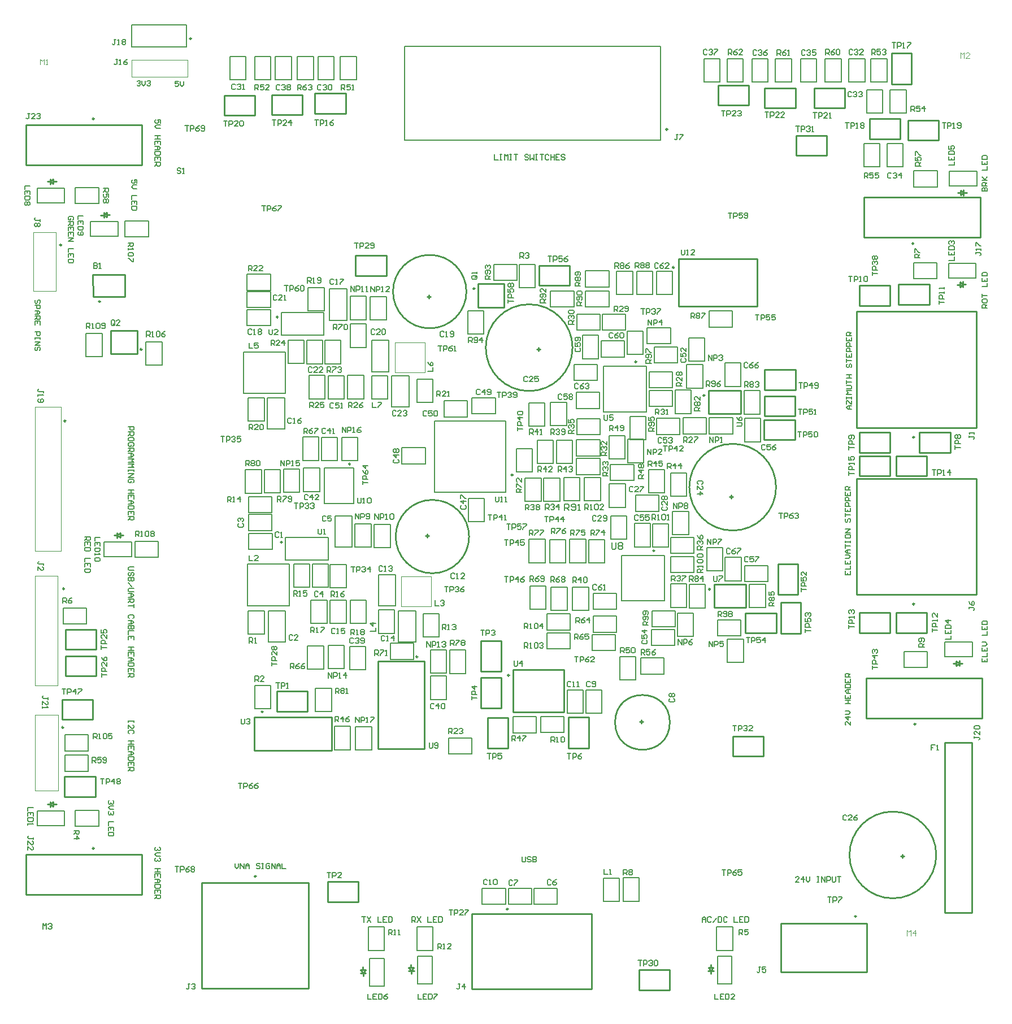
<source format=gto>
G04*
G04 #@! TF.GenerationSoftware,Altium Limited,Altium Designer,23.5.1 (21)*
G04*
G04 Layer_Color=65535*
%FSLAX44Y44*%
%MOMM*%
G71*
G04*
G04 #@! TF.SameCoordinates,94069164-061E-4E51-8288-264057568BAF*
G04*
G04*
G04 #@! TF.FilePolarity,Positive*
G04*
G01*
G75*
%ADD10C,0.2540*%
%ADD11C,0.1000*%
%ADD12C,0.1500*%
%ADD13C,0.2000*%
%ADD14C,0.1400*%
D10*
X86270Y1150800D02*
G03*
X86270Y1150800I-1270J0D01*
G01*
X762590Y806244D02*
G03*
X762590Y806244I-1270J0D01*
G01*
X144492Y1066124D02*
G03*
X144492Y1066124I-1270J0D01*
G01*
X206858Y994413D02*
G03*
X206858Y994413I-1270J0D01*
G01*
X410830Y1042975D02*
G03*
X410830Y1042975I-1270J0D01*
G01*
X89270Y428000D02*
G03*
X89270Y428000I-1270J0D01*
G01*
X92640Y887260D02*
G03*
X92640Y887260I-1270J0D01*
G01*
X90560Y635800D02*
G03*
X90560Y635800I-1270J0D01*
G01*
X417100Y705509D02*
G03*
X417100Y705509I-1270J0D01*
G01*
X378070Y205000D02*
G03*
X378070Y205000I-1270J0D01*
G01*
X852000Y997000D02*
G03*
X852000Y997000I-65000J0D01*
G01*
X620070Y534000D02*
G03*
X620070Y534000I-1270J0D01*
G01*
X519184Y822689D02*
G03*
X519184Y822689I-1270J0D01*
G01*
X697000Y714000D02*
G03*
X697000Y714000I-55000J0D01*
G01*
X994481Y1324000D02*
G03*
X994481Y1324000I-1270J0D01*
G01*
X1397000Y237000D02*
G03*
X1397000Y237000I-65000J0D01*
G01*
X1364270Y613000D02*
G03*
X1364270Y613000I-1270J0D01*
G01*
Y863000D02*
G03*
X1364270Y863000I-1270J0D01*
G01*
X755570Y156000D02*
G03*
X755570Y156000I-1270J0D01*
G01*
X757270Y506100D02*
G03*
X757270Y506100I-1270J0D01*
G01*
X947930Y975926D02*
G03*
X947930Y975926I-1270J0D01*
G01*
X974932Y692868D02*
G03*
X974932Y692868I-1270J0D01*
G01*
X1363270Y1153000D02*
G03*
X1363270Y1153000I-1270J0D01*
G01*
X1277270Y145000D02*
G03*
X1277270Y145000I-1270J0D01*
G01*
X1004270Y1117200D02*
G03*
X1004270Y1117200I-1270J0D01*
G01*
X997761Y435613D02*
G03*
X997761Y435613I-41000J0D01*
G01*
X280770Y1460000D02*
G03*
X280770Y1460000I-1270J0D01*
G01*
X1366270Y433000D02*
G03*
X1366270Y433000I-1270J0D01*
G01*
X135270Y1340000D02*
G03*
X135270Y1340000I-1270J0D01*
G01*
X388270Y451400D02*
G03*
X388270Y451400I-1270J0D01*
G01*
X1058270Y635000D02*
G03*
X1058270Y635000I-1270J0D01*
G01*
X1157000Y788000D02*
G03*
X1157000Y788000I-65000J0D01*
G01*
X693000Y1081000D02*
G03*
X693000Y1081000I-55000J0D01*
G01*
X705682Y1085587D02*
G03*
X705682Y1085587I-1270J0D01*
G01*
X1050270Y925500D02*
G03*
X1050270Y925500I-1270J0D01*
G01*
X135270Y247000D02*
G03*
X135270Y247000I-1270J0D01*
G01*
X174142Y715955D02*
X178460D01*
X174142Y712399D02*
Y715955D01*
X169570Y715701D02*
X174142Y712399D01*
Y715955D02*
Y719511D01*
X169570Y715701D02*
X174142Y719511D01*
X165252Y715701D02*
X169570D01*
Y711637D02*
Y715701D01*
Y711637D02*
Y715701D01*
Y719765D01*
X154142Y1195955D02*
X158460D01*
X154142Y1192399D02*
Y1195955D01*
X149570Y1195701D02*
X154142Y1192399D01*
Y1195955D02*
Y1199511D01*
X149570Y1195701D02*
X154142Y1199511D01*
X145252Y1195701D02*
X149570D01*
Y1191637D02*
Y1195701D01*
Y1191637D02*
Y1195701D01*
Y1199765D01*
X133570Y1073744D02*
X181576D01*
Y1074252D01*
X133316Y1106764D02*
X181322D01*
X133316Y1106256D02*
Y1106764D01*
X181322Y1106256D02*
Y1106764D01*
Y1105748D02*
Y1106764D01*
X181576Y1074252D01*
X133316Y1106256D02*
X133570Y1073744D01*
X199500Y987500D02*
Y1022500D01*
X160500D02*
X199500D01*
X160500Y987500D02*
X199500D01*
X160500D02*
Y1022500D01*
X296800Y195000D02*
X456800Y195000D01*
Y37000D02*
Y195000D01*
X296800Y37000D02*
Y195000D01*
Y37000D02*
X456800D01*
X801000Y992500D02*
Y997500D01*
X798500Y995000D02*
X803500D01*
X90933Y324431D02*
X136933D01*
X90933D02*
Y354431D01*
X136933D01*
Y324431D02*
Y354431D01*
X87000Y440000D02*
X133000D01*
X87000D02*
Y470000D01*
X133000D01*
Y440000D02*
Y470000D01*
X138000Y505000D02*
Y535000D01*
X92000D02*
X138000D01*
X92000Y505000D02*
Y535000D01*
Y505000D02*
X138000D01*
X560800Y396000D02*
Y527118D01*
X629899D01*
X560800Y396000D02*
X629899D01*
Y527118D01*
X634000Y712500D02*
Y717500D01*
X631500Y715000D02*
X636500D01*
X951680Y34897D02*
X997680D01*
X951680D02*
Y64897D01*
X997680D01*
Y34897D02*
Y64897D01*
X1343500Y235000D02*
X1348500D01*
X1346000Y232500D02*
Y237500D01*
X845984Y397109D02*
Y443109D01*
X875984D01*
Y397109D02*
Y443109D01*
X845984Y397109D02*
X875984D01*
X92000Y545000D02*
X138000D01*
X92000D02*
Y575000D01*
X138000D01*
Y545000D02*
Y575000D01*
X1328000Y570000D02*
Y600000D01*
X1282000D02*
X1328000D01*
X1282000Y570000D02*
Y600000D01*
Y570000D02*
X1328000D01*
X1278000Y627000D02*
X1457000D01*
Y801000D01*
X1278000D02*
X1457000D01*
X1278000D02*
X1278000Y627000D01*
X1337000Y570000D02*
Y600000D01*
Y570000D02*
X1383000D01*
Y600000D01*
X1337000D02*
X1383000D01*
X1337000Y805000D02*
Y835000D01*
Y805000D02*
X1383000D01*
Y835000D01*
X1337000D02*
X1383000D01*
X1282000Y805000D02*
Y835000D01*
Y805000D02*
X1328000D01*
Y835000D01*
X1282000D02*
X1328000D01*
X1422540Y524045D02*
X1426858D01*
Y527601D01*
X1431430Y524299D01*
X1426858Y520489D02*
Y524045D01*
Y520489D02*
X1431430Y524299D01*
X1435748D01*
X1431430D02*
Y528363D01*
Y524299D02*
Y528363D01*
Y520235D02*
Y524299D01*
X1278000Y1051000D02*
X1278000Y877000D01*
X1278000Y1051000D02*
X1457000D01*
Y877000D02*
Y1051000D01*
X1278000Y877000D02*
X1457000D01*
X1139980Y933895D02*
Y963895D01*
Y933895D02*
X1185980D01*
Y963895D01*
X1139980D02*
X1185980D01*
X1139160Y858910D02*
Y888910D01*
Y858910D02*
X1185160D01*
Y888910D01*
X1139160D02*
X1185160D01*
X1139270Y894776D02*
Y924776D01*
Y894776D02*
X1185270D01*
Y924776D01*
X1139270D02*
X1185270D01*
X1160000Y627000D02*
X1190000D01*
Y673000D01*
X1160000D02*
X1190000D01*
X1160000Y627000D02*
Y673000D01*
X1163821Y568961D02*
X1193821D01*
Y614961D01*
X1163821D02*
X1193821D01*
X1163821Y568961D02*
Y614961D01*
X1111250Y569370D02*
Y599370D01*
Y569370D02*
X1157250D01*
Y599370D01*
X1111250D02*
X1157250D01*
X69570Y1245701D02*
Y1249765D01*
Y1241637D02*
Y1245701D01*
Y1241637D02*
Y1245701D01*
X65252D02*
X69570D01*
X74142Y1249511D01*
Y1245955D02*
Y1249511D01*
X69570Y1245701D02*
X74142Y1242399D01*
Y1245955D01*
X78460D01*
X1059045Y68142D02*
Y72460D01*
Y68142D02*
X1062601D01*
X1059299Y63570D02*
X1062601Y68142D01*
X1055489D02*
X1059045D01*
X1055489D02*
X1059299Y63570D01*
Y59252D02*
Y63570D01*
X1063363D01*
X1059299D02*
X1063363D01*
X1055235D02*
X1059299D01*
X725000Y397000D02*
Y443000D01*
X755000D01*
Y397000D02*
Y443000D01*
X725000Y397000D02*
X755000D01*
X1436899Y1087681D02*
Y1091745D01*
Y1095809D01*
Y1091745D02*
Y1095809D01*
Y1091745D02*
X1441217D01*
X1432327Y1087935D02*
X1436899Y1091745D01*
X1432327Y1087935D02*
Y1091491D01*
Y1095047D02*
X1436899Y1091745D01*
X1432327Y1091491D02*
Y1095047D01*
X1428009Y1091491D02*
X1432327D01*
X1438127Y1225299D02*
Y1229363D01*
Y1233427D01*
Y1229363D02*
Y1233427D01*
Y1229363D02*
X1442445D01*
X1433555Y1225553D02*
X1438127Y1229363D01*
X1433555Y1225553D02*
Y1229109D01*
Y1232665D02*
X1438127Y1229363D01*
X1433555Y1229109D02*
Y1232665D01*
X1429237Y1229109D02*
X1433555D01*
X69570Y312701D02*
Y316765D01*
Y308637D02*
Y312701D01*
Y308637D02*
Y312701D01*
X65252D02*
X69570D01*
X74142Y316511D01*
Y312955D02*
Y316511D01*
X69570Y312701D02*
X74142Y309399D01*
Y312955D01*
X78460D01*
X703300Y149000D02*
X880300Y149000D01*
Y36000D02*
Y149000D01*
X701300Y36000D02*
X880300D01*
X701300Y149000D02*
X703300D01*
X701300Y36000D02*
Y149000D01*
X763300Y451411D02*
Y514990D01*
X839500Y451411D02*
Y514990D01*
X763300Y451411D02*
X839500D01*
X763300Y514990D02*
X839500D01*
X1289000Y1162000D02*
X1463000D01*
X1289000D02*
Y1222000D01*
X1463000Y1162000D02*
Y1222000D01*
X1289000D02*
X1463000D01*
X1164000Y62000D02*
Y134000D01*
Y62000D02*
X1293000D01*
Y134000D01*
X1165000D02*
X1293000D01*
X802000Y1090000D02*
Y1120000D01*
Y1090000D02*
X848000D01*
Y1120000D01*
X802000D02*
X848000D01*
X1011000Y1130200D02*
X1129000D01*
Y1059200D02*
Y1130200D01*
X1011000Y1059200D02*
X1129000D01*
X1011000D02*
Y1130200D01*
X715000Y457000D02*
Y503000D01*
X745000D01*
Y457000D02*
Y503000D01*
X715000Y457000D02*
X745000D01*
X1450000Y150694D02*
Y405000D01*
X1410000D02*
X1410000Y150694D01*
X1450000D01*
X1410000Y405000D02*
X1450000D01*
X485000Y197000D02*
X531000D01*
Y167000D02*
Y197000D01*
X485000Y167000D02*
X531000D01*
X485000D02*
Y197000D01*
X534207Y60091D02*
X538271D01*
X542335D01*
X538271D02*
X542335D01*
X538271Y55773D02*
Y60091D01*
X534461Y64663D02*
X538271Y60091D01*
X534461Y64663D02*
X538017D01*
X538271Y60091D02*
X541573Y64663D01*
X538017D02*
X541573D01*
X538017D02*
Y68981D01*
X610045Y68142D02*
Y72460D01*
Y68142D02*
X613601D01*
X610299Y63570D02*
X613601Y68142D01*
X606489D02*
X610045D01*
X606489D02*
X610299Y63570D01*
Y59252D02*
Y63570D01*
X614363D01*
X610299D02*
X614363D01*
X606235D02*
X610299D01*
X466000Y1378000D02*
X512000D01*
Y1348000D02*
Y1378000D01*
X466000Y1348000D02*
X512000D01*
X466000D02*
Y1378000D01*
X952261Y436613D02*
X957261D01*
X954761Y434113D02*
Y439113D01*
X715000Y512000D02*
Y558000D01*
X745000D01*
Y512000D02*
Y558000D01*
X715000Y512000D02*
X745000D01*
X1292000Y442000D02*
X1466000D01*
X1292000D02*
Y502000D01*
X1466000Y442000D02*
Y502000D01*
X1292000D02*
X1466000D01*
X33000Y1331000D02*
X207000D01*
Y1271000D02*
Y1331000D01*
X33000Y1271000D02*
Y1331000D01*
Y1271000D02*
X207000D01*
X409000Y452000D02*
Y482000D01*
Y452000D02*
X455000D01*
Y482000D01*
X409000D02*
X455000D01*
X375000Y393400D02*
Y443400D01*
Y393400D02*
X491000D01*
Y443400D01*
X375000D02*
X491000D01*
X1064000Y642000D02*
X1112000D01*
X1064000Y608000D02*
Y642000D01*
X1112000Y608000D02*
Y642000D01*
X1064000Y608000D02*
X1112000D01*
X330000Y1345000D02*
Y1375000D01*
Y1345000D02*
X376000D01*
Y1375000D01*
X330000D02*
X376000D01*
X1090000Y771500D02*
Y776500D01*
X1087500Y774000D02*
X1092500D01*
X634500Y1073000D02*
X639500D01*
X637000Y1070500D02*
Y1075500D01*
X710500Y1057500D02*
Y1092500D01*
Y1057500D02*
X749500D01*
X710500Y1092500D02*
X749500D01*
Y1057500D02*
Y1092500D01*
X1056000Y932500D02*
X1104000D01*
X1056000Y898500D02*
Y932500D01*
X1104000Y898500D02*
Y932500D01*
X1056000Y898500D02*
X1104000D01*
X33000Y238000D02*
X207000D01*
Y178000D02*
Y238000D01*
X33000Y178000D02*
Y238000D01*
Y178000D02*
X207000D01*
X573000Y1105000D02*
Y1135000D01*
X527000D02*
X573000D01*
X527000Y1105000D02*
Y1135000D01*
Y1105000D02*
X573000D01*
X1233000Y1285000D02*
Y1315000D01*
X1187000D02*
X1233000D01*
X1187000Y1285000D02*
Y1315000D01*
Y1285000D02*
X1233000D01*
X401000Y1346000D02*
Y1376000D01*
Y1346000D02*
X447000D01*
Y1376000D01*
X401000D02*
X447000D01*
X1070000Y1360000D02*
Y1390000D01*
Y1360000D02*
X1116000D01*
Y1390000D01*
X1070000D02*
X1116000D01*
X1140000Y1356000D02*
Y1386000D01*
Y1356000D02*
X1186000D01*
Y1386000D01*
X1140000D02*
X1186000D01*
X1214000Y1356000D02*
Y1386000D01*
Y1356000D02*
X1260000D01*
Y1386000D01*
X1214000D02*
X1260000D01*
X1297000Y1310000D02*
X1343000D01*
X1297000D02*
Y1340000D01*
X1343000D01*
Y1310000D02*
Y1340000D01*
X1092000Y385000D02*
X1138000D01*
X1092000D02*
Y415000D01*
X1138000D01*
Y385000D02*
Y415000D01*
X1330000Y1392000D02*
Y1438000D01*
X1360000D01*
Y1392000D02*
Y1438000D01*
X1330000Y1392000D02*
X1360000D01*
X1372000Y840000D02*
Y870000D01*
Y840000D02*
X1418000D01*
Y870000D01*
X1372000D02*
X1418000D01*
X1328000Y840000D02*
Y870000D01*
X1282000D02*
X1328000D01*
X1282000Y840000D02*
Y870000D01*
Y840000D02*
X1328000D01*
Y1060000D02*
Y1090000D01*
X1282000D02*
X1328000D01*
X1282000Y1060000D02*
Y1090000D01*
Y1060000D02*
X1328000D01*
X1340691Y1061610D02*
Y1091610D01*
Y1061610D02*
X1386691D01*
Y1091610D01*
X1340691D02*
X1386691D01*
X1354656Y1307732D02*
Y1337732D01*
Y1307732D02*
X1400656D01*
Y1337732D01*
X1354656D02*
X1400656D01*
D11*
X44000Y1169800D02*
X78000Y1169799D01*
X44000Y1081800D02*
Y1169800D01*
Y1081800D02*
X78000Y1081801D01*
Y1169799D01*
X81000Y333000D02*
Y446999D01*
X47000Y333000D02*
X81000Y333000D01*
X47000Y333000D02*
Y447000D01*
X81000Y446999D01*
X85370Y692262D02*
Y908045D01*
X46370Y908047D02*
X85370Y908045D01*
X46370Y692261D02*
X85370Y692262D01*
X46370Y692261D02*
Y908047D01*
X80290Y490802D02*
Y654799D01*
X46290Y490801D02*
X80290Y490802D01*
X46290Y490801D02*
Y654800D01*
X80290Y654799D01*
X191400Y1403000D02*
X275399D01*
X191400Y1428000D02*
X191400Y1403000D01*
X191400Y1428000D02*
X275401D01*
X275399Y1403000D02*
X275401Y1428000D01*
X586000Y1004700D02*
X631000D01*
X586000Y959700D02*
Y1004700D01*
Y959700D02*
X631000D01*
Y1004700D01*
X595000Y654000D02*
X640000D01*
X595000Y609000D02*
Y654000D01*
Y609000D02*
X640000D01*
Y654000D01*
X1353336Y116001D02*
Y123999D01*
X1356001Y121333D01*
X1358667Y123999D01*
Y116001D01*
X1365332D02*
Y123999D01*
X1361333Y120000D01*
X1366664D01*
X1433336Y1431001D02*
Y1438999D01*
X1436001Y1436333D01*
X1438667Y1438999D01*
Y1431001D01*
X1446664D02*
X1441333D01*
X1446664Y1436333D01*
Y1437666D01*
X1445332Y1438999D01*
X1442666D01*
X1441333Y1437666D01*
X54668Y1421001D02*
Y1428999D01*
X57334Y1426333D01*
X60000Y1428999D01*
Y1421001D01*
X62666D02*
X65332D01*
X63999D01*
Y1428999D01*
X62666Y1427666D01*
D12*
X216500Y1163000D02*
Y1187000D01*
X181500D02*
X216500D01*
X181500Y1163000D02*
Y1187000D01*
Y1163000D02*
X216500D01*
X191000Y684000D02*
Y706000D01*
X150000D02*
X191000D01*
X150000Y684000D02*
Y706000D01*
Y684000D02*
X191000D01*
X171000Y1164000D02*
Y1186000D01*
X130000D02*
X171000D01*
X130000Y1164000D02*
Y1186000D01*
Y1164000D02*
X171000D01*
X645606Y887243D02*
X752109D01*
X645606Y780323D02*
Y887243D01*
X752109Y780323D02*
Y887243D01*
X645606Y780323D02*
X752109D01*
X231500Y683000D02*
Y707000D01*
X196500D02*
X231500D01*
X196500Y683000D02*
Y707000D01*
Y683000D02*
X231500D01*
X213000Y971000D02*
X237000D01*
Y1006000D01*
X213000D02*
X237000D01*
X213000Y971000D02*
Y1006000D01*
X123000Y983500D02*
Y1018500D01*
X147000D01*
Y983500D02*
Y1018500D01*
X123000Y983500D02*
X147000D01*
X631500Y823000D02*
Y847000D01*
X596500D02*
X631500D01*
X596500Y823000D02*
Y847000D01*
Y823000D02*
X631500D01*
X415560Y1015975D02*
Y1049975D01*
Y1015975D02*
X479560D01*
Y1049975D01*
X415560D02*
X479560D01*
X421830Y712509D02*
X485830D01*
Y678509D02*
Y712509D01*
X421830Y678509D02*
X485830D01*
X421830D02*
Y712509D01*
X91578Y362457D02*
X126578D01*
X91578D02*
Y386456D01*
X126578D01*
Y362457D02*
Y386456D01*
X91500Y393000D02*
X126500D01*
X91500D02*
Y417000D01*
X126500D01*
Y393000D02*
Y417000D01*
X495000Y394500D02*
X519000D01*
Y429500D01*
X495000D02*
X519000D01*
X495000Y394500D02*
Y429500D01*
X124000Y583000D02*
Y607000D01*
X89000D02*
X124000D01*
X89000Y583000D02*
Y607000D01*
Y583000D02*
X124000D01*
X768000Y811000D02*
Y846000D01*
X792000D01*
Y811000D02*
Y846000D01*
X768000Y811000D02*
X792000D01*
X1299000Y1395000D02*
X1323000D01*
Y1430000D01*
X1299000D02*
X1323000D01*
X1299000Y1395000D02*
Y1430000D01*
X480000Y763875D02*
X524000D01*
Y816875D01*
X480000D02*
X524000D01*
X480000Y763875D02*
Y816875D01*
X898313Y167375D02*
X922313D01*
Y202375D01*
X898313D02*
X922313D01*
X898313Y167375D02*
Y202375D01*
X666000Y388000D02*
Y412000D01*
Y388000D02*
X701000D01*
Y412000D01*
X666000D02*
X701000D01*
X928088Y202618D02*
X952088D01*
X928088Y167618D02*
Y202618D01*
Y167618D02*
X952088D01*
Y202618D01*
X962000Y859000D02*
Y894000D01*
X938000Y859000D02*
X962000D01*
X938000D02*
Y894000D01*
X962000D01*
X934737Y824590D02*
Y859590D01*
X958737D01*
Y824590D02*
Y859590D01*
X934737Y824590D02*
X958737D01*
X599941Y1448149D02*
X983941D01*
X599941Y1308000D02*
Y1448149D01*
Y1308000D02*
X983941D01*
Y1448149D01*
X751500Y163000D02*
Y187000D01*
X716500D02*
X751500D01*
X716500Y163000D02*
Y187000D01*
Y163000D02*
X751500D01*
X1410000Y534000D02*
Y556000D01*
Y534000D02*
X1451000D01*
Y556000D01*
X1410000D02*
X1451000D01*
X916500Y543000D02*
Y567000D01*
X881500D02*
X916500D01*
X881500Y543000D02*
Y567000D01*
Y543000D02*
X916500D01*
X513000Y637000D02*
Y672000D01*
X489000Y637000D02*
X513000D01*
X489000D02*
Y672000D01*
X513000D01*
X858500Y1023000D02*
Y1047000D01*
Y1023000D02*
X893500D01*
Y1047000D01*
X858500D02*
X893500D01*
X1080225Y939063D02*
X1104225D01*
Y974063D01*
X1080225D02*
X1104225D01*
X1080225Y939063D02*
Y974063D01*
X1080834Y647703D02*
Y682703D01*
X1104834D01*
Y647703D02*
Y682703D01*
X1080834Y647703D02*
X1104834D01*
X50000Y1214000D02*
X91000D01*
X50000D02*
Y1236000D01*
X91000D01*
Y1214000D02*
Y1236000D01*
X107000Y1213000D02*
X142000D01*
X107000D02*
Y1237000D01*
X142000D01*
Y1213000D02*
Y1237000D01*
X1069000Y85000D02*
X1091000D01*
X1069000Y44000D02*
Y85000D01*
Y44000D02*
X1091000D01*
Y85000D01*
X954000Y508000D02*
X989000D01*
X954000D02*
Y532000D01*
X989000D01*
Y508000D02*
Y532000D01*
X947000Y499000D02*
Y534000D01*
X923000Y499000D02*
X947000D01*
X923000D02*
Y534000D01*
X947000D01*
X908834Y821964D02*
X943834D01*
Y797963D02*
Y821964D01*
X908834Y797963D02*
X943834D01*
X908834D02*
Y821964D01*
X1363129Y1124446D02*
X1398129D01*
Y1100446D02*
Y1124446D01*
X1363129Y1100446D02*
X1398129D01*
X1363129D02*
Y1124446D01*
X1415469Y1123446D02*
X1456469D01*
Y1101446D02*
Y1123446D01*
X1415469Y1101446D02*
X1456469D01*
X1415469D02*
Y1123446D01*
X1416697Y1261064D02*
X1457697D01*
Y1239064D02*
Y1261064D01*
X1416697Y1239064D02*
X1457697D01*
X1416697D02*
Y1261064D01*
X1363500Y1262000D02*
X1398500D01*
Y1238000D02*
Y1262000D01*
X1363500Y1238000D02*
X1398500D01*
X1363500D02*
Y1262000D01*
X1348500Y542000D02*
X1383500D01*
Y518000D02*
Y542000D01*
X1348500Y518000D02*
X1383500D01*
X1348500D02*
Y542000D01*
X50000Y281000D02*
X91000D01*
X50000D02*
Y303000D01*
X91000D01*
Y281000D02*
Y303000D01*
X142000Y280000D02*
Y304000D01*
X107000D02*
X142000D01*
X107000Y280000D02*
Y304000D01*
Y280000D02*
X142000D01*
X906640Y830313D02*
Y865313D01*
X930640D01*
Y830313D02*
Y865313D01*
X906640Y830313D02*
X930640D01*
X794000Y163000D02*
X829000D01*
X794000D02*
Y187000D01*
X829000D01*
Y163000D02*
Y187000D01*
X756000Y163000D02*
Y187000D01*
Y163000D02*
X791000D01*
Y187000D01*
X756000D02*
X791000D01*
X762624Y419980D02*
X797624D01*
X762624D02*
Y443980D01*
X797624D01*
Y419980D02*
Y443980D01*
X804335Y444394D02*
X839335D01*
Y420395D02*
Y444394D01*
X804335Y420395D02*
X839335D01*
X804335D02*
Y444394D01*
X898660Y968926D02*
X962660D01*
X898660Y900926D02*
Y968926D01*
Y900926D02*
X962660D01*
Y968926D01*
X989662Y617868D02*
Y685867D01*
X925662Y617868D02*
X989662D01*
X925662D02*
Y685867D01*
X989662D01*
X819000Y1058000D02*
X854000D01*
X819000D02*
Y1082000D01*
X854000D01*
Y1058000D02*
Y1082000D01*
X719012Y1017535D02*
Y1052535D01*
X695012Y1017535D02*
X719012D01*
X695012D02*
Y1052535D01*
X719012D01*
X918000Y1111500D02*
X942000D01*
X918000Y1076500D02*
Y1111500D01*
Y1076500D02*
X942000D01*
Y1111500D01*
X569972Y94021D02*
Y129021D01*
X545972Y94021D02*
X569972D01*
X545972D02*
Y129021D01*
X569972D01*
Y40521D02*
Y81521D01*
X547972Y40521D02*
X569972D01*
X547972D02*
Y81521D01*
X569972D01*
X619000Y129000D02*
X643000D01*
X619000Y94000D02*
Y129000D01*
Y94000D02*
X643000D01*
Y129000D01*
X620000Y85000D02*
X642000D01*
X620000Y44000D02*
Y85000D01*
Y44000D02*
X642000D01*
Y85000D01*
X527000Y429000D02*
X551000D01*
X527000Y394000D02*
Y429000D01*
Y394000D02*
X551000D01*
Y429000D01*
X896000Y449000D02*
Y484000D01*
X872000Y449000D02*
X896000D01*
X872000D02*
Y484000D01*
X896000D01*
X191500Y1481000D02*
X273500D01*
Y1448000D02*
Y1481000D01*
X191500Y1448000D02*
X273500D01*
X191500D02*
Y1481000D01*
X1068000Y129000D02*
X1092000D01*
X1068000Y94000D02*
Y129000D01*
Y94000D02*
X1092000D01*
Y129000D01*
X467000Y451500D02*
Y486500D01*
X491000D01*
Y451500D02*
Y486500D01*
X467000Y451500D02*
X491000D01*
X486000Y516000D02*
X510000D01*
Y551000D01*
X486000D02*
X510000D01*
X486000Y516000D02*
Y551000D01*
X518000Y514500D02*
Y549500D01*
X542000D01*
Y514500D02*
Y549500D01*
X518000Y514500D02*
X542000D01*
X639000Y509500D02*
Y544500D01*
X663000D01*
Y509500D02*
Y544500D01*
X639000Y509500D02*
X663000D01*
X579311Y553997D02*
X614311D01*
Y529996D02*
Y553997D01*
X579311Y529996D02*
X614311D01*
X579311D02*
Y553997D01*
X591000Y556000D02*
X617000D01*
Y603000D01*
X591000D02*
X617000D01*
X591000Y556000D02*
Y603000D01*
X694233Y893392D02*
Y917393D01*
X659233D02*
X694233D01*
X659233Y893392D02*
Y917393D01*
Y893392D02*
X694233D01*
X619000Y915000D02*
X643000D01*
Y950000D01*
X619000D02*
X643000D01*
X619000Y915000D02*
Y950000D01*
X581000Y908000D02*
X607000D01*
Y955000D01*
X581000D02*
X607000D01*
X581000Y908000D02*
Y955000D01*
X628000Y563500D02*
Y598500D01*
X652000D01*
Y563500D02*
Y598500D01*
X628000Y563500D02*
X652000D01*
X496000Y698000D02*
X522000D01*
Y745000D01*
X496000D02*
X522000D01*
X496000Y698000D02*
Y745000D01*
X561000Y610000D02*
Y657000D01*
X587000D01*
Y610000D02*
Y657000D01*
X561000Y610000D02*
X587000D01*
X421000Y875000D02*
Y922000D01*
X395000Y875000D02*
X421000D01*
X395000D02*
Y922000D01*
X421000D01*
X488000Y1038000D02*
X514000D01*
Y1085000D01*
X488000D02*
X514000D01*
X488000Y1038000D02*
Y1085000D01*
X551000Y961000D02*
Y1008000D01*
X577000D01*
Y961000D02*
Y1008000D01*
X551000Y961000D02*
X577000D01*
X422000Y556000D02*
Y603000D01*
X396000Y556000D02*
X422000D01*
X396000D02*
Y603000D01*
X422000D01*
X366000Y568000D02*
Y603000D01*
X390000D01*
Y568000D02*
Y603000D01*
X366000Y568000D02*
X390000D01*
X1117000Y607500D02*
X1141000D01*
Y642500D01*
X1117000D02*
X1141000D01*
X1117000Y607500D02*
Y642500D01*
X1293000Y1348500D02*
Y1383500D01*
X1317000D01*
Y1348500D02*
Y1383500D01*
X1293000Y1348500D02*
X1317000D01*
X1328000D02*
X1352000D01*
Y1383500D01*
X1328000D02*
X1352000D01*
X1328000Y1348500D02*
Y1383500D01*
X1323454Y1302980D02*
X1347454D01*
X1323454Y1267980D02*
Y1302980D01*
Y1267980D02*
X1347454D01*
Y1302980D01*
X1312454Y1267980D02*
Y1302980D01*
X1288454Y1267980D02*
X1312454D01*
X1288454D02*
Y1302980D01*
X1312454D01*
X1193583Y1395000D02*
Y1430000D01*
X1217582D01*
Y1395000D02*
Y1430000D01*
X1193583Y1395000D02*
X1217582D01*
X1230583D02*
X1254583D01*
Y1430000D01*
X1230583D02*
X1254583D01*
X1230583Y1395000D02*
Y1430000D01*
X375778Y1398167D02*
X399778D01*
Y1433167D01*
X375778D02*
X399778D01*
X375778Y1398167D02*
Y1433167D01*
X390000Y779500D02*
X414000D01*
Y814500D01*
X390000D02*
X414000D01*
X390000Y779500D02*
Y814500D01*
X443000Y780500D02*
Y815500D01*
X419000Y780500D02*
X443000D01*
X419000D02*
Y815500D01*
X443000D01*
X448000Y828000D02*
Y863000D01*
X472000D01*
Y828000D02*
Y863000D01*
X448000Y828000D02*
X472000D01*
X449000Y816500D02*
X473000D01*
X449000Y781500D02*
Y816500D01*
Y781500D02*
X473000D01*
Y816500D01*
X519000Y1032500D02*
X543000D01*
X519000Y997500D02*
Y1032500D01*
Y997500D02*
X543000D01*
Y1032500D01*
X551000Y955000D02*
X575000D01*
X551000Y920000D02*
Y955000D01*
Y920000D02*
X575000D01*
Y955000D01*
X366000Y887000D02*
Y922000D01*
X390000D01*
Y887000D02*
Y922000D01*
X366000Y887000D02*
X390000D01*
X486000Y920000D02*
X510000D01*
Y955000D01*
X486000D02*
X510000D01*
X486000Y920000D02*
Y955000D01*
X449803Y973197D02*
Y1008197D01*
X425802Y973197D02*
X449803D01*
X425802D02*
Y1008197D01*
X449803D01*
X364500Y1083000D02*
X399500D01*
X364500D02*
Y1107000D01*
X399500D01*
Y1083000D02*
Y1107000D01*
X839000Y802500D02*
X863000D01*
X839000Y767500D02*
Y802500D01*
Y767500D02*
X863000D01*
Y802500D01*
X894000Y767500D02*
Y802500D01*
X870000Y767500D02*
X894000D01*
X870000D02*
Y802500D01*
X894000D01*
X892500Y906000D02*
Y930000D01*
X857500D02*
X892500D01*
X857500Y906000D02*
Y930000D01*
Y906000D02*
X892500D01*
X891000Y980500D02*
Y1015500D01*
X867000Y980500D02*
X891000D01*
X867000D02*
Y1015500D01*
X891000D01*
X895000Y983000D02*
Y1007000D01*
Y983000D02*
X930000D01*
Y1007000D01*
X895000D02*
X930000D01*
X906500Y1088000D02*
Y1112000D01*
X871500D02*
X906500D01*
X871500Y1088000D02*
Y1112000D01*
Y1088000D02*
X906500D01*
X918234Y570656D02*
Y594656D01*
X883234D02*
X918234D01*
X883234Y570656D02*
Y594656D01*
Y570656D02*
X918234D01*
X820000Y603500D02*
X844000D01*
Y638500D01*
X820000D02*
X844000D01*
X820000Y603500D02*
Y638500D01*
X931142Y757789D02*
Y792789D01*
X907142Y757789D02*
X931142D01*
X907142D02*
Y792789D01*
X931142D01*
X909000Y710000D02*
Y745000D01*
X933000D01*
Y710000D02*
Y745000D01*
X909000Y710000D02*
X933000D01*
X972000Y698000D02*
X996000D01*
Y733000D01*
X972000D02*
X996000D01*
X972000Y698000D02*
Y733000D01*
X945000Y698500D02*
X969000D01*
Y733500D01*
X945000D02*
X969000D01*
X945000Y698500D02*
Y733500D01*
X1069000Y589000D02*
X1104000D01*
Y565000D02*
Y589000D01*
X1069000Y565000D02*
X1104000D01*
X1069000D02*
Y589000D01*
X999000Y684000D02*
X1034000D01*
Y660000D02*
Y684000D01*
X999000Y660000D02*
X1034000D01*
X999000D02*
Y684000D01*
X1051000Y607000D02*
Y642000D01*
X1027000Y607000D02*
X1051000D01*
X1027000D02*
Y642000D01*
X1051000D01*
X970000Y575000D02*
X1005000D01*
Y551000D02*
Y575000D01*
X970000Y551000D02*
X1005000D01*
X970000D02*
Y575000D01*
X1002000Y1076500D02*
Y1111500D01*
X978000Y1076500D02*
X1002000D01*
X978000D02*
Y1111500D01*
X1002000D01*
X871500Y1058000D02*
X906500D01*
X871500D02*
Y1082000D01*
X906500D01*
Y1058000D02*
Y1082000D01*
X972000Y1076500D02*
Y1111500D01*
X948000Y1076500D02*
X972000D01*
X948000D02*
Y1111500D01*
X972000D01*
X1134000Y856000D02*
Y891000D01*
X1110000Y856000D02*
X1134000D01*
X1110000D02*
Y891000D01*
X1134000D01*
X1023000Y936500D02*
Y971500D01*
X1047000D01*
Y936500D02*
Y971500D01*
X1023000Y936500D02*
X1047000D01*
X967000Y933000D02*
X1002000D01*
Y909000D02*
Y933000D01*
X967000Y909000D02*
X1002000D01*
X967000D02*
Y933000D01*
X1023000Y608000D02*
Y643000D01*
X999000Y608000D02*
X1023000D01*
X999000D02*
Y643000D01*
X1023000D01*
X999000Y713000D02*
X1034000D01*
Y689000D02*
Y713000D01*
X999000Y689000D02*
X1034000D01*
X999000D02*
Y713000D01*
X967000Y961000D02*
X1002000D01*
Y937000D02*
Y961000D01*
X967000Y937000D02*
X1002000D01*
X967000D02*
Y961000D01*
X844000Y484000D02*
X868000D01*
X844000Y449000D02*
Y484000D01*
Y449000D02*
X868000D01*
Y484000D01*
X489000Y584000D02*
Y619000D01*
X513000D01*
Y584000D02*
Y619000D01*
X489000Y584000D02*
X513000D01*
X399500Y1030000D02*
Y1054000D01*
X364500D02*
X399500D01*
X364500Y1030000D02*
Y1054000D01*
Y1030000D02*
X399500D01*
X364500Y1057000D02*
X399500D01*
X364500D02*
Y1081000D01*
X399500D01*
Y1057000D02*
Y1081000D01*
X454000Y1008000D02*
X478000D01*
X454000Y973000D02*
Y1008000D01*
Y973000D02*
X478000D01*
Y1008000D01*
X946500Y752000D02*
Y776000D01*
Y752000D02*
X981500D01*
Y776000D01*
X946500D02*
X981500D01*
X470778Y1398167D02*
X494778D01*
Y1433167D01*
X470778D02*
X494778D01*
X470778Y1398167D02*
Y1433167D01*
X338778Y1398167D02*
Y1433167D01*
X362778D01*
Y1398167D02*
Y1433167D01*
X338778Y1398167D02*
X362778D01*
X1266000Y1395000D02*
X1290000D01*
Y1430000D01*
X1266000D02*
X1290000D01*
X1266000Y1395000D02*
Y1430000D01*
X1121144Y1395000D02*
X1145144D01*
Y1430000D01*
X1121144D02*
X1145144D01*
X1121144Y1395000D02*
Y1430000D01*
X1048851Y1395000D02*
Y1430000D01*
X1072851D01*
Y1395000D02*
Y1430000D01*
X1048851Y1395000D02*
X1072851D01*
X406778Y1398167D02*
X430778D01*
Y1433167D01*
X406778D02*
X430778D01*
X406778Y1398167D02*
Y1433167D01*
X639000Y505000D02*
X663000D01*
X639000Y470000D02*
Y505000D01*
Y470000D02*
X663000D01*
Y505000D01*
X476000Y827500D02*
Y862500D01*
X500000D01*
Y827500D02*
Y862500D01*
X476000Y827500D02*
X500000D01*
X695742Y736218D02*
Y771218D01*
X719742D01*
Y736218D02*
Y771218D01*
X695742Y736218D02*
X719742D01*
X701333Y898000D02*
X736333D01*
X701333D02*
Y922000D01*
X736333D01*
Y898000D02*
Y922000D01*
X376000Y491000D02*
X400000D01*
X376000Y456000D02*
Y491000D01*
Y456000D02*
X400000D01*
Y491000D01*
X401500Y750000D02*
Y774000D01*
X366500D02*
X401500D01*
X366500Y750000D02*
Y774000D01*
Y750000D02*
X401500D01*
X458478Y638195D02*
Y673195D01*
X434478Y638195D02*
X458478D01*
X434478D02*
Y673195D01*
X458478D01*
X460000Y584000D02*
Y619000D01*
X484000D01*
Y584000D02*
Y619000D01*
X460000Y584000D02*
X484000D01*
X456000Y1052000D02*
X480000D01*
Y1087000D01*
X456000D02*
X480000D01*
X456000Y1052000D02*
Y1087000D01*
X457000Y920500D02*
X481000D01*
Y955500D01*
X457000D02*
X481000D01*
X457000Y920500D02*
Y955500D01*
X539000Y920500D02*
Y955500D01*
X515000Y920500D02*
X539000D01*
X515000D02*
Y955500D01*
X539000D01*
X931500Y1023000D02*
Y1047000D01*
X896500D02*
X931500D01*
X896500Y1023000D02*
Y1047000D01*
Y1023000D02*
X931500D01*
X893000Y835000D02*
Y859000D01*
X858000D02*
X893000D01*
X858000Y835000D02*
Y859000D01*
Y835000D02*
X893000D01*
X858000Y807000D02*
X893000D01*
X858000D02*
Y831000D01*
X893000D01*
Y807000D02*
Y831000D01*
X809000Y767000D02*
X833000D01*
Y802000D01*
X809000D02*
X833000D01*
X809000Y767000D02*
Y802000D01*
X858242Y866644D02*
X893242D01*
X858242D02*
Y890644D01*
X893242D01*
Y866644D02*
Y890644D01*
X781000Y801500D02*
X805000D01*
X781000Y766500D02*
Y801500D01*
Y766500D02*
X805000D01*
Y801500D01*
X819000Y880000D02*
Y915000D01*
X843000D01*
Y880000D02*
Y915000D01*
X819000Y880000D02*
X843000D01*
X852000Y638500D02*
X876000D01*
X852000Y603500D02*
Y638500D01*
Y603500D02*
X876000D01*
Y638500D01*
X810735Y879509D02*
Y914509D01*
X786735Y879509D02*
X810735D01*
X786735D02*
Y914509D01*
X810735D01*
X799000Y823500D02*
X823000D01*
Y858500D01*
X799000D02*
X823000D01*
X799000Y823500D02*
Y858500D01*
X852000Y823500D02*
Y858500D01*
X828000Y823500D02*
X852000D01*
X828000D02*
Y858500D01*
X852000D01*
X999250Y774500D02*
X1023250D01*
Y809500D01*
X999250D02*
X1023250D01*
X999250Y774500D02*
Y809500D01*
X503985Y1398167D02*
Y1433167D01*
X527985D01*
Y1398167D02*
Y1433167D01*
X503985Y1398167D02*
X527985D01*
X1156144Y1395000D02*
Y1430000D01*
X1180144D01*
Y1395000D02*
Y1430000D01*
X1156144Y1395000D02*
X1180144D01*
X1083851D02*
X1107851D01*
Y1430000D01*
X1083851D02*
X1107851D01*
X1083851Y1395000D02*
Y1430000D01*
X439778Y1398167D02*
Y1433167D01*
X463778D01*
Y1398167D02*
Y1433167D01*
X439778Y1398167D02*
X463778D01*
X455000Y515500D02*
X479000D01*
Y550500D01*
X455000D02*
X479000D01*
X455000Y515500D02*
Y550500D01*
X812000Y605000D02*
Y640000D01*
X788000Y605000D02*
X812000D01*
X788000D02*
Y640000D01*
X812000D01*
X519000Y619000D02*
X543000D01*
X519000Y584000D02*
Y619000D01*
Y584000D02*
X543000D01*
Y619000D01*
X367000Y695000D02*
X402000D01*
X367000D02*
Y719000D01*
X402000D01*
Y695000D02*
Y719000D01*
X401500Y723000D02*
Y747000D01*
X366500D02*
X401500D01*
X366500Y723000D02*
Y747000D01*
Y723000D02*
X401500D01*
X486000Y638000D02*
Y673000D01*
X462000Y638000D02*
X486000D01*
X462000D02*
Y673000D01*
X486000D01*
X585000Y569000D02*
Y604000D01*
X561000Y569000D02*
X585000D01*
X561000D02*
Y604000D01*
X585000D01*
X481000Y1008000D02*
X505000D01*
X481000Y973000D02*
Y1008000D01*
Y973000D02*
X505000D01*
Y1008000D01*
X883000Y605000D02*
X918000D01*
X883000D02*
Y629000D01*
X918000D01*
Y605000D02*
Y629000D01*
X889000Y948000D02*
Y972000D01*
X854000D02*
X889000D01*
X854000Y948000D02*
Y972000D01*
Y948000D02*
X889000D01*
X900000Y674500D02*
Y709500D01*
X876000Y674500D02*
X900000D01*
X876000D02*
Y709500D01*
X900000D01*
X848000Y675000D02*
X872000D01*
Y710000D01*
X848000D02*
X872000D01*
X848000Y675000D02*
Y710000D01*
X787000Y675000D02*
Y710000D01*
X811000D01*
Y675000D02*
Y710000D01*
X787000Y675000D02*
X811000D01*
X668000Y544000D02*
X692000D01*
X668000Y509000D02*
Y544000D01*
Y509000D02*
X692000D01*
Y544000D01*
X1030000Y898500D02*
Y933500D01*
X1006000Y898500D02*
X1030000D01*
X1006000D02*
Y933500D01*
X1030000D01*
X1109000Y932500D02*
X1133000D01*
X1109000Y897500D02*
Y932500D01*
Y897500D02*
X1133000D01*
Y932500D01*
X1091500Y1028000D02*
Y1052000D01*
X1056500D02*
X1091500D01*
X1056500Y1028000D02*
Y1052000D01*
Y1028000D02*
X1091500D01*
X734000Y1098000D02*
X769000D01*
X734000D02*
Y1122000D01*
X769000D01*
Y1098000D02*
Y1122000D01*
X1057000Y868000D02*
X1092000D01*
X1057000D02*
Y892000D01*
X1092000D01*
Y868000D02*
Y892000D01*
X1050142Y976500D02*
Y1011500D01*
X1026142Y976500D02*
X1050142D01*
X1026142D02*
Y1011500D01*
X1050142D01*
X998835Y1002852D02*
Y1026852D01*
X963835D02*
X998835D01*
X963835Y1002852D02*
Y1026852D01*
Y1002852D02*
X998835D01*
X1084000Y525500D02*
Y560500D01*
X1108000D01*
Y525500D02*
Y560500D01*
X1084000Y525500D02*
X1108000D01*
X1009000Y564500D02*
X1033000D01*
Y599500D01*
X1009000D02*
X1033000D01*
X1009000Y564500D02*
Y599500D01*
X1077000Y662500D02*
Y697500D01*
X1053000Y662500D02*
X1077000D01*
X1053000D02*
Y697500D01*
X1077000D01*
X1002000Y751500D02*
X1026000D01*
X1002000Y716500D02*
Y751500D01*
Y716500D02*
X1026000D01*
Y751500D01*
X1017500Y892000D02*
X1052500D01*
Y868000D02*
Y892000D01*
X1017500Y868000D02*
X1052500D01*
X1017500D02*
Y892000D01*
X934000Y987000D02*
X958000D01*
Y1022000D01*
X934000D02*
X958000D01*
X934000Y987000D02*
Y1022000D01*
X971000Y579000D02*
Y603000D01*
Y579000D02*
X1006000D01*
Y603000D01*
X971000D02*
X1006000D01*
X974500Y998000D02*
X1009500D01*
Y974000D02*
Y998000D01*
X974500Y974000D02*
X1009500D01*
X974500D02*
Y998000D01*
X978000Y867000D02*
Y891000D01*
Y867000D02*
X1013000D01*
Y891000D01*
X978000D02*
X1013000D01*
X1144656Y646337D02*
Y670337D01*
X1109656D02*
X1144656D01*
X1109656Y646337D02*
Y670337D01*
Y646337D02*
X1144656D01*
X842000Y674500D02*
Y709500D01*
X818000Y674500D02*
X842000D01*
X818000D02*
Y709500D01*
X842000D01*
X990000Y779500D02*
Y814500D01*
X966000Y779500D02*
X990000D01*
X966000D02*
Y814500D01*
X990000D01*
X772255Y1121911D02*
X796255D01*
X772255Y1086911D02*
Y1121911D01*
Y1086911D02*
X796255D01*
Y1121911D01*
X848500Y546000D02*
Y570000D01*
X813500D02*
X848500D01*
X813500Y546000D02*
Y570000D01*
Y546000D02*
X848500D01*
X813500Y574000D02*
X848500D01*
X813500D02*
Y598000D01*
X848500D01*
Y574000D02*
Y598000D01*
X362000Y779000D02*
Y814000D01*
X386000D01*
Y779000D02*
Y814000D01*
X362000Y779000D02*
X386000D01*
X526000Y698000D02*
Y733000D01*
X550000D01*
Y698000D02*
Y733000D01*
X526000Y698000D02*
X550000D01*
X555000Y697500D02*
X579000D01*
Y732500D01*
X555000D02*
X579000D01*
X555000Y697500D02*
Y732500D01*
X519000Y1039000D02*
Y1074000D01*
X543000D01*
Y1039000D02*
Y1074000D01*
X519000Y1039000D02*
X543000D01*
X549000Y1038500D02*
X573000D01*
Y1073500D01*
X549000D02*
X573000D01*
X549000Y1038500D02*
Y1073500D01*
X506000Y827500D02*
X530000D01*
Y862500D01*
X506000D02*
X530000D01*
X506000Y827500D02*
Y862500D01*
X256409Y219801D02*
X261740D01*
X259074D01*
Y211804D01*
X264406D02*
Y219801D01*
X268405D01*
X269738Y218468D01*
Y215803D01*
X268405Y214470D01*
X264406D01*
X277735Y219801D02*
X275069Y218468D01*
X272403Y215803D01*
Y213137D01*
X273736Y211804D01*
X276402D01*
X277735Y213137D01*
Y214470D01*
X276402Y215803D01*
X272403D01*
X280401Y218468D02*
X281734Y219801D01*
X284400D01*
X285732Y218468D01*
Y217136D01*
X284400Y215803D01*
X285732Y214470D01*
Y213137D01*
X284400Y211804D01*
X281734D01*
X280401Y213137D01*
Y214470D01*
X281734Y215803D01*
X280401Y217136D01*
Y218468D01*
X281734Y215803D02*
X284400D01*
X271395Y1329781D02*
X276726D01*
X274060D01*
Y1321784D01*
X279392D02*
Y1329781D01*
X283391D01*
X284724Y1328448D01*
Y1325783D01*
X283391Y1324450D01*
X279392D01*
X292721Y1329781D02*
X290055Y1328448D01*
X287389Y1325783D01*
Y1323117D01*
X288722Y1321784D01*
X291388D01*
X292721Y1323117D01*
Y1324450D01*
X291388Y1325783D01*
X287389D01*
X295387Y1323117D02*
X296720Y1321784D01*
X299386D01*
X300718Y1323117D01*
Y1328448D01*
X299386Y1329781D01*
X296720D01*
X295387Y1328448D01*
Y1327115D01*
X296720Y1325783D01*
X300718D01*
X1076321Y214721D02*
X1081652D01*
X1078986D01*
Y206724D01*
X1084318D02*
Y214721D01*
X1088317D01*
X1089650Y213388D01*
Y210723D01*
X1088317Y209390D01*
X1084318D01*
X1097647Y214721D02*
X1094981Y213388D01*
X1092315Y210723D01*
Y208057D01*
X1093648Y206724D01*
X1096314D01*
X1097647Y208057D01*
Y209390D01*
X1096314Y210723D01*
X1092315D01*
X1105644Y214721D02*
X1100313D01*
Y210723D01*
X1102979Y212055D01*
X1104312D01*
X1105644Y210723D01*
Y208057D01*
X1104312Y206724D01*
X1101646D01*
X1100313Y208057D01*
X351405Y344769D02*
X356736D01*
X354070D01*
Y336772D01*
X359402D02*
Y344769D01*
X363401D01*
X364734Y343436D01*
Y340771D01*
X363401Y339438D01*
X359402D01*
X372731Y344769D02*
X370065Y343436D01*
X367399Y340771D01*
Y338105D01*
X368732Y336772D01*
X371398D01*
X372731Y338105D01*
Y339438D01*
X371398Y340771D01*
X367399D01*
X380728Y344769D02*
X378063Y343436D01*
X375397Y340771D01*
Y338105D01*
X376730Y336772D01*
X379396D01*
X380728Y338105D01*
Y339438D01*
X379396Y340771D01*
X375397D01*
X386457Y1209639D02*
X391788D01*
X389122D01*
Y1201642D01*
X394454D02*
Y1209639D01*
X398453D01*
X399786Y1208306D01*
Y1205641D01*
X398453Y1204308D01*
X394454D01*
X407783Y1209639D02*
X405117Y1208306D01*
X402451Y1205641D01*
Y1202975D01*
X403784Y1201642D01*
X406450D01*
X407783Y1202975D01*
Y1204308D01*
X406450Y1205641D01*
X402451D01*
X410449Y1209639D02*
X415780D01*
Y1208306D01*
X410449Y1202975D01*
Y1201642D01*
X1085338Y1198999D02*
X1090670D01*
X1088004D01*
Y1191001D01*
X1093335D02*
Y1198999D01*
X1097334D01*
X1098667Y1197666D01*
Y1195000D01*
X1097334Y1193667D01*
X1093335D01*
X1106665Y1198999D02*
X1101333D01*
Y1195000D01*
X1103999Y1196333D01*
X1105332D01*
X1106665Y1195000D01*
Y1192334D01*
X1105332Y1191001D01*
X1102666D01*
X1101333Y1192334D01*
X1109330D02*
X1110663Y1191001D01*
X1113329D01*
X1114662Y1192334D01*
Y1197666D01*
X1113329Y1198999D01*
X1110663D01*
X1109330Y1197666D01*
Y1196333D01*
X1110663Y1195000D01*
X1114662D01*
X537600Y791919D02*
Y797251D01*
Y794585D01*
X545597D01*
Y799917D02*
X537600D01*
Y803915D01*
X538932Y805248D01*
X541598D01*
X542931Y803915D01*
Y799917D01*
X537600Y813246D02*
X538932Y810580D01*
X541598Y807914D01*
X544264D01*
X545597Y809247D01*
Y811913D01*
X544264Y813246D01*
X542931D01*
X541598Y811913D01*
Y807914D01*
X545597Y819910D02*
X537600D01*
X541598Y815911D01*
Y821243D01*
X1161157Y749391D02*
X1166488D01*
X1163822D01*
Y741394D01*
X1169154D02*
Y749391D01*
X1173153D01*
X1174486Y748058D01*
Y745393D01*
X1173153Y744060D01*
X1169154D01*
X1182483Y749391D02*
X1179817Y748058D01*
X1177151Y745393D01*
Y742727D01*
X1178484Y741394D01*
X1181150D01*
X1182483Y742727D01*
Y744060D01*
X1181150Y745393D01*
X1177151D01*
X1185149Y748058D02*
X1186482Y749391D01*
X1189148D01*
X1190480Y748058D01*
Y746725D01*
X1189148Y745393D01*
X1187815D01*
X1189148D01*
X1190480Y744060D01*
Y742727D01*
X1189148Y741394D01*
X1186482D01*
X1185149Y742727D01*
X53999Y1186333D02*
Y1188999D01*
Y1187666D01*
X47334D01*
X46001Y1188999D01*
Y1190332D01*
X47334Y1191665D01*
X52666Y1183667D02*
X53999Y1182334D01*
Y1179668D01*
X52666Y1178335D01*
X51333D01*
X50000Y1179668D01*
X48667Y1178335D01*
X47334D01*
X46001Y1179668D01*
Y1182334D01*
X47334Y1183667D01*
X48667D01*
X50000Y1182334D01*
X51333Y1183667D01*
X52666D01*
X50000Y1182334D02*
Y1179668D01*
X186001Y1153996D02*
X193999D01*
Y1149997D01*
X192666Y1148664D01*
X190000D01*
X188667Y1149997D01*
Y1153996D01*
Y1151330D02*
X186001Y1148664D01*
Y1145998D02*
Y1143332D01*
Y1144665D01*
X193999D01*
X192666Y1145998D01*
Y1139333D02*
X193999Y1138001D01*
Y1135335D01*
X192666Y1134002D01*
X187334D01*
X186001Y1135335D01*
Y1138001D01*
X187334Y1139333D01*
X192666D01*
X193999Y1131336D02*
Y1126004D01*
X192666D01*
X187334Y1131336D01*
X186001D01*
X143999Y712994D02*
X136001D01*
Y707663D01*
X143999Y699665D02*
Y704997D01*
X136001D01*
Y699665D01*
X140000Y704997D02*
Y702331D01*
X143999Y696999D02*
X136001D01*
Y693001D01*
X137334Y691668D01*
X142666D01*
X143999Y693001D01*
Y696999D01*
X136001Y689002D02*
Y686336D01*
Y687669D01*
X143999D01*
X142666Y689002D01*
Y682337D02*
X143999Y681004D01*
Y678339D01*
X142666Y677006D01*
X137334D01*
X136001Y678339D01*
Y681004D01*
X137334Y682337D01*
X142666D01*
X118999Y1194662D02*
X111001D01*
Y1189330D01*
X118999Y1181333D02*
Y1186665D01*
X111001D01*
Y1181333D01*
X115000Y1186665D02*
Y1183999D01*
X118999Y1178667D02*
X111001D01*
Y1174668D01*
X112334Y1173335D01*
X117666D01*
X118999Y1174668D01*
Y1178667D01*
X112334Y1170670D02*
X111001Y1169337D01*
Y1166671D01*
X112334Y1165338D01*
X117666D01*
X118999Y1166671D01*
Y1169337D01*
X117666Y1170670D01*
X116333D01*
X115000Y1169337D01*
Y1165338D01*
X736336Y773999D02*
Y767334D01*
X737669Y766001D01*
X740335D01*
X741668Y767334D01*
Y773999D01*
X744334Y766001D02*
X746999D01*
X745667D01*
Y773999D01*
X744334Y772666D01*
X750998Y766001D02*
X753664D01*
X752331D01*
Y773999D01*
X750998Y772666D01*
X134668Y1123999D02*
Y1116001D01*
X138667D01*
X140000Y1117334D01*
Y1118667D01*
X138667Y1120000D01*
X134668D01*
X138667D01*
X140000Y1121333D01*
Y1122666D01*
X138667Y1123999D01*
X134668D01*
X142666Y1116001D02*
X145332D01*
X143999D01*
Y1123999D01*
X142666Y1122666D01*
X197227Y714216D02*
Y722213D01*
X201225D01*
X202558Y720880D01*
Y718215D01*
X201225Y716882D01*
X197227D01*
X199892D02*
X202558Y714216D01*
X205224D02*
X207890D01*
X206557D01*
Y722213D01*
X205224Y720880D01*
X211889D02*
X213221Y722213D01*
X215887D01*
X217220Y720880D01*
Y715549D01*
X215887Y714216D01*
X213221D01*
X211889Y715549D01*
Y720880D01*
X219886D02*
X221219Y722213D01*
X223885D01*
X225218Y720880D01*
Y719548D01*
X223885Y718215D01*
X225218Y716882D01*
Y715549D01*
X223885Y714216D01*
X221219D01*
X219886Y715549D01*
Y716882D01*
X221219Y718215D01*
X219886Y719548D01*
Y720880D01*
X221219Y718215D02*
X223885D01*
X165982Y1031779D02*
Y1037110D01*
X164649Y1038443D01*
X161984D01*
X160651Y1037110D01*
Y1031779D01*
X161984Y1030446D01*
X164649D01*
X163316Y1033112D02*
X165982Y1030446D01*
X164649D02*
X165982Y1031779D01*
X173980Y1030446D02*
X168648D01*
X173980Y1035778D01*
Y1037110D01*
X172647Y1038443D01*
X169981D01*
X168648Y1037110D01*
X213737Y1013428D02*
Y1021425D01*
X217735D01*
X219068Y1020092D01*
Y1017427D01*
X217735Y1016094D01*
X213737D01*
X216402D02*
X219068Y1013428D01*
X221734D02*
X224400D01*
X223067D01*
Y1021425D01*
X221734Y1020092D01*
X228398D02*
X229731Y1021425D01*
X232397D01*
X233730Y1020092D01*
Y1014761D01*
X232397Y1013428D01*
X229731D01*
X228398Y1014761D01*
Y1020092D01*
X241728Y1021425D02*
X239062Y1020092D01*
X236396Y1017427D01*
Y1014761D01*
X237729Y1013428D01*
X240395D01*
X241728Y1014761D01*
Y1016094D01*
X240395Y1017427D01*
X236396D01*
X123821Y1025874D02*
Y1033871D01*
X127819D01*
X129152Y1032538D01*
Y1029873D01*
X127819Y1028540D01*
X123821D01*
X126486D02*
X129152Y1025874D01*
X131818D02*
X134484D01*
X133151D01*
Y1033871D01*
X131818Y1032538D01*
X138483D02*
X139815Y1033871D01*
X142481D01*
X143814Y1032538D01*
Y1027207D01*
X142481Y1025874D01*
X139815D01*
X138483Y1027207D01*
Y1032538D01*
X146480Y1027207D02*
X147813Y1025874D01*
X150479D01*
X151812Y1027207D01*
Y1032538D01*
X150479Y1033871D01*
X147813D01*
X146480Y1032538D01*
Y1031206D01*
X147813Y1029873D01*
X151812D01*
X261498Y1395998D02*
X256500D01*
Y1392249D01*
X258999Y1393498D01*
X260249D01*
X261498Y1392249D01*
Y1389750D01*
X260249Y1388500D01*
X257750D01*
X256500Y1389750D01*
X263997Y1395998D02*
Y1390999D01*
X266497Y1388500D01*
X268996Y1390999D01*
Y1395998D01*
X199500Y1395748D02*
X200749Y1396998D01*
X203249D01*
X204498Y1395748D01*
Y1394498D01*
X203249Y1393249D01*
X201999D01*
X203249D01*
X204498Y1391999D01*
Y1390750D01*
X203249Y1389500D01*
X200749D01*
X199500Y1390750D01*
X206998Y1396998D02*
Y1391999D01*
X209497Y1389500D01*
X211996Y1391999D01*
Y1396998D01*
X214495Y1395748D02*
X215745Y1396998D01*
X218244D01*
X219494Y1395748D01*
Y1394498D01*
X218244Y1393249D01*
X216994D01*
X218244D01*
X219494Y1391999D01*
Y1390750D01*
X218244Y1389500D01*
X215745D01*
X214495Y1390750D01*
X145013Y351280D02*
X150344D01*
X147678D01*
Y343282D01*
X153010D02*
Y351280D01*
X157009D01*
X158342Y349947D01*
Y347281D01*
X157009Y345948D01*
X153010D01*
X165006Y343282D02*
Y351280D01*
X161008Y347281D01*
X166339D01*
X169005Y349947D02*
X170338Y351280D01*
X173004D01*
X174337Y349947D01*
Y348614D01*
X173004Y347281D01*
X174337Y345948D01*
Y344615D01*
X173004Y343282D01*
X170338D01*
X169005Y344615D01*
Y345948D01*
X170338Y347281D01*
X169005Y348614D01*
Y349947D01*
X170338Y347281D02*
X173004D01*
X87245Y485739D02*
X92576D01*
X89910D01*
Y477742D01*
X95242D02*
Y485739D01*
X99241D01*
X100574Y484406D01*
Y481741D01*
X99241Y480408D01*
X95242D01*
X107238Y477742D02*
Y485739D01*
X103239Y481741D01*
X108571D01*
X111237Y485739D02*
X116568D01*
Y484406D01*
X111237Y479075D01*
Y477742D01*
X134061Y411038D02*
Y419035D01*
X138060D01*
X139393Y417702D01*
Y415037D01*
X138060Y413704D01*
X134061D01*
X136727D02*
X139393Y411038D01*
X142059D02*
X144725D01*
X143392D01*
Y419035D01*
X142059Y417702D01*
X148723D02*
X150056Y419035D01*
X152722D01*
X154055Y417702D01*
Y412371D01*
X152722Y411038D01*
X150056D01*
X148723Y412371D01*
Y417702D01*
X162052Y419035D02*
X156721D01*
Y415037D01*
X159387Y416370D01*
X160720D01*
X162052Y415037D01*
Y412371D01*
X160720Y411038D01*
X158054D01*
X156721Y412371D01*
X132339Y375169D02*
Y383166D01*
X136338D01*
X137671Y381833D01*
Y379167D01*
X136338Y377834D01*
X132339D01*
X135005D02*
X137671Y375169D01*
X145668Y383166D02*
X140337D01*
Y379167D01*
X143002Y380500D01*
X144335D01*
X145668Y379167D01*
Y376502D01*
X144335Y375169D01*
X141669D01*
X140337Y376502D01*
X148334D02*
X149667Y375169D01*
X152333D01*
X153666Y376502D01*
Y381833D01*
X152333Y383166D01*
X149667D01*
X148334Y381833D01*
Y380500D01*
X149667Y379167D01*
X153666D01*
X496337Y436501D02*
Y444499D01*
X500336D01*
X501668Y443166D01*
Y440500D01*
X500336Y439167D01*
X496337D01*
X499003D02*
X501668Y436501D01*
X508333D02*
Y444499D01*
X504334Y440500D01*
X509666D01*
X517663Y444499D02*
X514997Y443166D01*
X512332Y440500D01*
Y437834D01*
X513665Y436501D01*
X516330D01*
X517663Y437834D01*
Y439167D01*
X516330Y440500D01*
X512332D01*
X899631Y215857D02*
Y207860D01*
X904962D01*
X907628D02*
X910294D01*
X908961D01*
Y215857D01*
X907628Y214524D01*
X149001Y1235663D02*
X156999D01*
Y1231665D01*
X155666Y1230332D01*
X153000D01*
X151667Y1231665D01*
Y1235663D01*
Y1232997D02*
X149001Y1230332D01*
X156999Y1222334D02*
Y1227666D01*
X153000D01*
X154333Y1225000D01*
Y1223667D01*
X153000Y1222334D01*
X150334D01*
X149001Y1223667D01*
Y1226333D01*
X150334Y1227666D01*
X155666Y1219668D02*
X156999Y1218335D01*
Y1215670D01*
X155666Y1214337D01*
X154333D01*
X153000Y1215670D01*
X151667Y1214337D01*
X150334D01*
X149001Y1215670D01*
Y1218335D01*
X150334Y1219668D01*
X151667D01*
X153000Y1218335D01*
X154333Y1219668D01*
X155666D01*
X153000Y1218335D02*
Y1215670D01*
X38999Y1239662D02*
X31001D01*
Y1234330D01*
X38999Y1226333D02*
Y1231665D01*
X31001D01*
Y1226333D01*
X35000Y1231665D02*
Y1228999D01*
X38999Y1223667D02*
X31001D01*
Y1219668D01*
X32334Y1218335D01*
X37666D01*
X38999Y1219668D01*
Y1223667D01*
X37666Y1215670D02*
X38999Y1214337D01*
Y1211671D01*
X37666Y1210338D01*
X36333D01*
X35000Y1211671D01*
X33667Y1210338D01*
X32334D01*
X31001Y1211671D01*
Y1214337D01*
X32334Y1215670D01*
X33667D01*
X35000Y1214337D01*
X36333Y1215670D01*
X37666D01*
X35000Y1214337D02*
Y1211671D01*
X1373999Y1269337D02*
X1366001D01*
Y1273335D01*
X1367334Y1274668D01*
X1370000D01*
X1371333Y1273335D01*
Y1269337D01*
Y1272003D02*
X1373999Y1274668D01*
X1366001Y1282666D02*
Y1277334D01*
X1370000D01*
X1368667Y1280000D01*
Y1281333D01*
X1370000Y1282666D01*
X1372666D01*
X1373999Y1281333D01*
Y1278667D01*
X1372666Y1277334D01*
X1366001Y1285332D02*
Y1290663D01*
X1367334D01*
X1372666Y1285332D01*
X1373999D01*
X1416001Y1270338D02*
X1423999D01*
Y1275670D01*
X1416001Y1283667D02*
Y1278335D01*
X1423999D01*
Y1283667D01*
X1420000Y1278335D02*
Y1281001D01*
X1416001Y1286333D02*
X1423999D01*
Y1290332D01*
X1422666Y1291664D01*
X1417334D01*
X1416001Y1290332D01*
Y1286333D01*
Y1299662D02*
Y1294330D01*
X1420000D01*
X1418667Y1296996D01*
Y1298329D01*
X1420000Y1299662D01*
X1422666D01*
X1423999Y1298329D01*
Y1295663D01*
X1422666Y1294330D01*
X401001Y520338D02*
Y525670D01*
Y523004D01*
X408999D01*
Y528335D02*
X401001D01*
Y532334D01*
X402334Y533667D01*
X405000D01*
X406333Y532334D01*
Y528335D01*
X408999Y541665D02*
Y536333D01*
X403667Y541665D01*
X402334D01*
X401001Y540332D01*
Y537666D01*
X402334Y536333D01*
Y544330D02*
X401001Y545663D01*
Y548329D01*
X402334Y549662D01*
X403667D01*
X405000Y548329D01*
X406333Y549662D01*
X407666D01*
X408999Y548329D01*
Y545663D01*
X407666Y544330D01*
X406333D01*
X405000Y545663D01*
X403667Y544330D01*
X402334D01*
X405000Y545663D02*
Y548329D01*
X666863Y155127D02*
X672195D01*
X669529D01*
Y147130D01*
X674861D02*
Y155127D01*
X678859D01*
X680192Y153795D01*
Y151129D01*
X678859Y149796D01*
X674861D01*
X688190Y147130D02*
X682858D01*
X688190Y152462D01*
Y153795D01*
X686857Y155127D01*
X684191D01*
X682858Y153795D01*
X690855Y155127D02*
X696187D01*
Y153795D01*
X690855Y148463D01*
Y147130D01*
X146309Y503955D02*
Y509287D01*
Y506621D01*
X154306D01*
Y511953D02*
X146309D01*
Y515952D01*
X147642Y517285D01*
X150308D01*
X151641Y515952D01*
Y511953D01*
X154306Y525282D02*
Y519950D01*
X148975Y525282D01*
X147642D01*
X146309Y523949D01*
Y521283D01*
X147642Y519950D01*
X146309Y533279D02*
X147642Y530614D01*
X150308Y527948D01*
X152973D01*
X154306Y529281D01*
Y531946D01*
X152973Y533279D01*
X151641D01*
X150308Y531946D01*
Y527948D01*
X146001Y545338D02*
Y550670D01*
Y548004D01*
X153999D01*
Y553335D02*
X146001D01*
Y557334D01*
X147334Y558667D01*
X150000D01*
X151333Y557334D01*
Y553335D01*
X153999Y566665D02*
Y561333D01*
X148667Y566665D01*
X147334D01*
X146001Y565332D01*
Y562666D01*
X147334Y561333D01*
X146001Y574662D02*
Y569330D01*
X150000D01*
X148667Y571996D01*
Y573329D01*
X150000Y574662D01*
X152666D01*
X153999Y573329D01*
Y570663D01*
X152666Y569330D01*
X954896Y536997D02*
Y544995D01*
X958895D01*
X960228Y543662D01*
Y540996D01*
X958895Y539663D01*
X954896D01*
X957562D02*
X960228Y536997D01*
X968225Y544995D02*
X962893D01*
Y540996D01*
X965559Y542329D01*
X966892D01*
X968225Y540996D01*
Y538330D01*
X966892Y536997D01*
X964226D01*
X962893Y538330D01*
X976222Y544995D02*
X973557Y543662D01*
X970891Y540996D01*
Y538330D01*
X972224Y536997D01*
X974889D01*
X976222Y538330D01*
Y539663D01*
X974889Y540996D01*
X970891D01*
X924088Y539660D02*
Y547657D01*
X928087D01*
X929420Y546324D01*
Y543658D01*
X928087Y542325D01*
X924088D01*
X926754D02*
X929420Y539660D01*
X937417Y547657D02*
X932086D01*
Y543658D01*
X934751Y544991D01*
X936084D01*
X937417Y543658D01*
Y540992D01*
X936084Y539660D01*
X933419D01*
X932086Y540992D01*
X940083Y546324D02*
X941416Y547657D01*
X944082D01*
X945415Y546324D01*
Y540992D01*
X944082Y539660D01*
X941416D01*
X940083Y540992D01*
Y546324D01*
X907411Y872712D02*
Y880709D01*
X911409D01*
X912742Y879376D01*
Y876711D01*
X911409Y875378D01*
X907411D01*
X910076D02*
X912742Y872712D01*
X919407D02*
Y880709D01*
X915408Y876711D01*
X920740D01*
X923405Y874045D02*
X924738Y872712D01*
X927404D01*
X928737Y874045D01*
Y879376D01*
X927404Y880709D01*
X924738D01*
X923405Y879376D01*
Y878044D01*
X924738Y876711D01*
X928737D01*
X958915Y801036D02*
X950917D01*
Y805035D01*
X952250Y806368D01*
X954916D01*
X956249Y805035D01*
Y801036D01*
Y803702D02*
X958915Y806368D01*
Y813032D02*
X950917D01*
X954916Y809034D01*
Y814365D01*
X952250Y817031D02*
X950917Y818364D01*
Y821030D01*
X952250Y822363D01*
X953583D01*
X954916Y821030D01*
X956249Y822363D01*
X957582D01*
X958915Y821030D01*
Y818364D01*
X957582Y817031D01*
X956249D01*
X954916Y818364D01*
X953583Y817031D01*
X952250D01*
X954916Y818364D02*
Y821030D01*
X761144Y407867D02*
Y415864D01*
X765143D01*
X766476Y414532D01*
Y411866D01*
X765143Y410533D01*
X761144D01*
X763810D02*
X766476Y407867D01*
X773140D02*
Y415864D01*
X769141Y411866D01*
X774473D01*
X777139Y415864D02*
X782470D01*
Y414532D01*
X777139Y409200D01*
Y407867D01*
X820003Y406001D02*
Y413999D01*
X824002D01*
X825335Y412666D01*
Y410000D01*
X824002Y408667D01*
X820003D01*
X822669D02*
X825335Y406001D01*
X828001D02*
X830666D01*
X829333D01*
Y413999D01*
X828001Y412666D01*
X834665D02*
X835998Y413999D01*
X838664D01*
X839997Y412666D01*
Y407334D01*
X838664Y406001D01*
X835998D01*
X834665Y407334D01*
Y412666D01*
X58335Y126001D02*
Y133999D01*
X61001Y131333D01*
X63667Y133999D01*
Y126001D01*
X66333Y132666D02*
X67666Y133999D01*
X70332D01*
X71665Y132666D01*
Y131333D01*
X70332Y130000D01*
X68999D01*
X70332D01*
X71665Y128667D01*
Y127334D01*
X70332Y126001D01*
X67666D01*
X66333Y127334D01*
X527005Y435501D02*
Y443499D01*
X532336Y435501D01*
Y443499D01*
X535002Y435501D02*
Y443499D01*
X539001D01*
X540334Y442166D01*
Y439500D01*
X539001Y438167D01*
X535002D01*
X542999Y435501D02*
X545665D01*
X544332D01*
Y443499D01*
X542999Y442166D01*
X549664Y443499D02*
X554995D01*
Y442166D01*
X549664Y436834D01*
Y435501D01*
X355336Y440999D02*
Y434334D01*
X356668Y433001D01*
X359334D01*
X360667Y434334D01*
Y440999D01*
X363333Y439666D02*
X364666Y440999D01*
X367332D01*
X368665Y439666D01*
Y438333D01*
X367332Y437000D01*
X365999D01*
X367332D01*
X368665Y435667D01*
Y434334D01*
X367332Y433001D01*
X364666D01*
X363333Y434334D01*
X784668Y952666D02*
X783335Y953999D01*
X780670D01*
X779337Y952666D01*
Y947334D01*
X780670Y946001D01*
X783335D01*
X784668Y947334D01*
X792666Y946001D02*
X787334D01*
X792666Y951333D01*
Y952666D01*
X791333Y953999D01*
X788667D01*
X787334Y952666D01*
X800663Y953999D02*
X795332D01*
Y950000D01*
X797997Y951333D01*
X799330D01*
X800663Y950000D01*
Y947334D01*
X799330Y946001D01*
X796665D01*
X795332Y947334D01*
X910669Y704998D02*
Y696668D01*
X912336Y695002D01*
X915668D01*
X917334Y696668D01*
Y704998D01*
X920666Y703332D02*
X922332Y704998D01*
X925665D01*
X927331Y703332D01*
Y701666D01*
X925665Y700000D01*
X927331Y698334D01*
Y696668D01*
X925665Y695002D01*
X922332D01*
X920666Y696668D01*
Y698334D01*
X922332Y700000D01*
X920666Y701666D01*
Y703332D01*
X922332Y700000D02*
X925665D01*
X496670Y479001D02*
Y486999D01*
X500668D01*
X502001Y485666D01*
Y483000D01*
X500668Y481667D01*
X496670D01*
X499336D02*
X502001Y479001D01*
X504667Y485666D02*
X506000Y486999D01*
X508666D01*
X509999Y485666D01*
Y484333D01*
X508666Y483000D01*
X509999Y481667D01*
Y480334D01*
X508666Y479001D01*
X506000D01*
X504667Y480334D01*
Y481667D01*
X506000Y483000D01*
X504667Y484333D01*
Y485666D01*
X506000Y483000D02*
X508666D01*
X512664Y479001D02*
X515330D01*
X513997D01*
Y486999D01*
X512664Y485666D01*
X506853Y869918D02*
Y877915D01*
X512184Y869918D01*
Y877915D01*
X514850Y869918D02*
Y877915D01*
X518849D01*
X520182Y876582D01*
Y873917D01*
X518849Y872584D01*
X514850D01*
X522847Y869918D02*
X525513D01*
X524180D01*
Y877915D01*
X522847Y876582D01*
X534844Y877915D02*
X532178Y876582D01*
X529512Y873917D01*
Y871251D01*
X530845Y869918D01*
X533511D01*
X534844Y871251D01*
Y872584D01*
X533511Y873917D01*
X529512D01*
X415005Y820001D02*
Y827999D01*
X420336Y820001D01*
Y827999D01*
X423002Y820001D02*
Y827999D01*
X427001D01*
X428334Y826666D01*
Y824000D01*
X427001Y822667D01*
X423002D01*
X430999Y820001D02*
X433665D01*
X432332D01*
Y827999D01*
X430999Y826666D01*
X442995Y827999D02*
X437664D01*
Y824000D01*
X440330Y825333D01*
X441663D01*
X442995Y824000D01*
Y821334D01*
X441663Y820001D01*
X438997D01*
X437664Y821334D01*
X486004Y502001D02*
Y509999D01*
X491336Y502001D01*
Y509999D01*
X494002Y502001D02*
Y509999D01*
X498001D01*
X499333Y508666D01*
Y506000D01*
X498001Y504667D01*
X494002D01*
X501999Y502001D02*
X504665D01*
X503332D01*
Y509999D01*
X501999Y508666D01*
X512663Y502001D02*
Y509999D01*
X508664Y506000D01*
X513996D01*
X633784Y548720D02*
Y556717D01*
X639116Y548720D01*
Y556717D01*
X641782Y548720D02*
Y556717D01*
X645780D01*
X647113Y555384D01*
Y552719D01*
X645780Y551386D01*
X641782D01*
X649779Y548720D02*
X652445D01*
X651112D01*
Y556717D01*
X649779Y555384D01*
X656444D02*
X657776Y556717D01*
X660442D01*
X661775Y555384D01*
Y554051D01*
X660442Y552719D01*
X659109D01*
X660442D01*
X661775Y551386D01*
Y550053D01*
X660442Y548720D01*
X657776D01*
X656444Y550053D01*
X409989Y766373D02*
Y774370D01*
X413988D01*
X415321Y773037D01*
Y770372D01*
X413988Y769039D01*
X409989D01*
X412655D02*
X415321Y766373D01*
X417987Y774370D02*
X423318D01*
Y773037D01*
X417987Y767706D01*
Y766373D01*
X425984Y767706D02*
X427317Y766373D01*
X429983D01*
X431316Y767706D01*
Y773037D01*
X429983Y774370D01*
X427317D01*
X425984Y773037D01*
Y771704D01*
X427317Y770372D01*
X431316D01*
X555670Y536001D02*
Y543999D01*
X559668D01*
X561001Y542666D01*
Y540000D01*
X559668Y538667D01*
X555670D01*
X558335D02*
X561001Y536001D01*
X563667Y543999D02*
X568999D01*
Y542666D01*
X563667Y537334D01*
Y536001D01*
X571665D02*
X574330D01*
X572997D01*
Y543999D01*
X571665Y542666D01*
X549779Y1080738D02*
Y1088735D01*
X555110Y1080738D01*
Y1088735D01*
X557776Y1080738D02*
Y1088735D01*
X561775D01*
X563108Y1087402D01*
Y1084737D01*
X561775Y1083404D01*
X557776D01*
X565773Y1080738D02*
X568439D01*
X567106D01*
Y1088735D01*
X565773Y1087402D01*
X577770Y1080738D02*
X572438D01*
X577770Y1086069D01*
Y1087402D01*
X576437Y1088735D01*
X573771D01*
X572438Y1087402D01*
X519807Y1081246D02*
Y1089243D01*
X525138Y1081246D01*
Y1089243D01*
X527804Y1081246D02*
Y1089243D01*
X531803D01*
X533136Y1087910D01*
Y1085245D01*
X531803Y1083912D01*
X527804D01*
X535801Y1081246D02*
X538467D01*
X537134D01*
Y1089243D01*
X535801Y1087910D01*
X542466Y1081246D02*
X545132D01*
X543799D01*
Y1089243D01*
X542466Y1087910D01*
X555875Y739870D02*
Y747867D01*
X561206Y739870D01*
Y747867D01*
X563872Y739870D02*
Y747867D01*
X567871D01*
X569204Y746534D01*
Y743869D01*
X567871Y742536D01*
X563872D01*
X571869Y739870D02*
X574535D01*
X573202D01*
Y747867D01*
X571869Y746534D01*
X578534D02*
X579867Y747867D01*
X582533D01*
X583866Y746534D01*
Y741203D01*
X582533Y739870D01*
X579867D01*
X578534Y741203D01*
Y746534D01*
X526665Y740378D02*
Y748375D01*
X531996Y740378D01*
Y748375D01*
X534662Y740378D02*
Y748375D01*
X538661D01*
X539994Y747042D01*
Y744377D01*
X538661Y743044D01*
X534662D01*
X542659Y741711D02*
X543992Y740378D01*
X546658D01*
X547991Y741711D01*
Y747042D01*
X546658Y748375D01*
X543992D01*
X542659Y747042D01*
Y745710D01*
X543992Y744377D01*
X547991D01*
X38668Y1347999D02*
X36003D01*
X37336D01*
Y1341334D01*
X36003Y1340001D01*
X34670D01*
X33337Y1341334D01*
X46666Y1340001D02*
X41334D01*
X46666Y1345333D01*
Y1346666D01*
X45333Y1347999D01*
X42667D01*
X41334Y1346666D01*
X49332D02*
X50665Y1347999D01*
X53330D01*
X54663Y1346666D01*
Y1345333D01*
X53330Y1344000D01*
X51997D01*
X53330D01*
X54663Y1342667D01*
Y1341334D01*
X53330Y1340001D01*
X50665D01*
X49332Y1341334D01*
X43999Y260332D02*
Y262997D01*
Y261665D01*
X37334D01*
X36001Y262997D01*
Y264330D01*
X37334Y265663D01*
X36001Y252334D02*
Y257666D01*
X41333Y252334D01*
X42666D01*
X43999Y253667D01*
Y256333D01*
X42666Y257666D01*
X36001Y244337D02*
Y249668D01*
X41333Y244337D01*
X42666D01*
X43999Y245670D01*
Y248335D01*
X42666Y249668D01*
X1454001Y414668D02*
Y412003D01*
Y413335D01*
X1460666D01*
X1461999Y412003D01*
Y410670D01*
X1460666Y409337D01*
X1461999Y422666D02*
Y417334D01*
X1456667Y422666D01*
X1455334D01*
X1454001Y421333D01*
Y418667D01*
X1455334Y417334D01*
Y425332D02*
X1454001Y426665D01*
Y429330D01*
X1455334Y430663D01*
X1460666D01*
X1461999Y429330D01*
Y426665D01*
X1460666Y425332D01*
X1455334D01*
X493552Y1024042D02*
Y1032039D01*
X497550D01*
X498883Y1030706D01*
Y1028040D01*
X497550Y1026708D01*
X493552D01*
X496217D02*
X498883Y1024042D01*
X501549Y1032039D02*
X506881D01*
Y1030706D01*
X501549Y1025375D01*
Y1024042D01*
X509546Y1030706D02*
X510879Y1032039D01*
X513545D01*
X514878Y1030706D01*
Y1025375D01*
X513545Y1024042D01*
X510879D01*
X509546Y1025375D01*
Y1030706D01*
X362337Y820001D02*
Y827999D01*
X366335D01*
X367668Y826666D01*
Y824000D01*
X366335Y822667D01*
X362337D01*
X365003D02*
X367668Y820001D01*
X370334Y826666D02*
X371667Y827999D01*
X374333D01*
X375666Y826666D01*
Y825333D01*
X374333Y824000D01*
X375666Y822667D01*
Y821334D01*
X374333Y820001D01*
X371667D01*
X370334Y821334D01*
Y822667D01*
X371667Y824000D01*
X370334Y825333D01*
Y826666D01*
X371667Y824000D02*
X374333D01*
X378332Y826666D02*
X379664Y827999D01*
X382330D01*
X383663Y826666D01*
Y821334D01*
X382330Y820001D01*
X379664D01*
X378332Y821334D01*
Y826666D01*
X65999Y469999D02*
Y472664D01*
Y471332D01*
X59334D01*
X58001Y472664D01*
Y473997D01*
X59334Y475330D01*
X58001Y462001D02*
Y467333D01*
X63333Y462001D01*
X64666D01*
X65999Y463334D01*
Y466000D01*
X64666Y467333D01*
X58001Y459336D02*
Y456670D01*
Y458003D01*
X65999D01*
X64666Y459336D01*
X855338Y533999D02*
X860670D01*
X858004D01*
Y526001D01*
X863335D02*
Y533999D01*
X867334D01*
X868667Y532666D01*
Y530000D01*
X867334Y528667D01*
X863335D01*
X876665Y533999D02*
X873999Y532666D01*
X871333Y530000D01*
Y527334D01*
X872666Y526001D01*
X875332D01*
X876665Y527334D01*
Y528667D01*
X875332Y530000D01*
X871333D01*
X884662Y526001D02*
X879330D01*
X884662Y531333D01*
Y532666D01*
X883329Y533999D01*
X880663D01*
X879330Y532666D01*
X753511Y732764D02*
X758843D01*
X756177D01*
Y724767D01*
X761509D02*
Y732764D01*
X765508D01*
X766840Y731431D01*
Y728766D01*
X765508Y727433D01*
X761509D01*
X774838Y732764D02*
X769506D01*
Y728766D01*
X772172Y730098D01*
X773505D01*
X774838Y728766D01*
Y726100D01*
X773505Y724767D01*
X770839D01*
X769506Y726100D01*
X777504Y732764D02*
X782835D01*
Y731431D01*
X777504Y726100D01*
Y724767D01*
X780005Y576001D02*
Y583999D01*
X784003D01*
X785336Y582666D01*
Y580000D01*
X784003Y578667D01*
X780005D01*
X782670D02*
X785336Y576001D01*
X788002D02*
X790668D01*
X789335D01*
Y583999D01*
X788002Y582666D01*
X794667D02*
X795999Y583999D01*
X798665D01*
X799998Y582666D01*
Y577334D01*
X798665Y576001D01*
X795999D01*
X794667Y577334D01*
Y582666D01*
X806663Y576001D02*
Y583999D01*
X802664Y580000D01*
X807996D01*
X780005Y547001D02*
Y554999D01*
X784003D01*
X785336Y553666D01*
Y551000D01*
X784003Y549667D01*
X780005D01*
X782670D02*
X785336Y547001D01*
X788002D02*
X790668D01*
X789335D01*
Y554999D01*
X788002Y553666D01*
X794667D02*
X795999Y554999D01*
X798665D01*
X799998Y553666D01*
Y548334D01*
X798665Y547001D01*
X795999D01*
X794667Y548334D01*
Y553666D01*
X802664D02*
X803997Y554999D01*
X806663D01*
X807996Y553666D01*
Y552333D01*
X806663Y551000D01*
X805330D01*
X806663D01*
X807996Y549667D01*
Y548334D01*
X806663Y547001D01*
X803997D01*
X802664Y548334D01*
X870595Y754390D02*
Y762387D01*
X874594D01*
X875927Y761055D01*
Y758389D01*
X874594Y757056D01*
X870595D01*
X873261D02*
X875927Y754390D01*
X878593D02*
X881258D01*
X879925D01*
Y762387D01*
X878593Y761055D01*
X885257D02*
X886590Y762387D01*
X889256D01*
X890589Y761055D01*
Y755723D01*
X889256Y754390D01*
X886590D01*
X885257Y755723D01*
Y761055D01*
X898586Y754390D02*
X893254D01*
X898586Y759722D01*
Y761055D01*
X897253Y762387D01*
X894587D01*
X893254Y761055D01*
X840337Y753002D02*
Y762998D01*
X845335D01*
X847002Y761332D01*
Y758000D01*
X845335Y756334D01*
X840337D01*
X843669D02*
X847002Y753002D01*
X850334Y754668D02*
X852000Y753002D01*
X855332D01*
X856998Y754668D01*
Y761332D01*
X855332Y762998D01*
X852000D01*
X850334Y761332D01*
Y759666D01*
X852000Y758000D01*
X856998D01*
X860331Y753002D02*
X863663D01*
X861997D01*
Y762998D01*
X860331Y761332D01*
X1046999Y694337D02*
X1039001D01*
Y698335D01*
X1040334Y699668D01*
X1043000D01*
X1044333Y698335D01*
Y694337D01*
Y697003D02*
X1046999Y699668D01*
X1040334Y702334D02*
X1039001Y703667D01*
Y706333D01*
X1040334Y707666D01*
X1041667D01*
X1043000Y706333D01*
Y705000D01*
Y706333D01*
X1044333Y707666D01*
X1045666D01*
X1046999Y706333D01*
Y703667D01*
X1045666Y702334D01*
X1039001Y715663D02*
X1040334Y712997D01*
X1043000Y710332D01*
X1045666D01*
X1046999Y711665D01*
Y714330D01*
X1045666Y715663D01*
X1044333D01*
X1043000Y714330D01*
Y710332D01*
X1000337Y647474D02*
Y655471D01*
X1004336D01*
X1005668Y654138D01*
Y651473D01*
X1004336Y650140D01*
X1000337D01*
X1003003D02*
X1005668Y647474D01*
X1008334Y654138D02*
X1009667Y655471D01*
X1012333D01*
X1013666Y654138D01*
Y652805D01*
X1012333Y651473D01*
X1011000D01*
X1012333D01*
X1013666Y650140D01*
Y648807D01*
X1012333Y647474D01*
X1009667D01*
X1008334Y648807D01*
X1016332Y655471D02*
X1021663D01*
Y654138D01*
X1016332Y648807D01*
Y647474D01*
X1262668Y295666D02*
X1261336Y296999D01*
X1258670D01*
X1257337Y295666D01*
Y290334D01*
X1258670Y289001D01*
X1261336D01*
X1262668Y290334D01*
X1270666Y289001D02*
X1265334D01*
X1270666Y294333D01*
Y295666D01*
X1269333Y296999D01*
X1266667D01*
X1265334Y295666D01*
X1278663Y296999D02*
X1275997Y295666D01*
X1273332Y293000D01*
Y290334D01*
X1274665Y289001D01*
X1277330D01*
X1278663Y290334D01*
Y291667D01*
X1277330Y293000D01*
X1273332D01*
X980360Y1122602D02*
X979027Y1123935D01*
X976361D01*
X975028Y1122602D01*
Y1117270D01*
X976361Y1115937D01*
X979027D01*
X980360Y1117270D01*
X988357Y1123935D02*
X985692Y1122602D01*
X983026Y1119936D01*
Y1117270D01*
X984359Y1115937D01*
X987025D01*
X988357Y1117270D01*
Y1118603D01*
X987025Y1119936D01*
X983026D01*
X996355Y1115937D02*
X991023D01*
X996355Y1121269D01*
Y1122602D01*
X995022Y1123935D01*
X992356D01*
X991023Y1122602D01*
X773335Y1131001D02*
Y1138999D01*
X777334D01*
X778667Y1137666D01*
Y1135000D01*
X777334Y1133667D01*
X773335D01*
X776001D02*
X778667Y1131001D01*
X781333Y1137666D02*
X782666Y1138999D01*
X785332D01*
X786665Y1137666D01*
Y1136333D01*
X785332Y1135000D01*
X783999D01*
X785332D01*
X786665Y1133667D01*
Y1132334D01*
X785332Y1131001D01*
X782666D01*
X781333Y1132334D01*
X965467Y819307D02*
Y827305D01*
X969465D01*
X970798Y825972D01*
Y823306D01*
X969465Y821973D01*
X965467D01*
X968133D02*
X970798Y819307D01*
X977463D02*
Y827305D01*
X973464Y823306D01*
X978796D01*
X986793Y827305D02*
X981462D01*
Y823306D01*
X984127Y824639D01*
X985460D01*
X986793Y823306D01*
Y820640D01*
X985460Y819307D01*
X982794D01*
X981462Y820640D01*
X836111Y926157D02*
X834779Y927490D01*
X832113D01*
X830780Y926157D01*
Y920825D01*
X832113Y919492D01*
X834779D01*
X836111Y920825D01*
X844109Y927490D02*
X838777D01*
Y923491D01*
X841443Y924824D01*
X842776D01*
X844109Y923491D01*
Y920825D01*
X842776Y919492D01*
X840110D01*
X838777Y920825D01*
X846775Y926157D02*
X848108Y927490D01*
X850773D01*
X852106Y926157D01*
Y924824D01*
X850773Y923491D01*
X852106Y922158D01*
Y920825D01*
X850773Y919492D01*
X848108D01*
X846775Y920825D01*
Y922158D01*
X848108Y923491D01*
X846775Y924824D01*
Y926157D01*
X848108Y923491D02*
X850773D01*
X820337Y718501D02*
Y726499D01*
X824335D01*
X825668Y725166D01*
Y722500D01*
X824335Y721167D01*
X820337D01*
X823002D02*
X825668Y718501D01*
X828334Y726499D02*
X833666D01*
Y725166D01*
X828334Y719834D01*
Y718501D01*
X841663Y726499D02*
X838997Y725166D01*
X836332Y722500D01*
Y719834D01*
X837664Y718501D01*
X840330D01*
X841663Y719834D01*
Y721167D01*
X840330Y722500D01*
X836332D01*
X1115226Y682735D02*
X1113893Y684067D01*
X1111227D01*
X1109894Y682735D01*
Y677403D01*
X1111227Y676070D01*
X1113893D01*
X1115226Y677403D01*
X1123223Y684067D02*
X1117891D01*
Y680069D01*
X1120557Y681402D01*
X1121890D01*
X1123223Y680069D01*
Y677403D01*
X1121890Y676070D01*
X1119224D01*
X1117891Y677403D01*
X1125889Y684067D02*
X1131220D01*
Y682735D01*
X1125889Y677403D01*
Y676070D01*
X1140595Y850524D02*
X1139262Y851856D01*
X1136596D01*
X1135263Y850524D01*
Y845192D01*
X1136596Y843859D01*
X1139262D01*
X1140595Y845192D01*
X1148592Y851856D02*
X1143260D01*
Y847858D01*
X1145926Y849191D01*
X1147259D01*
X1148592Y847858D01*
Y845192D01*
X1147259Y843859D01*
X1144593D01*
X1143260Y845192D01*
X1156590Y851856D02*
X1153924Y850524D01*
X1151258Y847858D01*
Y845192D01*
X1152591Y843859D01*
X1155257D01*
X1156590Y845192D01*
Y846525D01*
X1155257Y847858D01*
X1151258D01*
X950668Y745166D02*
X949335Y746499D01*
X946670D01*
X945337Y745166D01*
Y739834D01*
X946670Y738501D01*
X949335D01*
X950668Y739834D01*
X958666Y746499D02*
X953334D01*
Y742500D01*
X956000Y743833D01*
X957333D01*
X958666Y742500D01*
Y739834D01*
X957333Y738501D01*
X954667D01*
X953334Y739834D01*
X966663Y746499D02*
X961332D01*
Y742500D01*
X963997Y743833D01*
X965330D01*
X966663Y742500D01*
Y739834D01*
X965330Y738501D01*
X962664D01*
X961332Y739834D01*
X957334Y558668D02*
X956001Y557336D01*
Y554670D01*
X957334Y553337D01*
X962666D01*
X963999Y554670D01*
Y557336D01*
X962666Y558668D01*
X956001Y566666D02*
Y561334D01*
X960000D01*
X958667Y564000D01*
Y565333D01*
X960000Y566666D01*
X962666D01*
X963999Y565333D01*
Y562667D01*
X962666Y561334D01*
X963999Y573330D02*
X956001D01*
X960000Y569332D01*
Y574663D01*
X985508Y861033D02*
X984175Y862366D01*
X981509D01*
X980176Y861033D01*
Y855701D01*
X981509Y854368D01*
X984175D01*
X985508Y855701D01*
X993505Y862366D02*
X988173D01*
Y858367D01*
X990839Y859700D01*
X992172D01*
X993505Y858367D01*
Y855701D01*
X992172Y854368D01*
X989506D01*
X988173Y855701D01*
X996171Y861033D02*
X997504Y862366D01*
X1000170D01*
X1001502Y861033D01*
Y859700D01*
X1000170Y858367D01*
X998837D01*
X1000170D01*
X1001502Y857034D01*
Y855701D01*
X1000170Y854368D01*
X997504D01*
X996171Y855701D01*
X1015334Y980668D02*
X1014001Y979335D01*
Y976670D01*
X1015334Y975337D01*
X1020666D01*
X1021999Y976670D01*
Y979335D01*
X1020666Y980668D01*
X1014001Y988666D02*
Y983334D01*
X1018000D01*
X1016667Y986000D01*
Y987333D01*
X1018000Y988666D01*
X1020666D01*
X1021999Y987333D01*
Y984667D01*
X1020666Y983334D01*
X1021999Y996663D02*
Y991332D01*
X1016667Y996663D01*
X1015334D01*
X1014001Y995330D01*
Y992665D01*
X1015334Y991332D01*
X971337Y739001D02*
Y746999D01*
X975336D01*
X976669Y745666D01*
Y743000D01*
X975336Y741667D01*
X971337D01*
X974003D02*
X976669Y739001D01*
X979335D02*
X982001D01*
X980668D01*
Y746999D01*
X979335Y745666D01*
X985999D02*
X987332Y746999D01*
X989998D01*
X991331Y745666D01*
Y740334D01*
X989998Y739001D01*
X987332D01*
X985999Y740334D01*
Y745666D01*
X993997Y739001D02*
X996663D01*
X995330D01*
Y746999D01*
X993997Y745666D01*
X1046999Y660005D02*
X1039001D01*
Y664003D01*
X1040334Y665336D01*
X1043000D01*
X1044333Y664003D01*
Y660005D01*
Y662670D02*
X1046999Y665336D01*
Y668002D02*
Y670668D01*
Y669335D01*
X1039001D01*
X1040334Y668002D01*
Y674667D02*
X1039001Y675999D01*
Y678665D01*
X1040334Y679998D01*
X1045666D01*
X1046999Y678665D01*
Y675999D01*
X1045666Y674667D01*
X1040334D01*
Y682664D02*
X1039001Y683997D01*
Y686663D01*
X1040334Y687996D01*
X1045666D01*
X1046999Y686663D01*
Y683997D01*
X1045666Y682664D01*
X1040334D01*
X965464Y581067D02*
X957467D01*
Y585065D01*
X958800Y586398D01*
X961466D01*
X962798Y585065D01*
Y581067D01*
Y583733D02*
X965464Y586398D01*
X964131Y589064D02*
X965464Y590397D01*
Y593063D01*
X964131Y594396D01*
X958800D01*
X957467Y593063D01*
Y590397D01*
X958800Y589064D01*
X960133D01*
X961466Y590397D01*
Y594396D01*
X964131Y597062D02*
X965464Y598395D01*
Y601060D01*
X964131Y602393D01*
X958800D01*
X957467Y601060D01*
Y598395D01*
X958800Y597062D01*
X960133D01*
X961466Y598395D01*
Y602393D01*
X1069837Y594001D02*
Y601999D01*
X1073836D01*
X1075168Y600666D01*
Y598000D01*
X1073836Y596667D01*
X1069837D01*
X1072503D02*
X1075168Y594001D01*
X1077834Y595334D02*
X1079167Y594001D01*
X1081833D01*
X1083166Y595334D01*
Y600666D01*
X1081833Y601999D01*
X1079167D01*
X1077834Y600666D01*
Y599333D01*
X1079167Y598000D01*
X1083166D01*
X1085832Y600666D02*
X1087165Y601999D01*
X1089830D01*
X1091163Y600666D01*
Y599333D01*
X1089830Y598000D01*
X1091163Y596667D01*
Y595334D01*
X1089830Y594001D01*
X1087165D01*
X1085832Y595334D01*
Y596667D01*
X1087165Y598000D01*
X1085832Y599333D01*
Y600666D01*
X1087165Y598000D02*
X1089830D01*
X970210Y973800D02*
X962213D01*
Y977798D01*
X963546Y979131D01*
X966212D01*
X967545Y977798D01*
Y973800D01*
Y976466D02*
X970210Y979131D01*
X968877Y981797D02*
X970210Y983130D01*
Y985796D01*
X968877Y987129D01*
X963546D01*
X962213Y985796D01*
Y983130D01*
X963546Y981797D01*
X964879D01*
X966212Y983130D01*
Y987129D01*
X962213Y989795D02*
Y995126D01*
X963546D01*
X968877Y989795D01*
X970210D01*
X1052337Y939001D02*
Y946999D01*
X1056336D01*
X1057668Y945666D01*
Y943000D01*
X1056336Y941667D01*
X1052337D01*
X1055003D02*
X1057668Y939001D01*
X1060334Y940334D02*
X1061667Y939001D01*
X1064333D01*
X1065666Y940334D01*
Y945666D01*
X1064333Y946999D01*
X1061667D01*
X1060334Y945666D01*
Y944333D01*
X1061667Y943000D01*
X1065666D01*
X1073663Y946999D02*
X1070997Y945666D01*
X1068332Y943000D01*
Y940334D01*
X1069665Y939001D01*
X1072330D01*
X1073663Y940334D01*
Y941667D01*
X1072330Y943000D01*
X1068332D01*
X974332Y871673D02*
X966335D01*
Y875671D01*
X967668Y877004D01*
X970333D01*
X971666Y875671D01*
Y871673D01*
Y874338D02*
X974332Y877004D01*
X972999Y879670D02*
X974332Y881003D01*
Y883669D01*
X972999Y885002D01*
X967668D01*
X966335Y883669D01*
Y881003D01*
X967668Y879670D01*
X969001D01*
X970333Y881003D01*
Y885002D01*
X966335Y892999D02*
Y887667D01*
X970333D01*
X969001Y890333D01*
Y891666D01*
X970333Y892999D01*
X972999D01*
X974332Y891666D01*
Y889000D01*
X972999Y887667D01*
X1018337Y855001D02*
Y862999D01*
X1022336D01*
X1023668Y861666D01*
Y859000D01*
X1022336Y857667D01*
X1018337D01*
X1021003D02*
X1023668Y855001D01*
X1031666D02*
X1026334D01*
X1031666Y860333D01*
Y861666D01*
X1030333Y862999D01*
X1027667D01*
X1026334Y861666D01*
X1034332Y862999D02*
X1039663D01*
Y861666D01*
X1034332Y856334D01*
Y855001D01*
X1003337Y756001D02*
Y763999D01*
X1008668Y756001D01*
Y763999D01*
X1011334Y756001D02*
Y763999D01*
X1015333D01*
X1016666Y762666D01*
Y760000D01*
X1015333Y758667D01*
X1011334D01*
X1019332Y762666D02*
X1020665Y763999D01*
X1023330D01*
X1024663Y762666D01*
Y761333D01*
X1023330Y760000D01*
X1024663Y758667D01*
Y757334D01*
X1023330Y756001D01*
X1020665D01*
X1019332Y757334D01*
Y758667D01*
X1020665Y760000D01*
X1019332Y761333D01*
Y762666D01*
X1020665Y760000D02*
X1023330D01*
X1054337Y702501D02*
Y710499D01*
X1059668Y702501D01*
Y710499D01*
X1062334Y702501D02*
Y710499D01*
X1066333D01*
X1067666Y709166D01*
Y706500D01*
X1066333Y705167D01*
X1062334D01*
X1070332Y710499D02*
X1075663D01*
Y709166D01*
X1070332Y703834D01*
Y702501D01*
X1010337Y552001D02*
Y559999D01*
X1015668Y552001D01*
Y559999D01*
X1018334Y552001D02*
Y559999D01*
X1022333D01*
X1023666Y558666D01*
Y556000D01*
X1022333Y554667D01*
X1018334D01*
X1031663Y559999D02*
X1028997Y558666D01*
X1026332Y556000D01*
Y553334D01*
X1027664Y552001D01*
X1030330D01*
X1031663Y553334D01*
Y554667D01*
X1030330Y556000D01*
X1026332D01*
X1056669Y549302D02*
Y557299D01*
X1062000Y549302D01*
Y557299D01*
X1064666Y549302D02*
Y557299D01*
X1068665D01*
X1069998Y555966D01*
Y553301D01*
X1068665Y551968D01*
X1064666D01*
X1077995Y557299D02*
X1072663D01*
Y553301D01*
X1075329Y554634D01*
X1076662D01*
X1077995Y553301D01*
Y550635D01*
X1076662Y549302D01*
X1073996D01*
X1072663Y550635D01*
X965337Y1031001D02*
Y1038999D01*
X970668Y1031001D01*
Y1038999D01*
X973334Y1031001D02*
Y1038999D01*
X977333D01*
X978666Y1037666D01*
Y1035000D01*
X977333Y1033667D01*
X973334D01*
X985330Y1031001D02*
Y1038999D01*
X981332Y1035000D01*
X986663D01*
X1055479Y978001D02*
Y985999D01*
X1060810Y978001D01*
Y985999D01*
X1063476Y978001D02*
Y985999D01*
X1067475D01*
X1068808Y984666D01*
Y982000D01*
X1067475Y980667D01*
X1063476D01*
X1071473Y984666D02*
X1072806Y985999D01*
X1075472D01*
X1076805Y984666D01*
Y983333D01*
X1075472Y982000D01*
X1074139D01*
X1075472D01*
X1076805Y980667D01*
Y979334D01*
X1075472Y978001D01*
X1072806D01*
X1071473Y979334D01*
X964509Y837037D02*
Y845035D01*
X969840Y837037D01*
Y845035D01*
X972506Y837037D02*
Y845035D01*
X976505D01*
X977838Y843702D01*
Y841036D01*
X976505Y839703D01*
X972506D01*
X985835Y837037D02*
X980504D01*
X985835Y842369D01*
Y843702D01*
X984502Y845035D01*
X981837D01*
X980504Y843702D01*
X1057670Y855001D02*
Y862999D01*
X1063001Y855001D01*
Y862999D01*
X1065667Y855001D02*
Y862999D01*
X1069666D01*
X1070999Y861666D01*
Y859000D01*
X1069666Y857667D01*
X1065667D01*
X1073664Y855001D02*
X1076330D01*
X1074997D01*
Y862999D01*
X1073664Y861666D01*
X650671Y999999D02*
X656003D01*
X653337D01*
Y992001D01*
X658668D02*
Y999999D01*
X662667D01*
X664000Y998666D01*
Y996000D01*
X662667Y994667D01*
X658668D01*
X671997Y999999D02*
X669332Y998666D01*
X666666Y996000D01*
Y993334D01*
X667999Y992001D01*
X670665D01*
X671997Y993334D01*
Y994667D01*
X670665Y996000D01*
X666666D01*
X674663Y992001D02*
X677329D01*
X675996D01*
Y999999D01*
X674663Y998666D01*
X420338Y1089999D02*
X425670D01*
X423004D01*
Y1082001D01*
X428335D02*
Y1089999D01*
X432334D01*
X433667Y1088666D01*
Y1086000D01*
X432334Y1084667D01*
X428335D01*
X441665Y1089999D02*
X438999Y1088666D01*
X436333Y1086000D01*
Y1083334D01*
X437666Y1082001D01*
X440332D01*
X441665Y1083334D01*
Y1084667D01*
X440332Y1086000D01*
X436333D01*
X444330Y1088666D02*
X445663Y1089999D01*
X448329D01*
X449662Y1088666D01*
Y1083334D01*
X448329Y1082001D01*
X445663D01*
X444330Y1083334D01*
Y1088666D01*
X1015003Y1143999D02*
Y1137334D01*
X1016336Y1136001D01*
X1019002D01*
X1020335Y1137334D01*
Y1143999D01*
X1023001Y1136001D02*
X1025667D01*
X1024334D01*
Y1143999D01*
X1023001Y1142666D01*
X1034997Y1136001D02*
X1029665D01*
X1034997Y1141333D01*
Y1142666D01*
X1033664Y1143999D01*
X1030998D01*
X1029665Y1142666D01*
X397113Y1024668D02*
Y1018004D01*
X398446Y1016671D01*
X401112D01*
X402445Y1018004D01*
Y1024668D01*
X410442Y1016671D02*
X405110D01*
X410442Y1022002D01*
Y1023335D01*
X409109Y1024668D01*
X406443D01*
X405110Y1023335D01*
X470938Y725533D02*
Y718869D01*
X472271Y717536D01*
X474937D01*
X476270Y718869D01*
Y725533D01*
X478936Y717536D02*
X481602D01*
X480269D01*
Y725533D01*
X478936Y724200D01*
X755401Y1064069D02*
Y1069401D01*
Y1066735D01*
X763398D01*
Y1072067D02*
X755401D01*
Y1076066D01*
X756734Y1077398D01*
X759400D01*
X760733Y1076066D01*
Y1072067D01*
X755401Y1085396D02*
Y1080064D01*
X759400D01*
X758067Y1082730D01*
Y1084063D01*
X759400Y1085396D01*
X762066D01*
X763398Y1084063D01*
Y1081397D01*
X762066Y1080064D01*
X756734Y1088062D02*
X755401Y1089395D01*
Y1092060D01*
X756734Y1093393D01*
X758067D01*
X759400Y1092060D01*
X760733Y1093393D01*
X762066D01*
X763398Y1092060D01*
Y1089395D01*
X762066Y1088062D01*
X760733D01*
X759400Y1089395D01*
X758067Y1088062D01*
X756734D01*
X759400Y1089395D02*
Y1092060D01*
X815338Y1133999D02*
X820670D01*
X818004D01*
Y1126001D01*
X823335D02*
Y1133999D01*
X827334D01*
X828667Y1132666D01*
Y1130000D01*
X827334Y1128667D01*
X823335D01*
X836665Y1133999D02*
X831333D01*
Y1130000D01*
X833999Y1131333D01*
X835332D01*
X836665Y1130000D01*
Y1127334D01*
X835332Y1126001D01*
X832666D01*
X831333Y1127334D01*
X844662Y1133999D02*
X841996Y1132666D01*
X839330Y1130000D01*
Y1127334D01*
X840663Y1126001D01*
X843329D01*
X844662Y1127334D01*
Y1128667D01*
X843329Y1130000D01*
X839330D01*
X1126289Y1046276D02*
X1131621D01*
X1128955D01*
Y1038279D01*
X1134287D02*
Y1046276D01*
X1138285D01*
X1139618Y1044943D01*
Y1042277D01*
X1138285Y1040944D01*
X1134287D01*
X1147616Y1046276D02*
X1142284D01*
Y1042277D01*
X1144950Y1043610D01*
X1146283D01*
X1147616Y1042277D01*
Y1039612D01*
X1146283Y1038279D01*
X1143617D01*
X1142284Y1039612D01*
X1155613Y1046276D02*
X1150281D01*
Y1042277D01*
X1152947Y1043610D01*
X1154280D01*
X1155613Y1042277D01*
Y1039612D01*
X1154280Y1038279D01*
X1151614D01*
X1150281Y1039612D01*
X1112216Y562783D02*
X1117547D01*
X1114882D01*
Y554786D01*
X1120213D02*
Y562783D01*
X1124212D01*
X1125545Y561450D01*
Y558784D01*
X1124212Y557451D01*
X1120213D01*
X1133542Y562783D02*
X1128211D01*
Y558784D01*
X1130876Y560117D01*
X1132209D01*
X1133542Y558784D01*
Y556119D01*
X1132209Y554786D01*
X1129544D01*
X1128211Y556119D01*
X1140207Y554786D02*
Y562783D01*
X1136208Y558784D01*
X1141540D01*
X1201001Y570338D02*
Y575670D01*
Y573004D01*
X1208999D01*
Y578335D02*
X1201001D01*
Y582334D01*
X1202334Y583667D01*
X1205000D01*
X1206333Y582334D01*
Y578335D01*
X1201001Y591665D02*
Y586333D01*
X1205000D01*
X1203667Y588999D01*
Y590332D01*
X1205000Y591665D01*
X1207666D01*
X1208999Y590332D01*
Y587666D01*
X1207666Y586333D01*
X1202334Y594330D02*
X1201001Y595663D01*
Y598329D01*
X1202334Y599662D01*
X1203667D01*
X1205000Y598329D01*
Y596996D01*
Y598329D01*
X1206333Y599662D01*
X1207666D01*
X1208999Y598329D01*
Y595663D01*
X1207666Y594330D01*
X1194732Y631738D02*
Y637069D01*
Y634403D01*
X1202729D01*
Y639735D02*
X1194732D01*
Y643734D01*
X1196065Y645067D01*
X1198730D01*
X1200063Y643734D01*
Y639735D01*
X1194732Y653064D02*
Y647732D01*
X1198730D01*
X1197397Y650398D01*
Y651731D01*
X1198730Y653064D01*
X1201396D01*
X1202729Y651731D01*
Y649065D01*
X1201396Y647732D01*
X1202729Y661061D02*
Y655730D01*
X1197397Y661061D01*
X1196065D01*
X1194732Y659729D01*
Y657063D01*
X1196065Y655730D01*
X1190341Y904891D02*
X1195672D01*
X1193007D01*
Y896893D01*
X1198338D02*
Y904891D01*
X1202337D01*
X1203670Y903558D01*
Y900892D01*
X1202337Y899559D01*
X1198338D01*
X1211667Y904891D02*
X1206336D01*
Y900892D01*
X1209001Y902225D01*
X1210334D01*
X1211667Y900892D01*
Y898226D01*
X1210334Y896893D01*
X1207668D01*
X1206336Y898226D01*
X1214333Y896893D02*
X1216999D01*
X1215666D01*
Y904891D01*
X1214333Y903558D01*
X1189806Y871085D02*
X1195138D01*
X1192472D01*
Y863087D01*
X1197804D02*
Y871085D01*
X1201803D01*
X1203135Y869752D01*
Y867086D01*
X1201803Y865753D01*
X1197804D01*
X1211133Y871085D02*
X1205801D01*
Y867086D01*
X1208467Y868419D01*
X1209800D01*
X1211133Y867086D01*
Y864420D01*
X1209800Y863087D01*
X1207134D01*
X1205801Y864420D01*
X1213799Y869752D02*
X1215132Y871085D01*
X1217797D01*
X1219130Y869752D01*
Y864420D01*
X1217797Y863087D01*
X1215132D01*
X1213799Y864420D01*
Y869752D01*
X1190911Y944372D02*
X1196242D01*
X1193576D01*
Y936374D01*
X1198908D02*
Y944372D01*
X1202907D01*
X1204240Y943039D01*
Y940373D01*
X1202907Y939040D01*
X1198908D01*
X1210904Y936374D02*
Y944372D01*
X1206906Y940373D01*
X1212237D01*
X1214903Y937707D02*
X1216236Y936374D01*
X1218902D01*
X1220235Y937707D01*
Y943039D01*
X1218902Y944372D01*
X1216236D01*
X1214903Y943039D01*
Y941706D01*
X1216236Y940373D01*
X1220235D01*
X750338Y653999D02*
X755670D01*
X753004D01*
Y646001D01*
X758335D02*
Y653999D01*
X762334D01*
X763667Y652666D01*
Y650000D01*
X762334Y648667D01*
X758335D01*
X770332Y646001D02*
Y653999D01*
X766333Y650000D01*
X771665D01*
X779662Y653999D02*
X776996Y652666D01*
X774330Y650000D01*
Y647334D01*
X775663Y646001D01*
X778329D01*
X779662Y647334D01*
Y648667D01*
X778329Y650000D01*
X774330D01*
X750338Y708999D02*
X755670D01*
X753004D01*
Y701001D01*
X758335D02*
Y708999D01*
X762334D01*
X763667Y707666D01*
Y705000D01*
X762334Y703667D01*
X758335D01*
X770332Y701001D02*
Y708999D01*
X766333Y705000D01*
X771665D01*
X779662Y708999D02*
X774330D01*
Y705000D01*
X776996Y706333D01*
X778329D01*
X779662Y705000D01*
Y702334D01*
X778329Y701001D01*
X775663D01*
X774330Y702334D01*
X810338Y743999D02*
X815670D01*
X813004D01*
Y736001D01*
X818335D02*
Y743999D01*
X822334D01*
X823667Y742666D01*
Y740000D01*
X822334Y738667D01*
X818335D01*
X830332Y736001D02*
Y743999D01*
X826333Y740000D01*
X831665D01*
X838329Y736001D02*
Y743999D01*
X834330Y740000D01*
X839662D01*
X1301001Y515338D02*
Y520670D01*
Y518004D01*
X1308999D01*
Y523335D02*
X1301001D01*
Y527334D01*
X1302334Y528667D01*
X1305000D01*
X1306333Y527334D01*
Y523335D01*
X1308999Y535332D02*
X1301001D01*
X1305000Y531333D01*
Y536665D01*
X1302334Y539330D02*
X1301001Y540663D01*
Y543329D01*
X1302334Y544662D01*
X1303667D01*
X1305000Y543329D01*
Y541996D01*
Y543329D01*
X1306333Y544662D01*
X1307666D01*
X1308999Y543329D01*
Y540663D01*
X1307666Y539330D01*
X988337Y849982D02*
X993669D01*
X991003D01*
Y841984D01*
X996335D02*
Y849982D01*
X1000333D01*
X1001666Y848649D01*
Y845983D01*
X1000333Y844650D01*
X996335D01*
X1008331Y841984D02*
Y849982D01*
X1004332Y845983D01*
X1009663D01*
X1017661Y841984D02*
X1012329D01*
X1017661Y847316D01*
Y848649D01*
X1016328Y849982D01*
X1013662D01*
X1012329Y848649D01*
X725831Y746900D02*
X731162D01*
X728496D01*
Y738902D01*
X733828D02*
Y746900D01*
X737827D01*
X739160Y745567D01*
Y742901D01*
X737827Y741568D01*
X733828D01*
X745824Y738902D02*
Y746900D01*
X741826Y742901D01*
X747157D01*
X749823Y738902D02*
X752489D01*
X751156D01*
Y746900D01*
X749823Y745567D01*
X769401Y872528D02*
Y877859D01*
Y875194D01*
X777399D01*
Y880525D02*
X769401D01*
Y884524D01*
X770734Y885857D01*
X773400D01*
X774733Y884524D01*
Y880525D01*
X777399Y892522D02*
X769401D01*
X773400Y888523D01*
Y893854D01*
X770734Y896520D02*
X769401Y897853D01*
Y900519D01*
X770734Y901852D01*
X776066D01*
X777399Y900519D01*
Y897853D01*
X776066Y896520D01*
X770734D01*
X739108Y930341D02*
X744440D01*
X741774D01*
Y922344D01*
X747106D02*
Y930341D01*
X751105D01*
X752437Y929008D01*
Y926343D01*
X751105Y925010D01*
X747106D01*
X755103Y929008D02*
X756436Y930341D01*
X759102D01*
X760435Y929008D01*
Y927675D01*
X759102Y926343D01*
X757769D01*
X759102D01*
X760435Y925010D01*
Y923677D01*
X759102Y922344D01*
X756436D01*
X755103Y923677D01*
X763101D02*
X764434Y922344D01*
X767099D01*
X768432Y923677D01*
Y929008D01*
X767099Y930341D01*
X764434D01*
X763101Y929008D01*
Y927675D01*
X764434Y926343D01*
X768432D01*
X1301001Y1105338D02*
Y1110670D01*
Y1108004D01*
X1308999D01*
Y1113335D02*
X1301001D01*
Y1117334D01*
X1302334Y1118667D01*
X1305000D01*
X1306333Y1117334D01*
Y1113335D01*
X1302334Y1121333D02*
X1301001Y1122666D01*
Y1125332D01*
X1302334Y1126665D01*
X1303667D01*
X1305000Y1125332D01*
Y1123999D01*
Y1125332D01*
X1306333Y1126665D01*
X1307666D01*
X1308999Y1125332D01*
Y1122666D01*
X1307666Y1121333D01*
X1302334Y1129330D02*
X1301001Y1130663D01*
Y1133329D01*
X1302334Y1134662D01*
X1303667D01*
X1305000Y1133329D01*
X1306333Y1134662D01*
X1307666D01*
X1308999Y1133329D01*
Y1130663D01*
X1307666Y1129330D01*
X1306333D01*
X1305000Y1130663D01*
X1303667Y1129330D01*
X1302334D01*
X1305000Y1130663D02*
Y1133329D01*
X954655Y1055227D02*
X959986D01*
X957321D01*
Y1047230D01*
X962652D02*
Y1055227D01*
X966651D01*
X967984Y1053895D01*
Y1051229D01*
X966651Y1049896D01*
X962652D01*
X970650Y1053895D02*
X971982Y1055227D01*
X974648D01*
X975981Y1053895D01*
Y1052561D01*
X974648Y1051229D01*
X973315D01*
X974648D01*
X975981Y1049896D01*
Y1048563D01*
X974648Y1047230D01*
X971982D01*
X970650Y1048563D01*
X978647Y1055227D02*
X983979D01*
Y1053895D01*
X978647Y1048563D01*
Y1047230D01*
X660338Y638999D02*
X665670D01*
X663004D01*
Y631001D01*
X668335D02*
Y638999D01*
X672334D01*
X673667Y637666D01*
Y635000D01*
X672334Y633667D01*
X668335D01*
X676333Y637666D02*
X677666Y638999D01*
X680332D01*
X681665Y637666D01*
Y636333D01*
X680332Y635000D01*
X678999D01*
X680332D01*
X681665Y633667D01*
Y632334D01*
X680332Y631001D01*
X677666D01*
X676333Y632334D01*
X689662Y638999D02*
X686996Y637666D01*
X684330Y635000D01*
Y632334D01*
X685663Y631001D01*
X688329D01*
X689662Y632334D01*
Y633667D01*
X688329Y635000D01*
X684330D01*
X325338Y863999D02*
X330670D01*
X328004D01*
Y856001D01*
X333335D02*
Y863999D01*
X337334D01*
X338667Y862666D01*
Y860000D01*
X337334Y858667D01*
X333335D01*
X341333Y862666D02*
X342666Y863999D01*
X345332D01*
X346665Y862666D01*
Y861333D01*
X345332Y860000D01*
X343999D01*
X345332D01*
X346665Y858667D01*
Y857334D01*
X345332Y856001D01*
X342666D01*
X341333Y857334D01*
X354662Y863999D02*
X349330D01*
Y860000D01*
X351996Y861333D01*
X353329D01*
X354662Y860000D01*
Y857334D01*
X353329Y856001D01*
X350663D01*
X349330Y857334D01*
X520338Y668999D02*
X525670D01*
X523004D01*
Y661001D01*
X528335D02*
Y668999D01*
X532334D01*
X533667Y667666D01*
Y665000D01*
X532334Y663667D01*
X528335D01*
X536333Y667666D02*
X537666Y668999D01*
X540332D01*
X541665Y667666D01*
Y666333D01*
X540332Y665000D01*
X538999D01*
X540332D01*
X541665Y663667D01*
Y662334D01*
X540332Y661001D01*
X537666D01*
X536333Y662334D01*
X548329Y661001D02*
Y668999D01*
X544330Y665000D01*
X549662D01*
X435338Y763999D02*
X440670D01*
X438004D01*
Y756001D01*
X443335D02*
Y763999D01*
X447334D01*
X448667Y762666D01*
Y760000D01*
X447334Y758667D01*
X443335D01*
X451333Y762666D02*
X452666Y763999D01*
X455332D01*
X456665Y762666D01*
Y761333D01*
X455332Y760000D01*
X453999D01*
X455332D01*
X456665Y758667D01*
Y757334D01*
X455332Y756001D01*
X452666D01*
X451333Y757334D01*
X459330Y762666D02*
X460663Y763999D01*
X463329D01*
X464662Y762666D01*
Y761333D01*
X463329Y760000D01*
X461996D01*
X463329D01*
X464662Y758667D01*
Y757334D01*
X463329Y756001D01*
X460663D01*
X459330Y757334D01*
X1092323Y430875D02*
X1097654D01*
X1094988D01*
Y422878D01*
X1100320D02*
Y430875D01*
X1104319D01*
X1105652Y429542D01*
Y426877D01*
X1104319Y425544D01*
X1100320D01*
X1108317Y429542D02*
X1109650Y430875D01*
X1112316D01*
X1113649Y429542D01*
Y428209D01*
X1112316Y426877D01*
X1110983D01*
X1112316D01*
X1113649Y425544D01*
Y424211D01*
X1112316Y422878D01*
X1109650D01*
X1108317Y424211D01*
X1121646Y422878D02*
X1116315D01*
X1121646Y428209D01*
Y429542D01*
X1120314Y430875D01*
X1117648D01*
X1116315Y429542D01*
X1186671Y1328999D02*
X1192003D01*
X1189337D01*
Y1321001D01*
X1194668D02*
Y1328999D01*
X1198667D01*
X1200000Y1327666D01*
Y1325000D01*
X1198667Y1323667D01*
X1194668D01*
X1202666Y1327666D02*
X1203999Y1328999D01*
X1206665D01*
X1207997Y1327666D01*
Y1326333D01*
X1206665Y1325000D01*
X1205332D01*
X1206665D01*
X1207997Y1323667D01*
Y1322334D01*
X1206665Y1321001D01*
X1203999D01*
X1202666Y1322334D01*
X1210663Y1321001D02*
X1213329D01*
X1211996D01*
Y1328999D01*
X1210663Y1327666D01*
X950338Y78999D02*
X955670D01*
X953004D01*
Y71001D01*
X958335D02*
Y78999D01*
X962334D01*
X963667Y77666D01*
Y75000D01*
X962334Y73667D01*
X958335D01*
X966333Y77666D02*
X967666Y78999D01*
X970332D01*
X971665Y77666D01*
Y76333D01*
X970332Y75000D01*
X968999D01*
X970332D01*
X971665Y73667D01*
Y72334D01*
X970332Y71001D01*
X967666D01*
X966333Y72334D01*
X974330Y77666D02*
X975663Y78999D01*
X978329D01*
X979662Y77666D01*
Y72334D01*
X978329Y71001D01*
X975663D01*
X974330Y72334D01*
Y77666D01*
X525338Y1153999D02*
X530670D01*
X528004D01*
Y1146001D01*
X533335D02*
Y1153999D01*
X537334D01*
X538667Y1152666D01*
Y1150000D01*
X537334Y1148667D01*
X533335D01*
X546665Y1146001D02*
X541333D01*
X546665Y1151333D01*
Y1152666D01*
X545332Y1153999D01*
X542666D01*
X541333Y1152666D01*
X549330Y1147334D02*
X550663Y1146001D01*
X553329D01*
X554662Y1147334D01*
Y1152666D01*
X553329Y1153999D01*
X550663D01*
X549330Y1152666D01*
Y1151333D01*
X550663Y1150000D01*
X554662D01*
X696349Y1004537D02*
Y1012534D01*
X700348D01*
X701681Y1011201D01*
Y1008536D01*
X700348Y1007203D01*
X696349D01*
X699015D02*
X701681Y1004537D01*
X704347Y1005870D02*
X705679Y1004537D01*
X708345D01*
X709678Y1005870D01*
Y1011201D01*
X708345Y1012534D01*
X705679D01*
X704347Y1011201D01*
Y1009868D01*
X705679Y1008536D01*
X709678D01*
X716343Y1004537D02*
Y1012534D01*
X712344Y1008536D01*
X717676D01*
X729105Y1099484D02*
X721108D01*
Y1103483D01*
X722441Y1104816D01*
X725107D01*
X726440Y1103483D01*
Y1099484D01*
Y1102150D02*
X729105Y1104816D01*
X727773Y1107482D02*
X729105Y1108814D01*
Y1111480D01*
X727773Y1112813D01*
X722441D01*
X721108Y1111480D01*
Y1108814D01*
X722441Y1107482D01*
X723774D01*
X725107Y1108814D01*
Y1112813D01*
X722441Y1115479D02*
X721108Y1116812D01*
Y1119478D01*
X722441Y1120811D01*
X723774D01*
X725107Y1119478D01*
Y1118145D01*
Y1119478D01*
X726440Y1120811D01*
X727773D01*
X729105Y1119478D01*
Y1116812D01*
X727773Y1115479D01*
X811961Y1064291D02*
X803963D01*
Y1068289D01*
X805296Y1069622D01*
X807962D01*
X809295Y1068289D01*
Y1064291D01*
Y1066956D02*
X811961Y1069622D01*
X810628Y1072288D02*
X811961Y1073621D01*
Y1076287D01*
X810628Y1077620D01*
X805296D01*
X803963Y1076287D01*
Y1073621D01*
X805296Y1072288D01*
X806629D01*
X807962Y1073621D01*
Y1077620D01*
X811961Y1085617D02*
Y1080286D01*
X806629Y1085617D01*
X805296D01*
X803963Y1084284D01*
Y1081618D01*
X805296Y1080286D01*
X866396Y1060191D02*
X858398D01*
Y1064190D01*
X859731Y1065523D01*
X862397D01*
X863730Y1064190D01*
Y1060191D01*
Y1062857D02*
X866396Y1065523D01*
X865063Y1068189D02*
X866396Y1069522D01*
Y1072188D01*
X865063Y1073520D01*
X859731D01*
X858398Y1072188D01*
Y1069522D01*
X859731Y1068189D01*
X861064D01*
X862397Y1069522D01*
Y1073520D01*
X859731Y1076186D02*
X858398Y1077519D01*
Y1080185D01*
X859731Y1081518D01*
X865063D01*
X866396Y1080185D01*
Y1077519D01*
X865063Y1076186D01*
X859731D01*
X863999Y1089337D02*
X856001D01*
Y1093335D01*
X857334Y1094668D01*
X860000D01*
X861333Y1093335D01*
Y1089337D01*
Y1092003D02*
X863999Y1094668D01*
X857334Y1097334D02*
X856001Y1098667D01*
Y1101333D01*
X857334Y1102666D01*
X858667D01*
X860000Y1101333D01*
X861333Y1102666D01*
X862666D01*
X863999Y1101333D01*
Y1098667D01*
X862666Y1097334D01*
X861333D01*
X860000Y1098667D01*
X858667Y1097334D01*
X857334D01*
X860000Y1098667D02*
Y1101333D01*
X862666Y1105332D02*
X863999Y1106665D01*
Y1109330D01*
X862666Y1110663D01*
X857334D01*
X856001Y1109330D01*
Y1106665D01*
X857334Y1105332D01*
X858667D01*
X860000Y1106665D01*
Y1110663D01*
X945986Y1116469D02*
Y1124466D01*
X949984D01*
X951317Y1123133D01*
Y1120467D01*
X949984Y1119135D01*
X945986D01*
X948652D02*
X951317Y1116469D01*
X953983Y1123133D02*
X955316Y1124466D01*
X957982D01*
X959315Y1123133D01*
Y1121800D01*
X957982Y1120467D01*
X959315Y1119135D01*
Y1117802D01*
X957982Y1116469D01*
X955316D01*
X953983Y1117802D01*
Y1119135D01*
X955316Y1120467D01*
X953983Y1121800D01*
Y1123133D01*
X955316Y1120467D02*
X957982D01*
X961981Y1123133D02*
X963313Y1124466D01*
X965979D01*
X967312Y1123133D01*
Y1121800D01*
X965979Y1120467D01*
X967312Y1119135D01*
Y1117802D01*
X965979Y1116469D01*
X963313D01*
X961981Y1117802D01*
Y1119135D01*
X963313Y1120467D01*
X961981Y1121800D01*
Y1123133D01*
X963313Y1120467D02*
X965979D01*
X1029337Y1041001D02*
Y1048999D01*
X1033335D01*
X1034668Y1047666D01*
Y1045000D01*
X1033335Y1043667D01*
X1029337D01*
X1032003D02*
X1034668Y1041001D01*
X1037334Y1047666D02*
X1038667Y1048999D01*
X1041333D01*
X1042666Y1047666D01*
Y1046333D01*
X1041333Y1045000D01*
X1042666Y1043667D01*
Y1042334D01*
X1041333Y1041001D01*
X1038667D01*
X1037334Y1042334D01*
Y1043667D01*
X1038667Y1045000D01*
X1037334Y1046333D01*
Y1047666D01*
X1038667Y1045000D02*
X1041333D01*
X1045332Y1048999D02*
X1050663D01*
Y1047666D01*
X1045332Y1042334D01*
Y1041001D01*
X915703Y1116115D02*
Y1124112D01*
X919702D01*
X921035Y1122779D01*
Y1120113D01*
X919702Y1118780D01*
X915703D01*
X918369D02*
X921035Y1116115D01*
X923701Y1122779D02*
X925034Y1124112D01*
X927700D01*
X929032Y1122779D01*
Y1121446D01*
X927700Y1120113D01*
X929032Y1118780D01*
Y1117447D01*
X927700Y1116115D01*
X925034D01*
X923701Y1117447D01*
Y1118780D01*
X925034Y1120113D01*
X923701Y1121446D01*
Y1122779D01*
X925034Y1120113D02*
X927700D01*
X937030Y1124112D02*
X934364Y1122779D01*
X931698Y1120113D01*
Y1117447D01*
X933031Y1116115D01*
X935697D01*
X937030Y1117447D01*
Y1118780D01*
X935697Y1120113D01*
X931698D01*
X1154467Y609987D02*
X1146470D01*
Y613985D01*
X1147803Y615318D01*
X1150469D01*
X1151802Y613985D01*
Y609987D01*
Y612652D02*
X1154467Y615318D01*
X1147803Y617984D02*
X1146470Y619317D01*
Y621983D01*
X1147803Y623316D01*
X1149136D01*
X1150469Y621983D01*
X1151802Y623316D01*
X1153135D01*
X1154467Y621983D01*
Y619317D01*
X1153135Y617984D01*
X1151802D01*
X1150469Y619317D01*
X1149136Y617984D01*
X1147803D01*
X1150469Y619317D02*
Y621983D01*
X1146470Y631313D02*
Y625981D01*
X1150469D01*
X1149136Y628647D01*
Y629980D01*
X1150469Y631313D01*
X1153135D01*
X1154467Y629980D01*
Y627314D01*
X1153135Y625981D01*
X1027337Y647001D02*
Y654999D01*
X1031336D01*
X1032668Y653666D01*
Y651000D01*
X1031336Y649667D01*
X1027337D01*
X1030003D02*
X1032668Y647001D01*
X1035334Y653666D02*
X1036667Y654999D01*
X1039333D01*
X1040666Y653666D01*
Y652333D01*
X1039333Y651000D01*
X1040666Y649667D01*
Y648334D01*
X1039333Y647001D01*
X1036667D01*
X1035334Y648334D01*
Y649667D01*
X1036667Y651000D01*
X1035334Y652333D01*
Y653666D01*
X1036667Y651000D02*
X1039333D01*
X1047330Y647001D02*
Y654999D01*
X1043332Y651000D01*
X1048663D01*
X1109803Y937991D02*
Y945989D01*
X1113802D01*
X1115135Y944656D01*
Y941990D01*
X1113802Y940657D01*
X1109803D01*
X1112469D02*
X1115135Y937991D01*
X1117801Y944656D02*
X1119133Y945989D01*
X1121799D01*
X1123132Y944656D01*
Y943323D01*
X1121799Y941990D01*
X1123132Y940657D01*
Y939324D01*
X1121799Y937991D01*
X1119133D01*
X1117801Y939324D01*
Y940657D01*
X1119133Y941990D01*
X1117801Y943323D01*
Y944656D01*
X1119133Y941990D02*
X1121799D01*
X1125798Y944656D02*
X1127131Y945989D01*
X1129797D01*
X1131130Y944656D01*
Y943323D01*
X1129797Y941990D01*
X1128464D01*
X1129797D01*
X1131130Y940657D01*
Y939324D01*
X1129797Y937991D01*
X1127131D01*
X1125798Y939324D01*
X1042999Y902337D02*
X1035001D01*
Y906336D01*
X1036334Y907668D01*
X1039000D01*
X1040333Y906336D01*
Y902337D01*
Y905003D02*
X1042999Y907668D01*
X1036334Y910334D02*
X1035001Y911667D01*
Y914333D01*
X1036334Y915666D01*
X1037667D01*
X1039000Y914333D01*
X1040333Y915666D01*
X1041666D01*
X1042999Y914333D01*
Y911667D01*
X1041666Y910334D01*
X1040333D01*
X1039000Y911667D01*
X1037667Y910334D01*
X1036334D01*
X1039000Y911667D02*
Y914333D01*
X1042999Y923663D02*
Y918332D01*
X1037667Y923663D01*
X1036334D01*
X1035001Y922330D01*
Y919665D01*
X1036334Y918332D01*
X669337Y551001D02*
Y558999D01*
X673335D01*
X674668Y557666D01*
Y555000D01*
X673335Y553667D01*
X669337D01*
X672003D02*
X674668Y551001D01*
X677334Y558999D02*
X682666D01*
Y557666D01*
X677334Y552334D01*
Y551001D01*
X685332Y557666D02*
X686665Y558999D01*
X689330D01*
X690663Y557666D01*
Y556333D01*
X689330Y555000D01*
X690663Y553667D01*
Y552334D01*
X689330Y551001D01*
X686665D01*
X685332Y552334D01*
Y553667D01*
X686665Y555000D01*
X685332Y556333D01*
Y557666D01*
X686665Y555000D02*
X689330D01*
X787320Y715701D02*
Y723699D01*
X791319D01*
X792652Y722366D01*
Y719700D01*
X791319Y718367D01*
X787320D01*
X789986D02*
X792652Y715701D01*
X795318Y723699D02*
X800649D01*
Y722366D01*
X795318Y717034D01*
Y715701D01*
X803315Y723699D02*
X808647D01*
Y722366D01*
X803315Y717034D01*
Y715701D01*
X849337Y716001D02*
Y723999D01*
X853335D01*
X854668Y722666D01*
Y720000D01*
X853335Y718667D01*
X849337D01*
X852003D02*
X854668Y716001D01*
X857334Y723999D02*
X862666D01*
Y722666D01*
X857334Y717334D01*
Y716001D01*
X870663Y723999D02*
X865332D01*
Y720000D01*
X867997Y721333D01*
X869330D01*
X870663Y720000D01*
Y717334D01*
X869330Y716001D01*
X866665D01*
X865332Y717334D01*
X879337Y716001D02*
Y723999D01*
X883335D01*
X884668Y722666D01*
Y720000D01*
X883335Y718667D01*
X879337D01*
X882003D02*
X884668Y716001D01*
X887334Y723999D02*
X892666D01*
Y722666D01*
X887334Y717334D01*
Y716001D01*
X899330D02*
Y723999D01*
X895332Y720000D01*
X900663D01*
X1446001Y865000D02*
Y862334D01*
Y863667D01*
X1452666D01*
X1453999Y862334D01*
Y861001D01*
X1452666Y859668D01*
X1453999Y867666D02*
Y870332D01*
Y868999D01*
X1446001D01*
X1447334Y867666D01*
X1088176Y695166D02*
X1086843Y696499D01*
X1084177D01*
X1082844Y695166D01*
Y689834D01*
X1084177Y688501D01*
X1086843D01*
X1088176Y689834D01*
X1096173Y696499D02*
X1093507Y695166D01*
X1090842Y692500D01*
Y689834D01*
X1092174Y688501D01*
X1094840D01*
X1096173Y689834D01*
Y691167D01*
X1094840Y692500D01*
X1090842D01*
X1098839Y696499D02*
X1104171D01*
Y695166D01*
X1098839Y689834D01*
Y688501D01*
X1114499Y973503D02*
X1113166Y974836D01*
X1110500D01*
X1109167Y973503D01*
Y968172D01*
X1110500Y966839D01*
X1113166D01*
X1114499Y968172D01*
X1122496Y974836D02*
X1119830Y973503D01*
X1117165Y970838D01*
Y968172D01*
X1118497Y966839D01*
X1121163D01*
X1122496Y968172D01*
Y969505D01*
X1121163Y970838D01*
X1117165D01*
X1130494Y974836D02*
X1127828Y973503D01*
X1125162Y970838D01*
Y968172D01*
X1126495Y966839D01*
X1129161D01*
X1130494Y968172D01*
Y969505D01*
X1129161Y970838D01*
X1125162D01*
X860650Y942143D02*
X859317Y943476D01*
X856651D01*
X855318Y942143D01*
Y936812D01*
X856651Y935479D01*
X859317D01*
X860650Y936812D01*
X868648Y943476D02*
X865982Y942143D01*
X863316Y939477D01*
Y936812D01*
X864649Y935479D01*
X867315D01*
X868648Y936812D01*
Y938145D01*
X867315Y939477D01*
X863316D01*
X871313Y942143D02*
X872646Y943476D01*
X875312D01*
X876645Y942143D01*
Y940810D01*
X875312Y939477D01*
X873979D01*
X875312D01*
X876645Y938145D01*
Y936812D01*
X875312Y935479D01*
X872646D01*
X871313Y936812D01*
X888001Y640666D02*
X886668Y641999D01*
X884003D01*
X882670Y640666D01*
Y635334D01*
X884003Y634001D01*
X886668D01*
X888001Y635334D01*
X895999Y641999D02*
X893333Y640666D01*
X890667Y638000D01*
Y635334D01*
X892000Y634001D01*
X894666D01*
X895999Y635334D01*
Y636667D01*
X894666Y638000D01*
X890667D01*
X898664Y634001D02*
X901330D01*
X899997D01*
Y641999D01*
X898664Y640666D01*
X912480Y1018163D02*
X911147Y1019496D01*
X908481D01*
X907149Y1018163D01*
Y1012831D01*
X908481Y1011498D01*
X911147D01*
X912480Y1012831D01*
X920478Y1019496D02*
X917812Y1018163D01*
X915146Y1015497D01*
Y1012831D01*
X916479Y1011498D01*
X919145D01*
X920478Y1012831D01*
Y1014164D01*
X919145Y1015497D01*
X915146D01*
X923143Y1018163D02*
X924476Y1019496D01*
X927142D01*
X928475Y1018163D01*
Y1012831D01*
X927142Y1011498D01*
X924476D01*
X923143Y1012831D01*
Y1018163D01*
X857292Y996493D02*
X855959Y995160D01*
Y992495D01*
X857292Y991162D01*
X862624D01*
X863957Y992495D01*
Y995160D01*
X862624Y996493D01*
X855959Y1004491D02*
Y999159D01*
X859958D01*
X858625Y1001825D01*
Y1003158D01*
X859958Y1004491D01*
X862624D01*
X863957Y1003158D01*
Y1000492D01*
X862624Y999159D01*
Y1007157D02*
X863957Y1008489D01*
Y1011155D01*
X862624Y1012488D01*
X857292D01*
X855959Y1011155D01*
Y1008489D01*
X857292Y1007157D01*
X858625D01*
X859958Y1008489D01*
Y1012488D01*
X484337Y960001D02*
Y967999D01*
X488335D01*
X489668Y966666D01*
Y964000D01*
X488335Y962667D01*
X484337D01*
X487003D02*
X489668Y960001D01*
X492334Y967999D02*
X497666D01*
Y966666D01*
X492334Y961334D01*
Y960001D01*
X500332Y966666D02*
X501665Y967999D01*
X504330D01*
X505663Y966666D01*
Y965333D01*
X504330Y964000D01*
X502997D01*
X504330D01*
X505663Y962667D01*
Y961334D01*
X504330Y960001D01*
X501665D01*
X500332Y961334D01*
X367668Y554501D02*
Y562499D01*
X371667D01*
X373000Y561166D01*
Y558500D01*
X371667Y557167D01*
X367668D01*
X370334D02*
X373000Y554501D01*
X375666D02*
X378332D01*
X376999D01*
Y562499D01*
X375666Y561166D01*
X552336Y914999D02*
Y907001D01*
X557667D01*
X560333Y914999D02*
X565664D01*
Y913666D01*
X560333Y908334D01*
Y907001D01*
X635116Y961821D02*
X643113D01*
Y967152D01*
X635116Y975150D02*
X636449Y972484D01*
X639114Y969818D01*
X641780D01*
X643113Y971151D01*
Y973817D01*
X641780Y975150D01*
X640447D01*
X639114Y973817D01*
Y969818D01*
X367336Y1003999D02*
Y996001D01*
X372667D01*
X380664Y1003999D02*
X375333D01*
Y1000000D01*
X377999Y1001333D01*
X379332D01*
X380664Y1000000D01*
Y997334D01*
X379332Y996001D01*
X376666D01*
X375333Y997334D01*
X548961Y572140D02*
X556958D01*
Y577472D01*
Y584136D02*
X548961D01*
X552959Y580137D01*
Y585469D01*
X494001Y913166D02*
X492668Y914499D01*
X490003D01*
X488670Y913166D01*
Y907834D01*
X490003Y906501D01*
X492668D01*
X494001Y907834D01*
X501999Y914499D02*
X496667D01*
Y910500D01*
X499333Y911833D01*
X500666D01*
X501999Y910500D01*
Y907834D01*
X500666Y906501D01*
X498000D01*
X496667Y907834D01*
X504664Y906501D02*
X507330D01*
X505997D01*
Y914499D01*
X504664Y913166D01*
X482667Y743666D02*
X481334Y744999D01*
X478668D01*
X477336Y743666D01*
Y738334D01*
X478668Y737001D01*
X481334D01*
X482667Y738334D01*
X490664Y744999D02*
X485333D01*
Y741000D01*
X487999Y742333D01*
X489332D01*
X490664Y741000D01*
Y738334D01*
X489332Y737001D01*
X486666D01*
X485333Y738334D01*
X470667Y630666D02*
X469334Y631999D01*
X466668D01*
X465336Y630666D01*
Y625334D01*
X466668Y624001D01*
X469334D01*
X470667Y625334D01*
X477332Y624001D02*
Y631999D01*
X473333Y628000D01*
X478665D01*
X352334Y733667D02*
X351001Y732334D01*
Y729668D01*
X352334Y728335D01*
X357666D01*
X358999Y729668D01*
Y732334D01*
X357666Y733667D01*
X352334Y736333D02*
X351001Y737666D01*
Y740332D01*
X352334Y741665D01*
X353667D01*
X355000Y740332D01*
Y738999D01*
Y740332D01*
X356333Y741665D01*
X357666D01*
X358999Y740332D01*
Y737666D01*
X357666Y736333D01*
X432667Y565666D02*
X431334Y566999D01*
X428668D01*
X427336Y565666D01*
Y560334D01*
X428668Y559001D01*
X431334D01*
X432667Y560334D01*
X440664Y559001D02*
X435333D01*
X440664Y564333D01*
Y565666D01*
X439332Y566999D01*
X436666D01*
X435333Y565666D01*
X412000Y719666D02*
X410667Y720999D01*
X408001D01*
X406668Y719666D01*
Y714334D01*
X408001Y713001D01*
X410667D01*
X412000Y714334D01*
X414666Y713001D02*
X417332D01*
X415999D01*
Y720999D01*
X414666Y719666D01*
X520003Y567001D02*
Y574999D01*
X524002D01*
X525335Y573666D01*
Y571000D01*
X524002Y569667D01*
X520003D01*
X522669D02*
X525335Y567001D01*
X528001D02*
X530666D01*
X529333D01*
Y574999D01*
X528001Y573666D01*
X534665D02*
X535998Y574999D01*
X538664D01*
X539997Y573666D01*
Y572333D01*
X538664Y571000D01*
X539997Y569667D01*
Y568334D01*
X538664Y567001D01*
X535998D01*
X534665Y568334D01*
Y569667D01*
X535998Y571000D01*
X534665Y572333D01*
Y573666D01*
X535998Y571000D02*
X538664D01*
X657003Y574501D02*
Y582499D01*
X661002D01*
X662335Y581166D01*
Y578500D01*
X661002Y577167D01*
X657003D01*
X659669D02*
X662335Y574501D01*
X665001D02*
X667666D01*
X666333D01*
Y582499D01*
X665001Y581166D01*
X671665D02*
X672998Y582499D01*
X675664D01*
X676997Y581166D01*
Y579833D01*
X675664Y578500D01*
X674331D01*
X675664D01*
X676997Y577167D01*
Y575834D01*
X675664Y574501D01*
X672998D01*
X671665Y575834D01*
X530003Y771999D02*
Y765334D01*
X531336Y764001D01*
X534002D01*
X535335Y765334D01*
Y771999D01*
X538001Y764001D02*
X540666D01*
X539333D01*
Y771999D01*
X538001Y770666D01*
X544665D02*
X545998Y771999D01*
X548664D01*
X549997Y770666D01*
Y765334D01*
X548664Y764001D01*
X545998D01*
X544665Y765334D01*
Y770666D01*
X637336Y404999D02*
Y398334D01*
X638668Y397001D01*
X641334D01*
X642667Y398334D01*
Y404999D01*
X645333Y398334D02*
X646666Y397001D01*
X649332D01*
X650665Y398334D01*
Y403666D01*
X649332Y404999D01*
X646666D01*
X645333Y403666D01*
Y402333D01*
X646666Y401000D01*
X650665D01*
X1063335Y654999D02*
Y648334D01*
X1064668Y647001D01*
X1067334D01*
X1068667Y648334D01*
Y654999D01*
X1071333D02*
X1076665D01*
Y653666D01*
X1071333Y648334D01*
Y647001D01*
X1097897Y879598D02*
X1104561D01*
X1105894Y880931D01*
Y883597D01*
X1104561Y884930D01*
X1097897D01*
Y892927D02*
X1099230Y890261D01*
X1101896Y887595D01*
X1104561D01*
X1105894Y888928D01*
Y891594D01*
X1104561Y892927D01*
X1103228D01*
X1101896Y891594D01*
Y887595D01*
X899335Y895999D02*
Y889334D01*
X900668Y888001D01*
X903334D01*
X904667Y889334D01*
Y895999D01*
X912664D02*
X907333D01*
Y892000D01*
X909999Y893333D01*
X911332D01*
X912664Y892000D01*
Y889334D01*
X911332Y888001D01*
X908666D01*
X907333Y889334D01*
X764335Y527999D02*
Y521334D01*
X765668Y520001D01*
X768334D01*
X769667Y521334D01*
Y527999D01*
X776332Y520001D02*
Y527999D01*
X772333Y524000D01*
X777664D01*
X402338Y1337999D02*
X407670D01*
X405004D01*
Y1330001D01*
X410336D02*
Y1337999D01*
X414334D01*
X415667Y1336666D01*
Y1334000D01*
X414334Y1332667D01*
X410336D01*
X423665Y1330001D02*
X418333D01*
X423665Y1335333D01*
Y1336666D01*
X422332Y1337999D01*
X419666D01*
X418333Y1336666D01*
X430329Y1330001D02*
Y1337999D01*
X426330Y1334000D01*
X431662D01*
X1075338Y1351999D02*
X1080670D01*
X1078004D01*
Y1344001D01*
X1083335D02*
Y1351999D01*
X1087334D01*
X1088667Y1350666D01*
Y1348000D01*
X1087334Y1346667D01*
X1083335D01*
X1096665Y1344001D02*
X1091333D01*
X1096665Y1349333D01*
Y1350666D01*
X1095332Y1351999D01*
X1092666D01*
X1091333Y1350666D01*
X1099330D02*
X1100663Y1351999D01*
X1103329D01*
X1104662Y1350666D01*
Y1349333D01*
X1103329Y1348000D01*
X1101996D01*
X1103329D01*
X1104662Y1346667D01*
Y1345334D01*
X1103329Y1344001D01*
X1100663D01*
X1099330Y1345334D01*
X1140338Y1349999D02*
X1145670D01*
X1143004D01*
Y1342001D01*
X1148335D02*
Y1349999D01*
X1152334D01*
X1153667Y1348666D01*
Y1346000D01*
X1152334Y1344667D01*
X1148335D01*
X1161665Y1342001D02*
X1156333D01*
X1161665Y1347333D01*
Y1348666D01*
X1160332Y1349999D01*
X1157666D01*
X1156333Y1348666D01*
X1169662Y1342001D02*
X1164330D01*
X1169662Y1347333D01*
Y1348666D01*
X1168329Y1349999D01*
X1165663D01*
X1164330Y1348666D01*
X1212671Y1348999D02*
X1218003D01*
X1215337D01*
Y1341001D01*
X1220668D02*
Y1348999D01*
X1224667D01*
X1226000Y1347666D01*
Y1345000D01*
X1224667Y1343667D01*
X1220668D01*
X1233997Y1341001D02*
X1228666D01*
X1233997Y1346333D01*
Y1347666D01*
X1232664Y1348999D01*
X1229999D01*
X1228666Y1347666D01*
X1236663Y1341001D02*
X1239329D01*
X1237996D01*
Y1348999D01*
X1236663Y1347666D01*
X329338Y1336999D02*
X334670D01*
X332004D01*
Y1329001D01*
X337336D02*
Y1336999D01*
X341334D01*
X342667Y1335666D01*
Y1333000D01*
X341334Y1331667D01*
X337336D01*
X350664Y1329001D02*
X345333D01*
X350664Y1334333D01*
Y1335666D01*
X349332Y1336999D01*
X346666D01*
X345333Y1335666D01*
X353330D02*
X354663Y1336999D01*
X357329D01*
X358662Y1335666D01*
Y1330334D01*
X357329Y1329001D01*
X354663D01*
X353330Y1330334D01*
Y1335666D01*
X1406004Y1333998D02*
X1411336Y1333998D01*
X1408670Y1333998D01*
X1408671Y1326001D01*
X1414002Y1326001D02*
X1414002Y1333999D01*
X1418000Y1333999D01*
X1419333Y1332666D01*
X1419334Y1330000D01*
X1418001Y1328667D01*
X1414002Y1328667D01*
X1422000Y1326001D02*
X1424665Y1326001D01*
X1423332Y1326001D01*
X1423332Y1333999D01*
X1421999Y1332666D01*
X1428664Y1327334D02*
X1429997Y1326002D01*
X1432663Y1326002D01*
X1433996Y1327335D01*
X1433995Y1332666D01*
X1432663Y1333999D01*
X1429997Y1333999D01*
X1428664Y1332666D01*
X1428664Y1331333D01*
X1429997Y1330000D01*
X1433996Y1330000D01*
X1261004Y1333999D02*
X1266336D01*
X1263670D01*
Y1326001D01*
X1269002D02*
Y1333999D01*
X1273001D01*
X1274334Y1332666D01*
Y1330000D01*
X1273001Y1328667D01*
X1269002D01*
X1276999Y1326001D02*
X1279665D01*
X1278332D01*
Y1333999D01*
X1276999Y1332666D01*
X1283664D02*
X1284997Y1333999D01*
X1287663D01*
X1288996Y1332666D01*
Y1331333D01*
X1287663Y1330000D01*
X1288996Y1328667D01*
Y1327334D01*
X1287663Y1326001D01*
X1284997D01*
X1283664Y1327334D01*
Y1328667D01*
X1284997Y1330000D01*
X1283664Y1331333D01*
Y1332666D01*
X1284997Y1330000D02*
X1287663D01*
X1331004Y1453999D02*
X1336336D01*
X1333670D01*
Y1446001D01*
X1339002D02*
Y1453999D01*
X1343001D01*
X1344334Y1452666D01*
Y1450000D01*
X1343001Y1448667D01*
X1339002D01*
X1346999Y1446001D02*
X1349665D01*
X1348332D01*
Y1453999D01*
X1346999Y1452666D01*
X1353664Y1453999D02*
X1358996D01*
Y1452666D01*
X1353664Y1447334D01*
Y1446001D01*
X466004Y1337999D02*
X471336D01*
X468670D01*
Y1330001D01*
X474002D02*
Y1337999D01*
X478001D01*
X479334Y1336666D01*
Y1334000D01*
X478001Y1332667D01*
X474002D01*
X481999Y1330001D02*
X484665D01*
X483332D01*
Y1337999D01*
X481999Y1336666D01*
X493996Y1337999D02*
X491330Y1336666D01*
X488664Y1334000D01*
Y1331334D01*
X489997Y1330001D01*
X492663D01*
X493996Y1331334D01*
Y1332667D01*
X492663Y1334000D01*
X488664D01*
X1266001Y806004D02*
Y811336D01*
Y808670D01*
X1273999D01*
Y814002D02*
X1266001D01*
Y818001D01*
X1267334Y819334D01*
X1270000D01*
X1271333Y818001D01*
Y814002D01*
X1273999Y821999D02*
Y824665D01*
Y823332D01*
X1266001D01*
X1267334Y821999D01*
X1266001Y833996D02*
Y828664D01*
X1270000D01*
X1268667Y831330D01*
Y832663D01*
X1270000Y833996D01*
X1272666D01*
X1273999Y832663D01*
Y829997D01*
X1272666Y828664D01*
X1391004Y813999D02*
X1396336D01*
X1393670D01*
Y806001D01*
X1399002D02*
Y813999D01*
X1403001D01*
X1404334Y812666D01*
Y810000D01*
X1403001Y808667D01*
X1399002D01*
X1406999Y806001D02*
X1409665D01*
X1408332D01*
Y813999D01*
X1406999Y812666D01*
X1417663Y806001D02*
Y813999D01*
X1413664Y810000D01*
X1418996D01*
X1266001Y576004D02*
Y581336D01*
Y578670D01*
X1273999D01*
Y584002D02*
X1266001D01*
Y588001D01*
X1267334Y589333D01*
X1270000D01*
X1271333Y588001D01*
Y584002D01*
X1273999Y591999D02*
Y594665D01*
Y593332D01*
X1266001D01*
X1267334Y591999D01*
Y598664D02*
X1266001Y599997D01*
Y602663D01*
X1267334Y603996D01*
X1268667D01*
X1270000Y602663D01*
Y601330D01*
Y602663D01*
X1271333Y603996D01*
X1272666D01*
X1273999Y602663D01*
Y599997D01*
X1272666Y598664D01*
X1391001Y571004D02*
Y576336D01*
Y573670D01*
X1398999D01*
Y579002D02*
X1391001D01*
Y583001D01*
X1392334Y584334D01*
X1395000D01*
X1396333Y583001D01*
Y579002D01*
X1398999Y586999D02*
Y589665D01*
Y588332D01*
X1391001D01*
X1392334Y586999D01*
X1398999Y598996D02*
Y593664D01*
X1393667Y598996D01*
X1392334D01*
X1391001Y597663D01*
Y594997D01*
X1392334Y593664D01*
X1401001Y1062337D02*
Y1067669D01*
Y1065003D01*
X1408999D01*
Y1070335D02*
X1401001D01*
Y1074334D01*
X1402334Y1075667D01*
X1405000D01*
X1406333Y1074334D01*
Y1070335D01*
X1408999Y1078332D02*
Y1080998D01*
Y1079665D01*
X1401001D01*
X1402334Y1078332D01*
X1408999Y1084997D02*
Y1087663D01*
Y1086330D01*
X1401001D01*
X1402334Y1084997D01*
X1266004Y1103999D02*
X1271336D01*
X1268670D01*
Y1096001D01*
X1274002D02*
Y1103999D01*
X1278001D01*
X1279334Y1102666D01*
Y1100000D01*
X1278001Y1098667D01*
X1274002D01*
X1281999Y1096001D02*
X1284665D01*
X1283332D01*
Y1103999D01*
X1281999Y1102666D01*
X1288664D02*
X1289997Y1103999D01*
X1292663D01*
X1293996Y1102666D01*
Y1097334D01*
X1292663Y1096001D01*
X1289997D01*
X1288664Y1097334D01*
Y1102666D01*
X1266001Y844337D02*
Y849668D01*
Y847003D01*
X1273999D01*
Y852334D02*
X1266001D01*
Y856333D01*
X1267334Y857666D01*
X1270000D01*
X1271333Y856333D01*
Y852334D01*
X1272666Y860332D02*
X1273999Y861665D01*
Y864330D01*
X1272666Y865663D01*
X1267334D01*
X1266001Y864330D01*
Y861665D01*
X1267334Y860332D01*
X1268667D01*
X1270000Y861665D01*
Y865663D01*
X1425158Y845047D02*
Y850378D01*
Y847713D01*
X1433156D01*
Y853044D02*
X1425158D01*
Y857043D01*
X1426491Y858376D01*
X1429157D01*
X1430490Y857043D01*
Y853044D01*
X1426491Y861042D02*
X1425158Y862375D01*
Y865041D01*
X1426491Y866373D01*
X1427824D01*
X1429157Y865041D01*
X1430490Y866373D01*
X1431823D01*
X1433156Y865041D01*
Y862375D01*
X1431823Y861042D01*
X1430490D01*
X1429157Y862375D01*
X1427824Y861042D01*
X1426491D01*
X1429157Y862375D02*
Y865041D01*
X1234337Y173999D02*
X1239668D01*
X1237003D01*
Y166001D01*
X1242334D02*
Y173999D01*
X1246333D01*
X1247666Y172666D01*
Y170000D01*
X1246333Y168667D01*
X1242334D01*
X1250332Y173999D02*
X1255663D01*
Y172666D01*
X1250332Y167334D01*
Y166001D01*
X844337Y388999D02*
X849668D01*
X847003D01*
Y381001D01*
X852334D02*
Y388999D01*
X856333D01*
X857666Y387666D01*
Y385000D01*
X856333Y383667D01*
X852334D01*
X865663Y388999D02*
X862997Y387666D01*
X860332Y385000D01*
Y382334D01*
X861665Y381001D01*
X864330D01*
X865663Y382334D01*
Y383667D01*
X864330Y385000D01*
X860332D01*
X724337Y388999D02*
X729668D01*
X727003D01*
Y381001D01*
X732334D02*
Y388999D01*
X736333D01*
X737666Y387666D01*
Y385000D01*
X736333Y383667D01*
X732334D01*
X745663Y388999D02*
X740332D01*
Y385000D01*
X742997Y386333D01*
X744330D01*
X745663Y385000D01*
Y382334D01*
X744330Y381001D01*
X741665D01*
X740332Y382334D01*
X701001Y469337D02*
Y474668D01*
Y472003D01*
X708999D01*
Y477334D02*
X701001D01*
Y481333D01*
X702334Y482666D01*
X705000D01*
X706333Y481333D01*
Y477334D01*
X708999Y489330D02*
X701001D01*
X705000Y485332D01*
Y490663D01*
X714337Y573999D02*
X719668D01*
X717003D01*
Y566001D01*
X722334D02*
Y573999D01*
X726333D01*
X727666Y572666D01*
Y570000D01*
X726333Y568667D01*
X722334D01*
X730332Y572666D02*
X731665Y573999D01*
X734330D01*
X735663Y572666D01*
Y571333D01*
X734330Y570000D01*
X732997D01*
X734330D01*
X735663Y568667D01*
Y567334D01*
X734330Y566001D01*
X731665D01*
X730332Y567334D01*
X484337Y210999D02*
X489668D01*
X487003D01*
Y203001D01*
X492334D02*
Y210999D01*
X496333D01*
X497666Y209666D01*
Y207000D01*
X496333Y205667D01*
X492334D01*
X505663Y203001D02*
X500332D01*
X505663Y208333D01*
Y209666D01*
X504330Y210999D01*
X501665D01*
X500332Y209666D01*
X407670Y494999D02*
X413001D01*
X410336D01*
Y487001D01*
X415667D02*
Y494999D01*
X419666D01*
X420999Y493666D01*
Y491000D01*
X419666Y489667D01*
X415667D01*
X423665Y487001D02*
X426330D01*
X424997D01*
Y494999D01*
X423665Y493666D01*
X265000Y1264666D02*
X263667Y1265999D01*
X261001D01*
X259668Y1264666D01*
Y1263333D01*
X261001Y1262000D01*
X263667D01*
X265000Y1260667D01*
Y1259334D01*
X263667Y1258001D01*
X261001D01*
X259668Y1259334D01*
X267666Y1258001D02*
X270332D01*
X268999D01*
Y1265999D01*
X267666Y1264666D01*
X775724Y780008D02*
X767727D01*
Y784006D01*
X769060Y785339D01*
X771726D01*
X773058Y784006D01*
Y780008D01*
Y782673D02*
X775724Y785339D01*
X767727Y788005D02*
Y793337D01*
X769060D01*
X774391Y788005D01*
X775724D01*
Y801334D02*
Y796003D01*
X770393Y801334D01*
X769060D01*
X767727Y800001D01*
Y797335D01*
X769060Y796003D01*
X788337Y647001D02*
Y654999D01*
X792335D01*
X793668Y653666D01*
Y651000D01*
X792335Y649667D01*
X788337D01*
X791003D02*
X793668Y647001D01*
X801666Y654999D02*
X799000Y653666D01*
X796334Y651000D01*
Y648334D01*
X797667Y647001D01*
X800333D01*
X801666Y648334D01*
Y649667D01*
X800333Y651000D01*
X796334D01*
X804332Y648334D02*
X805665Y647001D01*
X808330D01*
X809663Y648334D01*
Y653666D01*
X808330Y654999D01*
X805665D01*
X804332Y653666D01*
Y652333D01*
X805665Y651000D01*
X809663D01*
X819337Y646001D02*
Y653999D01*
X823335D01*
X824668Y652666D01*
Y650000D01*
X823335Y648667D01*
X819337D01*
X822002D02*
X824668Y646001D01*
X832666Y653999D02*
X830000Y652666D01*
X827334Y650000D01*
Y647334D01*
X828667Y646001D01*
X831333D01*
X832666Y647334D01*
Y648667D01*
X831333Y650000D01*
X827334D01*
X835332Y652666D02*
X836665Y653999D01*
X839330D01*
X840663Y652666D01*
Y651333D01*
X839330Y650000D01*
X840663Y648667D01*
Y647334D01*
X839330Y646001D01*
X836665D01*
X835332Y647334D01*
Y648667D01*
X836665Y650000D01*
X835332Y651333D01*
Y652666D01*
X836665Y650000D02*
X839330D01*
X449337Y868501D02*
Y876499D01*
X453335D01*
X454668Y875166D01*
Y872500D01*
X453335Y871167D01*
X449337D01*
X452003D02*
X454668Y868501D01*
X462666Y876499D02*
X460000Y875166D01*
X457334Y872500D01*
Y869834D01*
X458667Y868501D01*
X461333D01*
X462666Y869834D01*
Y871167D01*
X461333Y872500D01*
X457334D01*
X465332Y876499D02*
X470663D01*
Y875166D01*
X465332Y869834D01*
Y868501D01*
X429337Y516001D02*
Y523999D01*
X433335D01*
X434668Y522666D01*
Y520000D01*
X433335Y518667D01*
X429337D01*
X432003D02*
X434668Y516001D01*
X442666Y523999D02*
X440000Y522666D01*
X437334Y520000D01*
Y517334D01*
X438667Y516001D01*
X441333D01*
X442666Y517334D01*
Y518667D01*
X441333Y520000D01*
X437334D01*
X450663Y523999D02*
X447997Y522666D01*
X445332Y520000D01*
Y517334D01*
X446665Y516001D01*
X449330D01*
X450663Y517334D01*
Y518667D01*
X449330Y520000D01*
X445332D01*
X854837Y560001D02*
Y567999D01*
X858836D01*
X860168Y566666D01*
Y564000D01*
X858836Y562667D01*
X854837D01*
X857503D02*
X860168Y560001D01*
X868166Y567999D02*
X865500Y566666D01*
X862834Y564000D01*
Y561334D01*
X864167Y560001D01*
X866833D01*
X868166Y561334D01*
Y562667D01*
X866833Y564000D01*
X862834D01*
X876163Y567999D02*
X870832D01*
Y564000D01*
X873497Y565333D01*
X874830D01*
X876163Y564000D01*
Y561334D01*
X874830Y560001D01*
X872165D01*
X870832Y561334D01*
X857071Y584658D02*
Y592655D01*
X861070D01*
X862403Y591322D01*
Y588656D01*
X861070Y587323D01*
X857071D01*
X859737D02*
X862403Y584658D01*
X870400Y592655D02*
X867734Y591322D01*
X865069Y588656D01*
Y585991D01*
X866401Y584658D01*
X869067D01*
X870400Y585991D01*
Y587323D01*
X869067Y588656D01*
X865069D01*
X877065Y584658D02*
Y592655D01*
X873066Y588656D01*
X878398D01*
X440115Y1383168D02*
Y1391166D01*
X444114D01*
X445446Y1389833D01*
Y1387167D01*
X444114Y1385834D01*
X440115D01*
X442781D02*
X445446Y1383168D01*
X453444Y1391166D02*
X450778Y1389833D01*
X448112Y1387167D01*
Y1384501D01*
X449445Y1383168D01*
X452111D01*
X453444Y1384501D01*
Y1385834D01*
X452111Y1387167D01*
X448112D01*
X456110Y1389833D02*
X457443Y1391166D01*
X460108D01*
X461441Y1389833D01*
Y1388500D01*
X460108Y1387167D01*
X458775D01*
X460108D01*
X461441Y1385834D01*
Y1384501D01*
X460108Y1383168D01*
X457443D01*
X456110Y1384501D01*
X1085337Y1436001D02*
Y1443999D01*
X1089335D01*
X1090668Y1442666D01*
Y1440000D01*
X1089335Y1438667D01*
X1085337D01*
X1088003D02*
X1090668Y1436001D01*
X1098666Y1443999D02*
X1096000Y1442666D01*
X1093334Y1440000D01*
Y1437334D01*
X1094667Y1436001D01*
X1097333D01*
X1098666Y1437334D01*
Y1438667D01*
X1097333Y1440000D01*
X1093334D01*
X1106663Y1436001D02*
X1101332D01*
X1106663Y1441333D01*
Y1442666D01*
X1105330Y1443999D01*
X1102664D01*
X1101332Y1442666D01*
X1158670Y1435001D02*
Y1442999D01*
X1162668D01*
X1164001Y1441666D01*
Y1439000D01*
X1162668Y1437667D01*
X1158670D01*
X1161336D02*
X1164001Y1435001D01*
X1171999Y1442999D02*
X1169333Y1441666D01*
X1166667Y1439000D01*
Y1436334D01*
X1168000Y1435001D01*
X1170666D01*
X1171999Y1436334D01*
Y1437667D01*
X1170666Y1439000D01*
X1166667D01*
X1174665Y1435001D02*
X1177330D01*
X1175997D01*
Y1442999D01*
X1174665Y1441666D01*
X1231337Y1436001D02*
Y1443999D01*
X1235335D01*
X1236668Y1442666D01*
Y1440000D01*
X1235335Y1438667D01*
X1231337D01*
X1234003D02*
X1236668Y1436001D01*
X1244666Y1443999D02*
X1242000Y1442666D01*
X1239334Y1440000D01*
Y1437334D01*
X1240667Y1436001D01*
X1243333D01*
X1244666Y1437334D01*
Y1438667D01*
X1243333Y1440000D01*
X1239334D01*
X1247332Y1442666D02*
X1248664Y1443999D01*
X1251330D01*
X1252663Y1442666D01*
Y1437334D01*
X1251330Y1436001D01*
X1248664D01*
X1247332Y1437334D01*
Y1442666D01*
X1289337Y1251001D02*
Y1258999D01*
X1293336D01*
X1294668Y1257666D01*
Y1255000D01*
X1293336Y1253667D01*
X1289337D01*
X1292003D02*
X1294668Y1251001D01*
X1302666Y1258999D02*
X1297334D01*
Y1255000D01*
X1300000Y1256333D01*
X1301333D01*
X1302666Y1255000D01*
Y1252334D01*
X1301333Y1251001D01*
X1298667D01*
X1297334Y1252334D01*
X1310663Y1258999D02*
X1305332D01*
Y1255000D01*
X1307997Y1256333D01*
X1309330D01*
X1310663Y1255000D01*
Y1252334D01*
X1309330Y1251001D01*
X1306664D01*
X1305332Y1252334D01*
X1359337Y1351001D02*
Y1358999D01*
X1363336D01*
X1364668Y1357666D01*
Y1355000D01*
X1363336Y1353667D01*
X1359337D01*
X1362003D02*
X1364668Y1351001D01*
X1372666Y1358999D02*
X1367334D01*
Y1355000D01*
X1370000Y1356333D01*
X1371333D01*
X1372666Y1355000D01*
Y1352334D01*
X1371333Y1351001D01*
X1368667D01*
X1367334Y1352334D01*
X1379330Y1351001D02*
Y1358999D01*
X1375332Y1355000D01*
X1380663D01*
X1300337Y1436001D02*
Y1443999D01*
X1304335D01*
X1305668Y1442666D01*
Y1440000D01*
X1304335Y1438667D01*
X1300337D01*
X1303003D02*
X1305668Y1436001D01*
X1313666Y1443999D02*
X1308334D01*
Y1440000D01*
X1311000Y1441333D01*
X1312333D01*
X1313666Y1440000D01*
Y1437334D01*
X1312333Y1436001D01*
X1309667D01*
X1308334Y1437334D01*
X1316332Y1442666D02*
X1317664Y1443999D01*
X1320330D01*
X1321663Y1442666D01*
Y1441333D01*
X1320330Y1440000D01*
X1318997D01*
X1320330D01*
X1321663Y1438667D01*
Y1437334D01*
X1320330Y1436001D01*
X1317664D01*
X1316332Y1437334D01*
X376115Y1383168D02*
Y1391166D01*
X380113D01*
X381446Y1389833D01*
Y1387167D01*
X380113Y1385834D01*
X376115D01*
X378781D02*
X381446Y1383168D01*
X389444Y1391166D02*
X384112D01*
Y1387167D01*
X386778Y1388500D01*
X388111D01*
X389444Y1387167D01*
Y1384501D01*
X388111Y1383168D01*
X385445D01*
X384112Y1384501D01*
X397441Y1383168D02*
X392110D01*
X397441Y1388500D01*
Y1389833D01*
X396108Y1391166D01*
X393442D01*
X392110Y1389833D01*
X505655Y1383168D02*
Y1391166D01*
X509653D01*
X510986Y1389833D01*
Y1387167D01*
X509653Y1385834D01*
X505655D01*
X508320D02*
X510986Y1383168D01*
X518984Y1391166D02*
X513652D01*
Y1387167D01*
X516318Y1388500D01*
X517651D01*
X518984Y1387167D01*
Y1384501D01*
X517651Y1383168D01*
X514985D01*
X513652Y1384501D01*
X521650Y1383168D02*
X524315D01*
X522982D01*
Y1391166D01*
X521650Y1389833D01*
X994337Y816001D02*
Y823999D01*
X998335D01*
X999668Y822666D01*
Y820000D01*
X998335Y818667D01*
X994337D01*
X997003D02*
X999668Y816001D01*
X1006333D02*
Y823999D01*
X1002334Y820000D01*
X1007666D01*
X1014330Y816001D02*
Y823999D01*
X1010332Y820000D01*
X1015663D01*
X830337Y811001D02*
Y818999D01*
X834335D01*
X835668Y817666D01*
Y815000D01*
X834335Y813667D01*
X830337D01*
X833003D02*
X835668Y811001D01*
X842333D02*
Y818999D01*
X838334Y815000D01*
X843666D01*
X846332Y817666D02*
X847664Y818999D01*
X850330D01*
X851663Y817666D01*
Y816333D01*
X850330Y815000D01*
X848997D01*
X850330D01*
X851663Y813667D01*
Y812334D01*
X850330Y811001D01*
X847664D01*
X846332Y812334D01*
X800337Y811001D02*
Y818999D01*
X804335D01*
X805668Y817666D01*
Y815000D01*
X804335Y813667D01*
X800337D01*
X803003D02*
X805668Y811001D01*
X812333D02*
Y818999D01*
X808334Y815000D01*
X813666D01*
X821663Y811001D02*
X816332D01*
X821663Y816333D01*
Y817666D01*
X820330Y818999D01*
X817664D01*
X816332Y817666D01*
X787670Y867001D02*
Y874999D01*
X791668D01*
X793001Y873666D01*
Y871000D01*
X791668Y869667D01*
X787670D01*
X790335D02*
X793001Y867001D01*
X799666D02*
Y874999D01*
X795667Y871000D01*
X800999D01*
X803664Y867001D02*
X806330D01*
X804997D01*
Y874999D01*
X803664Y873666D01*
X852337Y645001D02*
Y652999D01*
X856336D01*
X857668Y651666D01*
Y649000D01*
X856336Y647667D01*
X852337D01*
X855003D02*
X857668Y645001D01*
X864333D02*
Y652999D01*
X860334Y649000D01*
X865666D01*
X868332Y651666D02*
X869665Y652999D01*
X872330D01*
X873663Y651666D01*
Y646334D01*
X872330Y645001D01*
X869665D01*
X868332Y646334D01*
Y651666D01*
X819337Y867001D02*
Y874999D01*
X823335D01*
X824668Y873666D01*
Y871000D01*
X823335Y869667D01*
X819337D01*
X822003D02*
X824668Y867001D01*
X827334Y873666D02*
X828667Y874999D01*
X831333D01*
X832666Y873666D01*
Y872333D01*
X831333Y871000D01*
X830000D01*
X831333D01*
X832666Y869667D01*
Y868334D01*
X831333Y867001D01*
X828667D01*
X827334Y868334D01*
X835332D02*
X836665Y867001D01*
X839330D01*
X840663Y868334D01*
Y873666D01*
X839330Y874999D01*
X836665D01*
X835332Y873666D01*
Y872333D01*
X836665Y871000D01*
X840663D01*
X781337Y754001D02*
Y761999D01*
X785335D01*
X786668Y760666D01*
Y758000D01*
X785335Y756667D01*
X781337D01*
X784003D02*
X786668Y754001D01*
X789334Y760666D02*
X790667Y761999D01*
X793333D01*
X794666Y760666D01*
Y759333D01*
X793333Y758000D01*
X792000D01*
X793333D01*
X794666Y756667D01*
Y755334D01*
X793333Y754001D01*
X790667D01*
X789334Y755334D01*
X797332Y760666D02*
X798664Y761999D01*
X801330D01*
X802663Y760666D01*
Y759333D01*
X801330Y758000D01*
X802663Y756667D01*
Y755334D01*
X801330Y754001D01*
X798664D01*
X797332Y755334D01*
Y756667D01*
X798664Y758000D01*
X797332Y759333D01*
Y760666D01*
X798664Y758000D02*
X801330D01*
X854040Y868278D02*
X846042Y868253D01*
X846030Y872252D01*
X847359Y873589D01*
X850024Y873597D01*
X851361Y872269D01*
X851374Y868270D01*
X851366Y870936D02*
X854023Y873610D01*
X847350Y876255D02*
X846013Y877584D01*
X846005Y880249D01*
X847334Y881587D01*
X848667Y881591D01*
X850004Y880262D01*
X850008Y878929D01*
X850004Y880262D01*
X851332Y881599D01*
X852665Y881603D01*
X854002Y880274D01*
X854011Y877609D01*
X852682Y876272D01*
X845976Y889580D02*
X845993Y884248D01*
X849991Y884261D01*
X848650Y886922D01*
X848646Y888255D01*
X849975Y889592D01*
X852640Y889601D01*
X853978Y888272D01*
X853986Y885606D01*
X852657Y884269D01*
X811378Y754355D02*
Y762352D01*
X815377D01*
X816710Y761020D01*
Y758354D01*
X815377Y757021D01*
X811378D01*
X814044D02*
X816710Y754355D01*
X819376Y761020D02*
X820709Y762352D01*
X823375D01*
X824707Y761020D01*
Y759687D01*
X823375Y758354D01*
X822042D01*
X823375D01*
X824707Y757021D01*
Y755688D01*
X823375Y754355D01*
X820709D01*
X819376Y755688D01*
X831372Y754355D02*
Y762352D01*
X827373Y758354D01*
X832705D01*
X905441Y804993D02*
X897444D01*
Y808992D01*
X898777Y810325D01*
X901443D01*
X902776Y808992D01*
Y804993D01*
Y807659D02*
X905441Y810325D01*
X898777Y812990D02*
X897444Y814323D01*
Y816989D01*
X898777Y818322D01*
X900110D01*
X901443Y816989D01*
Y815656D01*
Y816989D01*
X902776Y818322D01*
X904109D01*
X905441Y816989D01*
Y814323D01*
X904109Y812990D01*
X898777Y820988D02*
X897444Y822321D01*
Y824987D01*
X898777Y826320D01*
X900110D01*
X901443Y824987D01*
Y823654D01*
Y824987D01*
X902776Y826320D01*
X904109D01*
X905441Y824987D01*
Y822321D01*
X904109Y820988D01*
X903269Y835452D02*
X895271D01*
Y839451D01*
X896604Y840784D01*
X899270D01*
X900603Y839451D01*
Y835452D01*
Y838118D02*
X903269Y840784D01*
X896604Y843450D02*
X895271Y844783D01*
Y847449D01*
X896604Y848782D01*
X897937D01*
X899270Y847449D01*
Y846116D01*
Y847449D01*
X900603Y848782D01*
X901936D01*
X903269Y847449D01*
Y844783D01*
X901936Y843450D01*
X903269Y856779D02*
Y851447D01*
X897937Y856779D01*
X896604D01*
X895271Y855446D01*
Y852780D01*
X896604Y851447D01*
X976355Y896859D02*
Y904856D01*
X980354D01*
X981687Y903523D01*
Y900857D01*
X980354Y899524D01*
X976355D01*
X979021D02*
X981687Y896859D01*
X984353Y903523D02*
X985686Y904856D01*
X988351D01*
X989684Y903523D01*
Y902190D01*
X988351Y900857D01*
X987019D01*
X988351D01*
X989684Y899524D01*
Y898192D01*
X988351Y896859D01*
X985686D01*
X984353Y898192D01*
X992350Y896859D02*
X995016D01*
X993683D01*
Y904856D01*
X992350Y903523D01*
X854231Y1032067D02*
X846234D01*
Y1036066D01*
X847567Y1037399D01*
X850233D01*
X851565Y1036066D01*
Y1032067D01*
Y1034733D02*
X854231Y1037399D01*
X847567Y1040064D02*
X846234Y1041397D01*
Y1044063D01*
X847567Y1045396D01*
X848900D01*
X850233Y1044063D01*
Y1042730D01*
Y1044063D01*
X851565Y1045396D01*
X852898D01*
X854231Y1044063D01*
Y1041397D01*
X852898Y1040064D01*
X847567Y1048062D02*
X846234Y1049395D01*
Y1052061D01*
X847567Y1053393D01*
X852898D01*
X854231Y1052061D01*
Y1049395D01*
X852898Y1048062D01*
X847567D01*
X914287Y1051300D02*
Y1059297D01*
X918285D01*
X919618Y1057965D01*
Y1055299D01*
X918285Y1053966D01*
X914287D01*
X916953D02*
X919618Y1051300D01*
X927616D02*
X922284D01*
X927616Y1056632D01*
Y1057965D01*
X926283Y1059297D01*
X923617D01*
X922284Y1057965D01*
X930282Y1052633D02*
X931614Y1051300D01*
X934280D01*
X935613Y1052633D01*
Y1057965D01*
X934280Y1059297D01*
X931614D01*
X930282Y1057965D01*
Y1056632D01*
X931614Y1055299D01*
X935613D01*
X1015999Y939337D02*
X1008001D01*
Y943335D01*
X1009334Y944668D01*
X1012000D01*
X1013333Y943335D01*
Y939337D01*
Y942003D02*
X1015999Y944668D01*
Y952666D02*
Y947334D01*
X1010667Y952666D01*
X1009334D01*
X1008001Y951333D01*
Y948667D01*
X1009334Y947334D01*
Y955332D02*
X1008001Y956665D01*
Y959330D01*
X1009334Y960663D01*
X1010667D01*
X1012000Y959330D01*
X1013333Y960663D01*
X1014666D01*
X1015999Y959330D01*
Y956665D01*
X1014666Y955332D01*
X1013333D01*
X1012000Y956665D01*
X1010667Y955332D01*
X1009334D01*
X1012000Y956665D02*
Y959330D01*
X516337Y907001D02*
Y914999D01*
X520336D01*
X521668Y913666D01*
Y911000D01*
X520336Y909667D01*
X516337D01*
X519003D02*
X521668Y907001D01*
X529666D02*
X524334D01*
X529666Y912333D01*
Y913666D01*
X528333Y914999D01*
X525667D01*
X524334Y913666D01*
X537663Y914999D02*
X534997Y913666D01*
X532332Y911000D01*
Y908334D01*
X533665Y907001D01*
X536330D01*
X537663Y908334D01*
Y909667D01*
X536330Y911000D01*
X532332D01*
X458337Y907001D02*
Y914999D01*
X462336D01*
X463668Y913666D01*
Y911000D01*
X462336Y909667D01*
X458337D01*
X461003D02*
X463668Y907001D01*
X471666D02*
X466334D01*
X471666Y912333D01*
Y913666D01*
X470333Y914999D01*
X467667D01*
X466334Y913666D01*
X479663Y914999D02*
X474332D01*
Y911000D01*
X476997Y912333D01*
X478330D01*
X479663Y911000D01*
Y908334D01*
X478330Y907001D01*
X475664D01*
X474332Y908334D01*
X400139Y1000199D02*
Y1008196D01*
X404138D01*
X405471Y1006863D01*
Y1004197D01*
X404138Y1002865D01*
X400139D01*
X402805D02*
X405471Y1000199D01*
X413468D02*
X408137D01*
X413468Y1005530D01*
Y1006863D01*
X412135Y1008196D01*
X409470D01*
X408137Y1006863D01*
X420133Y1000199D02*
Y1008196D01*
X416134Y1004197D01*
X421466D01*
X666251Y418695D02*
Y426693D01*
X670250D01*
X671583Y425360D01*
Y422694D01*
X670250Y421361D01*
X666251D01*
X668917D02*
X671583Y418695D01*
X679580D02*
X674249D01*
X679580Y424027D01*
Y425360D01*
X678248Y426693D01*
X675582D01*
X674249Y425360D01*
X682246D02*
X683579Y426693D01*
X686245D01*
X687578Y425360D01*
Y424027D01*
X686245Y422694D01*
X684912D01*
X686245D01*
X687578Y421361D01*
Y420028D01*
X686245Y418695D01*
X683579D01*
X682246Y420028D01*
X366337Y1112001D02*
Y1119999D01*
X370336D01*
X371668Y1118666D01*
Y1116000D01*
X370336Y1114667D01*
X366337D01*
X369003D02*
X371668Y1112001D01*
X379666D02*
X374334D01*
X379666Y1117333D01*
Y1118666D01*
X378333Y1119999D01*
X375667D01*
X374334Y1118666D01*
X387663Y1112001D02*
X382332D01*
X387663Y1117333D01*
Y1118666D01*
X386330Y1119999D01*
X383665D01*
X382332Y1118666D01*
X648670Y924001D02*
Y931999D01*
X652668D01*
X654001Y930666D01*
Y928000D01*
X652668Y926667D01*
X648670D01*
X651336D02*
X654001Y924001D01*
X661999D02*
X656667D01*
X661999Y929333D01*
Y930666D01*
X660666Y931999D01*
X658000D01*
X656667Y930666D01*
X664665Y924001D02*
X667330D01*
X665997D01*
Y931999D01*
X664665Y930666D01*
X367337Y874001D02*
Y881999D01*
X371335D01*
X372668Y880666D01*
Y878000D01*
X371335Y876667D01*
X367337D01*
X370003D02*
X372668Y874001D01*
X380666D02*
X375334D01*
X380666Y879333D01*
Y880666D01*
X379333Y881999D01*
X376667D01*
X375334Y880666D01*
X383332D02*
X384664Y881999D01*
X387330D01*
X388663Y880666D01*
Y875334D01*
X387330Y874001D01*
X384664D01*
X383332Y875334D01*
Y880666D01*
X455003Y1094001D02*
Y1101999D01*
X459002D01*
X460335Y1100666D01*
Y1098000D01*
X459002Y1096667D01*
X455003D01*
X457669D02*
X460335Y1094001D01*
X463001D02*
X465666D01*
X464333D01*
Y1101999D01*
X463001Y1100666D01*
X469665Y1095334D02*
X470998Y1094001D01*
X473664D01*
X474997Y1095334D01*
Y1100666D01*
X473664Y1101999D01*
X470998D01*
X469665Y1100666D01*
Y1099333D01*
X470998Y1098000D01*
X474997D01*
X459976Y570086D02*
Y578084D01*
X463974D01*
X465307Y576751D01*
Y574085D01*
X463974Y572752D01*
X459976D01*
X462641D02*
X465307Y570086D01*
X467973D02*
X470639D01*
X469306D01*
Y578084D01*
X467973Y576751D01*
X474637Y578084D02*
X479969D01*
Y576751D01*
X474637Y571419D01*
Y570086D01*
X490003Y624001D02*
Y631999D01*
X494002D01*
X495335Y630666D01*
Y628000D01*
X494002Y626667D01*
X490003D01*
X492669D02*
X495335Y624001D01*
X498001D02*
X500666D01*
X499333D01*
Y631999D01*
X498001Y630666D01*
X509997Y631999D02*
X507331Y630666D01*
X504665Y628000D01*
Y625334D01*
X505998Y624001D01*
X508664D01*
X509997Y625334D01*
Y626667D01*
X508664Y628000D01*
X504665D01*
X434003Y625001D02*
Y632999D01*
X438002D01*
X439335Y631666D01*
Y629000D01*
X438002Y627667D01*
X434003D01*
X436669D02*
X439335Y625001D01*
X442001D02*
X444666D01*
X443334D01*
Y632999D01*
X442001Y631666D01*
X453997Y632999D02*
X448665D01*
Y629000D01*
X451331Y630333D01*
X452664D01*
X453997Y629000D01*
Y626334D01*
X452664Y625001D01*
X449998D01*
X448665Y626334D01*
X335003Y766001D02*
Y773999D01*
X339002D01*
X340335Y772666D01*
Y770000D01*
X339002Y768667D01*
X335003D01*
X337669D02*
X340335Y766001D01*
X343001D02*
X345666D01*
X344334D01*
Y773999D01*
X343001Y772666D01*
X353664Y766001D02*
Y773999D01*
X349665Y770000D01*
X354997D01*
X650003Y96001D02*
Y103999D01*
X654002D01*
X655335Y102666D01*
Y100000D01*
X654002Y98667D01*
X650003D01*
X652669D02*
X655335Y96001D01*
X658001D02*
X660666D01*
X659334D01*
Y103999D01*
X658001Y102666D01*
X669997Y96001D02*
X664665D01*
X669997Y101333D01*
Y102666D01*
X668664Y103999D01*
X665998D01*
X664665Y102666D01*
X576308Y117523D02*
Y125520D01*
X580307D01*
X581640Y124187D01*
Y121521D01*
X580307Y120188D01*
X576308D01*
X578974D02*
X581640Y117523D01*
X584306D02*
X586971D01*
X585639D01*
Y125520D01*
X584306Y124187D01*
X590970Y117523D02*
X593636D01*
X592303D01*
Y125520D01*
X590970Y124187D01*
X1378999Y548335D02*
X1371001D01*
Y552334D01*
X1372334Y553667D01*
X1375000D01*
X1376333Y552334D01*
Y548335D01*
Y551001D02*
X1378999Y553667D01*
X1377666Y556333D02*
X1378999Y557666D01*
Y560332D01*
X1377666Y561665D01*
X1372334D01*
X1371001Y560332D01*
Y557666D01*
X1372334Y556333D01*
X1373667D01*
X1375000Y557666D01*
Y561665D01*
X928423Y207120D02*
Y215117D01*
X932422D01*
X933755Y213784D01*
Y211118D01*
X932422Y209785D01*
X928423D01*
X931089D02*
X933755Y207120D01*
X936421Y213784D02*
X937753Y215117D01*
X940419D01*
X941752Y213784D01*
Y212451D01*
X940419Y211118D01*
X941752Y209785D01*
Y208452D01*
X940419Y207120D01*
X937753D01*
X936421Y208452D01*
Y209785D01*
X937753Y211118D01*
X936421Y212451D01*
Y213784D01*
X937753Y211118D02*
X940419D01*
X1372528Y1131618D02*
X1364530D01*
Y1135617D01*
X1365863Y1136950D01*
X1368529D01*
X1369862Y1135617D01*
Y1131618D01*
Y1134284D02*
X1372528Y1136950D01*
X1364530Y1139616D02*
Y1144948D01*
X1365863D01*
X1371195Y1139616D01*
X1372528D01*
X88458Y614233D02*
Y622230D01*
X92457D01*
X93790Y620897D01*
Y618232D01*
X92457Y616899D01*
X88458D01*
X91124D02*
X93790Y614233D01*
X101787Y622230D02*
X99121Y620897D01*
X96456Y618232D01*
Y615566D01*
X97788Y614233D01*
X100454D01*
X101787Y615566D01*
Y616899D01*
X100454Y618232D01*
X96456D01*
X1101722Y117467D02*
Y125464D01*
X1105721D01*
X1107054Y124132D01*
Y121466D01*
X1105721Y120133D01*
X1101722D01*
X1104388D02*
X1107054Y117467D01*
X1115051Y125464D02*
X1109719D01*
Y121466D01*
X1112385Y122799D01*
X1113718D01*
X1115051Y121466D01*
Y118800D01*
X1113718Y117467D01*
X1111052D01*
X1109719Y118800D01*
X105001Y273664D02*
X112999D01*
Y269666D01*
X111666Y268333D01*
X109000D01*
X107667Y269666D01*
Y273664D01*
Y270999D02*
X105001Y268333D01*
Y261668D02*
X112999D01*
X109000Y265667D01*
Y260336D01*
X376335Y497001D02*
Y504999D01*
X380334D01*
X381667Y503666D01*
Y501000D01*
X380334Y499667D01*
X376335D01*
X379001D02*
X381667Y497001D01*
X389664D02*
X384333D01*
X389664Y502333D01*
Y503666D01*
X388332Y504999D01*
X385666D01*
X384333Y503666D01*
X707666Y1105000D02*
X702334D01*
X701001Y1103667D01*
Y1101001D01*
X702334Y1099668D01*
X707666D01*
X708999Y1101001D01*
Y1103667D01*
X706333Y1102334D02*
X708999Y1105000D01*
Y1103667D02*
X707666Y1105000D01*
X708999Y1107666D02*
Y1110332D01*
Y1108999D01*
X701001D01*
X702334Y1107666D01*
X620338Y28999D02*
Y21001D01*
X625670D01*
X633667Y28999D02*
X628335D01*
Y21001D01*
X633667D01*
X628335Y25000D02*
X631001D01*
X636333Y28999D02*
Y21001D01*
X640332D01*
X641665Y22334D01*
Y27666D01*
X640332Y28999D01*
X636333D01*
X644330D02*
X649662D01*
Y27666D01*
X644330Y22334D01*
Y21001D01*
X545338Y28999D02*
Y21001D01*
X550670D01*
X558667Y28999D02*
X553335D01*
Y21001D01*
X558667D01*
X553335Y25000D02*
X556001D01*
X561333Y28999D02*
Y21001D01*
X565332D01*
X566665Y22334D01*
Y27666D01*
X565332Y28999D01*
X561333D01*
X574662D02*
X571996Y27666D01*
X569330Y25000D01*
Y22334D01*
X570663Y21001D01*
X573329D01*
X574662Y22334D01*
Y23667D01*
X573329Y25000D01*
X569330D01*
X1411001Y560338D02*
X1418999D01*
Y565670D01*
X1411001Y573667D02*
Y568335D01*
X1418999D01*
Y573667D01*
X1415000Y568335D02*
Y571001D01*
X1411001Y576333D02*
X1418999D01*
Y580332D01*
X1417666Y581665D01*
X1412334D01*
X1411001Y580332D01*
Y576333D01*
X1418999Y588329D02*
X1411001D01*
X1415000Y584330D01*
Y589662D01*
X1416115Y1127920D02*
X1424112D01*
Y1133251D01*
X1416115Y1141249D02*
Y1135917D01*
X1424112D01*
Y1141249D01*
X1420113Y1135917D02*
Y1138583D01*
X1416115Y1143914D02*
X1424112D01*
Y1147913D01*
X1422779Y1149246D01*
X1417447D01*
X1416115Y1147913D01*
Y1143914D01*
X1417447Y1151912D02*
X1416115Y1153245D01*
Y1155911D01*
X1417447Y1157243D01*
X1418780D01*
X1420113Y1155911D01*
Y1154578D01*
Y1155911D01*
X1421446Y1157243D01*
X1422779D01*
X1424112Y1155911D01*
Y1153245D01*
X1422779Y1151912D01*
X1065338Y28999D02*
Y21001D01*
X1070670D01*
X1078667Y28999D02*
X1073335D01*
Y21001D01*
X1078667D01*
X1073335Y25000D02*
X1076001D01*
X1081333Y28999D02*
Y21001D01*
X1085332D01*
X1086665Y22334D01*
Y27666D01*
X1085332Y28999D01*
X1081333D01*
X1094662Y21001D02*
X1089330D01*
X1094662Y26333D01*
Y27666D01*
X1093329Y28999D01*
X1090663D01*
X1089330Y27666D01*
X43999Y308329D02*
X36001D01*
Y302997D01*
X43999Y295000D02*
Y300332D01*
X36001D01*
Y295000D01*
X40000Y300332D02*
Y297666D01*
X43999Y292334D02*
X36001D01*
Y288335D01*
X37334Y287003D01*
X42666D01*
X43999Y288335D01*
Y292334D01*
X36001Y284337D02*
Y281671D01*
Y283004D01*
X43999D01*
X42666Y284337D01*
X646336Y618299D02*
Y610301D01*
X651667D01*
X654333Y616966D02*
X655666Y618299D01*
X658332D01*
X659665Y616966D01*
Y615633D01*
X658332Y614300D01*
X656999D01*
X658332D01*
X659665Y612967D01*
Y611634D01*
X658332Y610301D01*
X655666D01*
X654333Y611634D01*
X367336Y685999D02*
Y678001D01*
X372667D01*
X380664D02*
X375333D01*
X380664Y683333D01*
Y684666D01*
X379332Y685999D01*
X376666D01*
X375333Y684666D01*
X58999Y929665D02*
Y932331D01*
Y930998D01*
X52334D01*
X51001Y932331D01*
Y933664D01*
X52334Y934997D01*
X51001Y926999D02*
Y924333D01*
Y925666D01*
X58999D01*
X57666Y926999D01*
X52334Y920335D02*
X51001Y919002D01*
Y916336D01*
X52334Y915003D01*
X57666D01*
X58999Y916336D01*
Y919002D01*
X57666Y920335D01*
X56333D01*
X55000Y919002D01*
Y915003D01*
X167748Y1458999D02*
X165082D01*
X166415D01*
Y1452334D01*
X165082Y1451001D01*
X163750D01*
X162417Y1452334D01*
X170414Y1451001D02*
X173080D01*
X171747D01*
Y1458999D01*
X170414Y1457666D01*
X177079D02*
X178412Y1458999D01*
X181077D01*
X182410Y1457666D01*
Y1456333D01*
X181077Y1455000D01*
X182410Y1453667D01*
Y1452334D01*
X181077Y1451001D01*
X178412D01*
X177079Y1452334D01*
Y1453667D01*
X178412Y1455000D01*
X177079Y1456333D01*
Y1457666D01*
X178412Y1455000D02*
X181077D01*
X1456001Y1140335D02*
Y1137669D01*
Y1139002D01*
X1462666D01*
X1463999Y1137669D01*
Y1136336D01*
X1462666Y1135003D01*
X1463999Y1143001D02*
Y1145667D01*
Y1144334D01*
X1456001D01*
X1457334Y1143001D01*
X1456001Y1149665D02*
Y1154997D01*
X1457334D01*
X1462666Y1149665D01*
X1463999D01*
X170335Y1428999D02*
X167669D01*
X169002D01*
Y1422334D01*
X167669Y1421001D01*
X166336D01*
X165003Y1422334D01*
X173001Y1421001D02*
X175667D01*
X174334D01*
Y1428999D01*
X173001Y1427666D01*
X184997Y1428999D02*
X182331Y1427666D01*
X179665Y1425000D01*
Y1422334D01*
X180998Y1421001D01*
X183664D01*
X184997Y1422334D01*
Y1423667D01*
X183664Y1425000D01*
X179665D01*
X1009996Y1316604D02*
X1007330D01*
X1008663D01*
Y1309940D01*
X1007330Y1308607D01*
X1005998D01*
X1004665Y1309940D01*
X1012662Y1316604D02*
X1017994D01*
Y1315271D01*
X1012662Y1309940D01*
Y1308607D01*
X1446001Y608667D02*
Y606001D01*
Y607334D01*
X1452666D01*
X1453999Y606001D01*
Y604668D01*
X1452666Y603335D01*
X1446001Y616665D02*
X1447334Y613999D01*
X1450000Y611333D01*
X1452666D01*
X1453999Y612666D01*
Y615332D01*
X1452666Y616665D01*
X1451333D01*
X1450000Y615332D01*
Y611333D01*
X1133667Y68999D02*
X1131001D01*
X1132334D01*
Y62334D01*
X1131001Y61001D01*
X1129668D01*
X1128335Y62334D01*
X1141665Y68999D02*
X1136333D01*
Y65000D01*
X1138999Y66333D01*
X1140332D01*
X1141665Y65000D01*
Y62334D01*
X1140332Y61001D01*
X1137666D01*
X1136333Y62334D01*
X683667Y43999D02*
X681001D01*
X682334D01*
Y37334D01*
X681001Y36001D01*
X679668D01*
X678335Y37334D01*
X690332Y36001D02*
Y43999D01*
X686333Y40000D01*
X691665D01*
X278667Y43999D02*
X276001D01*
X277334D01*
Y37334D01*
X276001Y36001D01*
X274668D01*
X273335Y37334D01*
X281333Y42666D02*
X282666Y43999D01*
X285332D01*
X286665Y42666D01*
Y41333D01*
X285332Y40000D01*
X283999D01*
X285332D01*
X286665Y38667D01*
Y37334D01*
X285332Y36001D01*
X282666D01*
X281333Y37334D01*
X58999Y671333D02*
Y673999D01*
Y672666D01*
X52334D01*
X51001Y673999D01*
Y675332D01*
X52334Y676665D01*
X51001Y663335D02*
Y668667D01*
X56333Y663335D01*
X57666D01*
X58999Y664668D01*
Y667334D01*
X57666Y668667D01*
X1395000Y401999D02*
X1389668D01*
Y398000D01*
X1392334D01*
X1389668D01*
Y394001D01*
X1397666D02*
X1400332D01*
X1398999D01*
Y401999D01*
X1397666Y400666D01*
X633556Y901186D02*
X632223Y902519D01*
X629557D01*
X628224Y901186D01*
Y895854D01*
X629557Y894522D01*
X632223D01*
X633556Y895854D01*
X641553Y902519D02*
X636222D01*
Y898520D01*
X638887Y899853D01*
X640220D01*
X641553Y898520D01*
Y895854D01*
X640220Y894522D01*
X637555D01*
X636222Y895854D01*
X644219Y901186D02*
X645552Y902519D01*
X648218D01*
X649551Y901186D01*
Y895854D01*
X648218Y894522D01*
X645552D01*
X644219Y895854D01*
Y901186D01*
X713556Y933342D02*
X712223Y934675D01*
X709557D01*
X708224Y933342D01*
Y928010D01*
X709557Y926677D01*
X712223D01*
X713556Y928010D01*
X720221Y926677D02*
Y934675D01*
X716222Y930676D01*
X721553D01*
X724219Y928010D02*
X725552Y926677D01*
X728218D01*
X729551Y928010D01*
Y933342D01*
X728218Y934675D01*
X725552D01*
X724219Y933342D01*
Y932009D01*
X725552Y930676D01*
X729551D01*
X584834Y829425D02*
X583501Y828092D01*
Y825426D01*
X584834Y824093D01*
X590166D01*
X591499Y825426D01*
Y828092D01*
X590166Y829425D01*
X591499Y836089D02*
X583501D01*
X587500Y832091D01*
Y837422D01*
X584834Y840088D02*
X583501Y841421D01*
Y844087D01*
X584834Y845420D01*
X586167D01*
X587500Y844087D01*
X588833Y845420D01*
X590166D01*
X591499Y844087D01*
Y841421D01*
X590166Y840088D01*
X588833D01*
X587500Y841421D01*
X586167Y840088D01*
X584834D01*
X587500Y841421D02*
Y844087D01*
X685782Y760549D02*
X684449Y759217D01*
Y756551D01*
X685782Y755218D01*
X691113D01*
X692446Y756551D01*
Y759217D01*
X691113Y760549D01*
X692446Y767214D02*
X684449D01*
X688448Y763215D01*
Y768547D01*
X684449Y771213D02*
Y776544D01*
X685782D01*
X691113Y771213D01*
X692446D01*
X455668Y775666D02*
X454336Y776999D01*
X451670D01*
X450337Y775666D01*
Y770334D01*
X451670Y769001D01*
X454336D01*
X455668Y770334D01*
X462333Y769001D02*
Y776999D01*
X458334Y773000D01*
X463666D01*
X471663Y769001D02*
X466332D01*
X471663Y774333D01*
Y775666D01*
X470330Y776999D01*
X467664D01*
X466332Y775666D01*
X482001Y875166D02*
X480668Y876499D01*
X478003D01*
X476670Y875166D01*
Y869834D01*
X478003Y868501D01*
X480668D01*
X482001Y869834D01*
X488666Y868501D02*
Y876499D01*
X484667Y872500D01*
X489999D01*
X492664Y868501D02*
X495330D01*
X493997D01*
Y876499D01*
X492664Y875166D01*
X644668Y462666D02*
X643335Y463999D01*
X640670D01*
X639337Y462666D01*
Y457334D01*
X640670Y456001D01*
X643335D01*
X644668Y457334D01*
X651333Y456001D02*
Y463999D01*
X647334Y460000D01*
X652666D01*
X655332Y462666D02*
X656665Y463999D01*
X659330D01*
X660663Y462666D01*
Y457334D01*
X659330Y456001D01*
X656665D01*
X655332Y457334D01*
Y462666D01*
X523953Y560757D02*
X522620Y562090D01*
X519954D01*
X518621Y560757D01*
Y555426D01*
X519954Y554093D01*
X522620D01*
X523953Y555426D01*
X526619Y560757D02*
X527952Y562090D01*
X530617D01*
X531950Y560757D01*
Y559425D01*
X530617Y558092D01*
X529284D01*
X530617D01*
X531950Y556759D01*
Y555426D01*
X530617Y554093D01*
X527952D01*
X526619Y555426D01*
X534616D02*
X535949Y554093D01*
X538615D01*
X539948Y555426D01*
Y560757D01*
X538615Y562090D01*
X535949D01*
X534616Y560757D01*
Y559425D01*
X535949Y558092D01*
X539948D01*
X413446Y1389833D02*
X412113Y1391166D01*
X409448D01*
X408115Y1389833D01*
Y1384501D01*
X409448Y1383168D01*
X412113D01*
X413446Y1384501D01*
X416112Y1389833D02*
X417445Y1391166D01*
X420111D01*
X421444Y1389833D01*
Y1388500D01*
X420111Y1387167D01*
X418778D01*
X420111D01*
X421444Y1385834D01*
Y1384501D01*
X420111Y1383168D01*
X417445D01*
X416112Y1384501D01*
X424110Y1389833D02*
X425443Y1391166D01*
X428108D01*
X429441Y1389833D01*
Y1388500D01*
X428108Y1387167D01*
X429441Y1385834D01*
Y1384501D01*
X428108Y1383168D01*
X425443D01*
X424110Y1384501D01*
Y1385834D01*
X425443Y1387167D01*
X424110Y1388500D01*
Y1389833D01*
X425443Y1387167D02*
X428108D01*
X1053668Y1442666D02*
X1052336Y1443999D01*
X1049670D01*
X1048337Y1442666D01*
Y1437334D01*
X1049670Y1436001D01*
X1052336D01*
X1053668Y1437334D01*
X1056334Y1442666D02*
X1057667Y1443999D01*
X1060333D01*
X1061666Y1442666D01*
Y1441333D01*
X1060333Y1440000D01*
X1059000D01*
X1060333D01*
X1061666Y1438667D01*
Y1437334D01*
X1060333Y1436001D01*
X1057667D01*
X1056334Y1437334D01*
X1064332Y1443999D02*
X1069663D01*
Y1442666D01*
X1064332Y1437334D01*
Y1436001D01*
X1127668Y1441666D02*
X1126336Y1442999D01*
X1123670D01*
X1122337Y1441666D01*
Y1436334D01*
X1123670Y1435001D01*
X1126336D01*
X1127668Y1436334D01*
X1130334Y1441666D02*
X1131667Y1442999D01*
X1134333D01*
X1135666Y1441666D01*
Y1440333D01*
X1134333Y1439000D01*
X1133000D01*
X1134333D01*
X1135666Y1437667D01*
Y1436334D01*
X1134333Y1435001D01*
X1131667D01*
X1130334Y1436334D01*
X1143663Y1442999D02*
X1140997Y1441666D01*
X1138332Y1439000D01*
Y1436334D01*
X1139665Y1435001D01*
X1142330D01*
X1143663Y1436334D01*
Y1437667D01*
X1142330Y1439000D01*
X1138332D01*
X1200668Y1441666D02*
X1199335Y1442999D01*
X1196670D01*
X1195337Y1441666D01*
Y1436334D01*
X1196670Y1435001D01*
X1199335D01*
X1200668Y1436334D01*
X1203334Y1441666D02*
X1204667Y1442999D01*
X1207333D01*
X1208666Y1441666D01*
Y1440333D01*
X1207333Y1439000D01*
X1206000D01*
X1207333D01*
X1208666Y1437667D01*
Y1436334D01*
X1207333Y1435001D01*
X1204667D01*
X1203334Y1436334D01*
X1216663Y1442999D02*
X1211332D01*
Y1439000D01*
X1213997Y1440333D01*
X1215330D01*
X1216663Y1439000D01*
Y1436334D01*
X1215330Y1435001D01*
X1212664D01*
X1211332Y1436334D01*
X1329668Y1257666D02*
X1328336Y1258999D01*
X1325670D01*
X1324337Y1257666D01*
Y1252334D01*
X1325670Y1251001D01*
X1328336D01*
X1329668Y1252334D01*
X1332334Y1257666D02*
X1333667Y1258999D01*
X1336333D01*
X1337666Y1257666D01*
Y1256333D01*
X1336333Y1255000D01*
X1335000D01*
X1336333D01*
X1337666Y1253667D01*
Y1252334D01*
X1336333Y1251001D01*
X1333667D01*
X1332334Y1252334D01*
X1344330Y1251001D02*
Y1258999D01*
X1340332Y1255000D01*
X1345663D01*
X1270041Y1379368D02*
X1268708Y1380701D01*
X1266042D01*
X1264709Y1379368D01*
Y1374037D01*
X1266042Y1372704D01*
X1268708D01*
X1270041Y1374037D01*
X1272707Y1379368D02*
X1274040Y1380701D01*
X1276705D01*
X1278038Y1379368D01*
Y1378035D01*
X1276705Y1376702D01*
X1275373D01*
X1276705D01*
X1278038Y1375370D01*
Y1374037D01*
X1276705Y1372704D01*
X1274040D01*
X1272707Y1374037D01*
X1280704Y1379368D02*
X1282037Y1380701D01*
X1284703D01*
X1286036Y1379368D01*
Y1378035D01*
X1284703Y1376702D01*
X1283370D01*
X1284703D01*
X1286036Y1375370D01*
Y1374037D01*
X1284703Y1372704D01*
X1282037D01*
X1280704Y1374037D01*
X1271668Y1442666D02*
X1270335Y1443999D01*
X1267670D01*
X1266337Y1442666D01*
Y1437334D01*
X1267670Y1436001D01*
X1270335D01*
X1271668Y1437334D01*
X1274334Y1442666D02*
X1275667Y1443999D01*
X1278333D01*
X1279666Y1442666D01*
Y1441333D01*
X1278333Y1440000D01*
X1277000D01*
X1278333D01*
X1279666Y1438667D01*
Y1437334D01*
X1278333Y1436001D01*
X1275667D01*
X1274334Y1437334D01*
X1287663Y1436001D02*
X1282332D01*
X1287663Y1441333D01*
Y1442666D01*
X1286330Y1443999D01*
X1283665D01*
X1282332Y1442666D01*
X347001Y1390666D02*
X345668Y1391999D01*
X343003D01*
X341670Y1390666D01*
Y1385334D01*
X343003Y1384001D01*
X345668D01*
X347001Y1385334D01*
X349667Y1390666D02*
X351000Y1391999D01*
X353666D01*
X354999Y1390666D01*
Y1389333D01*
X353666Y1388000D01*
X352333D01*
X353666D01*
X354999Y1386667D01*
Y1385334D01*
X353666Y1384001D01*
X351000D01*
X349667Y1385334D01*
X357664Y1384001D02*
X360330D01*
X358997D01*
Y1391999D01*
X357664Y1390666D01*
X475446Y1389833D02*
X474114Y1391166D01*
X471448D01*
X470115Y1389833D01*
Y1384501D01*
X471448Y1383168D01*
X474114D01*
X475446Y1384501D01*
X478112Y1389833D02*
X479445Y1391166D01*
X482111D01*
X483444Y1389833D01*
Y1388500D01*
X482111Y1387167D01*
X480778D01*
X482111D01*
X483444Y1385834D01*
Y1384501D01*
X482111Y1383168D01*
X479445D01*
X478112Y1384501D01*
X486110Y1389833D02*
X487443Y1391166D01*
X490108D01*
X491441Y1389833D01*
Y1384501D01*
X490108Y1383168D01*
X487443D01*
X486110Y1384501D01*
Y1389833D01*
X887407Y744105D02*
X886074Y745438D01*
X883409D01*
X882076Y744105D01*
Y738774D01*
X883409Y737441D01*
X886074D01*
X887407Y738774D01*
X895405Y737441D02*
X890073D01*
X895405Y742772D01*
Y744105D01*
X894072Y745438D01*
X891406D01*
X890073Y744105D01*
X898071Y738774D02*
X899404Y737441D01*
X902069D01*
X903402Y738774D01*
Y744105D01*
X902069Y745438D01*
X899404D01*
X898071Y744105D01*
Y742772D01*
X899404Y741440D01*
X903402D01*
X987334Y758668D02*
X986001Y757336D01*
Y754670D01*
X987334Y753337D01*
X992666D01*
X993999Y754670D01*
Y757336D01*
X992666Y758668D01*
X993999Y766666D02*
Y761334D01*
X988667Y766666D01*
X987334D01*
X986001Y765333D01*
Y762667D01*
X987334Y761334D01*
Y769332D02*
X986001Y770665D01*
Y773330D01*
X987334Y774663D01*
X988667D01*
X990000Y773330D01*
X991333Y774663D01*
X992666D01*
X993999Y773330D01*
Y770665D01*
X992666Y769332D01*
X991333D01*
X990000Y770665D01*
X988667Y769332D01*
X987334D01*
X990000Y770665D02*
Y773330D01*
X942638Y787824D02*
X941305Y789157D01*
X938640D01*
X937307Y787824D01*
Y782492D01*
X938640Y781159D01*
X941305D01*
X942638Y782492D01*
X950636Y781159D02*
X945304D01*
X950636Y786491D01*
Y787824D01*
X949303Y789157D01*
X946637D01*
X945304Y787824D01*
X953301Y789157D02*
X958633D01*
Y787824D01*
X953301Y782492D01*
Y781159D01*
X1045666Y792332D02*
X1046999Y793664D01*
Y796330D01*
X1045666Y797663D01*
X1040334D01*
X1039001Y796330D01*
Y793664D01*
X1040334Y792332D01*
X1039001Y784334D02*
Y789666D01*
X1044333Y784334D01*
X1045666D01*
X1046999Y785667D01*
Y788333D01*
X1045666Y789666D01*
X1039001Y777670D02*
X1046999D01*
X1043000Y781668D01*
Y776337D01*
X587668Y901666D02*
X586335Y902999D01*
X583670D01*
X582337Y901666D01*
Y896334D01*
X583670Y895001D01*
X586335D01*
X587668Y896334D01*
X595666Y895001D02*
X590334D01*
X595666Y900333D01*
Y901666D01*
X594333Y902999D01*
X591667D01*
X590334Y901666D01*
X598332D02*
X599664Y902999D01*
X602330D01*
X603663Y901666D01*
Y900333D01*
X602330Y899000D01*
X600997D01*
X602330D01*
X603663Y897667D01*
Y896334D01*
X602330Y895001D01*
X599664D01*
X598332Y896334D01*
X461668Y966666D02*
X460336Y967999D01*
X457670D01*
X456337Y966666D01*
Y961334D01*
X457670Y960001D01*
X460336D01*
X461668Y961334D01*
X469666Y960001D02*
X464334D01*
X469666Y965333D01*
Y966666D01*
X468333Y967999D01*
X465667D01*
X464334Y966666D01*
X477663Y960001D02*
X472332D01*
X477663Y965333D01*
Y966666D01*
X476330Y967999D01*
X473665D01*
X472332Y966666D01*
X409001Y1074666D02*
X407668Y1075999D01*
X405003D01*
X403670Y1074666D01*
Y1069334D01*
X405003Y1068001D01*
X407668D01*
X409001Y1069334D01*
X416999Y1068001D02*
X411667D01*
X416999Y1073333D01*
Y1074666D01*
X415666Y1075999D01*
X413000D01*
X411667Y1074666D01*
X419664Y1068001D02*
X422330D01*
X420997D01*
Y1075999D01*
X419664Y1074666D01*
X555618Y1023394D02*
X554285Y1024727D01*
X551619D01*
X550287Y1023394D01*
Y1018063D01*
X551619Y1016730D01*
X554285D01*
X555618Y1018063D01*
X563616Y1016730D02*
X558284D01*
X563616Y1022061D01*
Y1023394D01*
X562283Y1024727D01*
X559617D01*
X558284Y1023394D01*
X566281D02*
X567614Y1024727D01*
X570280D01*
X571613Y1023394D01*
Y1018063D01*
X570280Y1016730D01*
X567614D01*
X566281Y1018063D01*
Y1023394D01*
X659301Y1020092D02*
X657968Y1021425D01*
X655302D01*
X653969Y1020092D01*
Y1014760D01*
X655302Y1013428D01*
X657968D01*
X659301Y1014760D01*
X661967Y1013428D02*
X664633D01*
X663300D01*
Y1021425D01*
X661967Y1020092D01*
X668631Y1014760D02*
X669964Y1013428D01*
X672630D01*
X673963Y1014760D01*
Y1020092D01*
X672630Y1021425D01*
X669964D01*
X668631Y1020092D01*
Y1018759D01*
X669964Y1017426D01*
X673963D01*
X371335Y1023666D02*
X370002Y1024999D01*
X367336D01*
X366003Y1023666D01*
Y1018334D01*
X367336Y1017001D01*
X370002D01*
X371335Y1018334D01*
X374001Y1017001D02*
X376666D01*
X375334D01*
Y1024999D01*
X374001Y1023666D01*
X380665D02*
X381998Y1024999D01*
X384664D01*
X385997Y1023666D01*
Y1022333D01*
X384664Y1021000D01*
X385997Y1019667D01*
Y1018334D01*
X384664Y1017001D01*
X381998D01*
X380665Y1018334D01*
Y1019667D01*
X381998Y1021000D01*
X380665Y1022333D01*
Y1023666D01*
X381998Y1021000D02*
X384664D01*
X494335Y1098666D02*
X493002Y1099999D01*
X490336D01*
X489003Y1098666D01*
Y1093334D01*
X490336Y1092001D01*
X493002D01*
X494335Y1093334D01*
X497001Y1092001D02*
X499666D01*
X498334D01*
Y1099999D01*
X497001Y1098666D01*
X503665Y1099999D02*
X508997D01*
Y1098666D01*
X503665Y1093334D01*
Y1092001D01*
X430841Y890342D02*
X429508Y891675D01*
X426842D01*
X425509Y890342D01*
Y885011D01*
X426842Y883678D01*
X429508D01*
X430841Y885011D01*
X433507Y883678D02*
X436173D01*
X434840D01*
Y891675D01*
X433507Y890342D01*
X445503Y891675D02*
X442837Y890342D01*
X440171Y887676D01*
Y885011D01*
X441504Y883678D01*
X444170D01*
X445503Y885011D01*
Y886344D01*
X444170Y887676D01*
X440171D01*
X496335Y575166D02*
X495002Y576499D01*
X492336D01*
X491003Y575166D01*
Y569834D01*
X492336Y568501D01*
X495002D01*
X496335Y569834D01*
X499001Y568501D02*
X501666D01*
X500334D01*
Y576499D01*
X499001Y575166D01*
X510997Y576499D02*
X505665D01*
Y572500D01*
X508331Y573833D01*
X509664D01*
X510997Y572500D01*
Y569834D01*
X509664Y568501D01*
X506998D01*
X505665Y569834D01*
X570706Y564451D02*
X569374Y565784D01*
X566708D01*
X565375Y564451D01*
Y559120D01*
X566708Y557787D01*
X569374D01*
X570706Y559120D01*
X573372Y557787D02*
X576038D01*
X574705D01*
Y565784D01*
X573372Y564451D01*
X584035Y557787D02*
Y565784D01*
X580037Y561785D01*
X585368D01*
X567335Y668666D02*
X566002Y669999D01*
X563336D01*
X562003Y668666D01*
Y663334D01*
X563336Y662001D01*
X566002D01*
X567335Y663334D01*
X570001Y662001D02*
X572666D01*
X571334D01*
Y669999D01*
X570001Y668666D01*
X576665D02*
X577998Y669999D01*
X580664D01*
X581997Y668666D01*
Y667333D01*
X580664Y666000D01*
X579331D01*
X580664D01*
X581997Y664667D01*
Y663334D01*
X580664Y662001D01*
X577998D01*
X576665Y663334D01*
X675335Y657666D02*
X674002Y658999D01*
X671336D01*
X670003Y657666D01*
Y652334D01*
X671336Y651001D01*
X674002D01*
X675335Y652334D01*
X678001Y651001D02*
X680667D01*
X679334D01*
Y658999D01*
X678001Y657666D01*
X689997Y651001D02*
X684665D01*
X689997Y656333D01*
Y657666D01*
X688664Y658999D01*
X685998D01*
X684665Y657666D01*
X849668Y495666D02*
X848335Y496999D01*
X845669D01*
X844336Y495666D01*
Y490334D01*
X845669Y489001D01*
X848335D01*
X849668Y490334D01*
X852334Y489001D02*
X854999D01*
X853667D01*
Y496999D01*
X852334Y495666D01*
X858998Y489001D02*
X861664D01*
X860331D01*
Y496999D01*
X858998Y495666D01*
X724354Y199143D02*
X723021Y200476D01*
X720355D01*
X719022Y199143D01*
Y193812D01*
X720355Y192479D01*
X723021D01*
X724354Y193812D01*
X727020Y192479D02*
X729685D01*
X728353D01*
Y200476D01*
X727020Y199143D01*
X733684D02*
X735017Y200476D01*
X737683D01*
X739016Y199143D01*
Y193812D01*
X737683Y192479D01*
X735017D01*
X733684Y193812D01*
Y199143D01*
X878667Y495666D02*
X877334Y496999D01*
X874668D01*
X873335Y495666D01*
Y490334D01*
X874668Y489001D01*
X877334D01*
X878667Y490334D01*
X881333D02*
X882666Y489001D01*
X885332D01*
X886665Y490334D01*
Y495666D01*
X885332Y496999D01*
X882666D01*
X881333Y495666D01*
Y494333D01*
X882666Y493000D01*
X886665D01*
X998096Y471280D02*
X996763Y469947D01*
Y467281D01*
X998096Y465948D01*
X1003427D01*
X1004760Y467281D01*
Y469947D01*
X1003427Y471280D01*
X998096Y473946D02*
X996763Y475279D01*
Y477944D01*
X998096Y479277D01*
X999428D01*
X1000761Y477944D01*
X1002094Y479277D01*
X1003427D01*
X1004760Y477944D01*
Y475279D01*
X1003427Y473946D01*
X1002094D01*
X1000761Y475279D01*
X999428Y473946D01*
X998096D01*
X1000761Y475279D02*
Y477944D01*
X762112Y197926D02*
X760779Y199259D01*
X758113D01*
X756781Y197926D01*
Y192594D01*
X758113Y191261D01*
X760779D01*
X762112Y192594D01*
X764778Y199259D02*
X770110D01*
Y197926D01*
X764778Y192594D01*
Y191261D01*
X819751Y198962D02*
X818419Y200295D01*
X815753D01*
X814420Y198962D01*
Y193630D01*
X815753Y192297D01*
X818419D01*
X819751Y193630D01*
X827749Y200295D02*
X825083Y198962D01*
X822417Y196296D01*
Y193630D01*
X823750Y192297D01*
X826416D01*
X827749Y193630D01*
Y194963D01*
X826416Y196296D01*
X822417D01*
D13*
X422000Y928600D02*
Y990600D01*
X359000D02*
X422000D01*
X359000Y928600D02*
Y990600D01*
Y928600D02*
X422000D01*
X365000Y610600D02*
X428000D01*
X365000D02*
Y672600D01*
X428000D01*
Y610600D02*
Y672600D01*
D14*
X53064Y1063268D02*
X54397Y1064601D01*
Y1067267D01*
X53064Y1068600D01*
X51732D01*
X50399Y1067267D01*
Y1064601D01*
X49066Y1063268D01*
X47733D01*
X46400Y1064601D01*
Y1067267D01*
X47733Y1068600D01*
X46400Y1060603D02*
X54397D01*
Y1056604D01*
X53064Y1055271D01*
X50399D01*
X49066Y1056604D01*
Y1060603D01*
X46400Y1052605D02*
X51732D01*
X54397Y1049939D01*
X51732Y1047273D01*
X46400D01*
X50399D01*
Y1052605D01*
X46400Y1044608D02*
X54397D01*
Y1040609D01*
X53064Y1039276D01*
X50399D01*
X49066Y1040609D01*
Y1044608D01*
Y1041942D02*
X46400Y1039276D01*
X54397Y1031279D02*
Y1036610D01*
X46400D01*
Y1031279D01*
X50399Y1036610D02*
Y1033944D01*
X46400Y1020615D02*
X54397D01*
Y1016617D01*
X53064Y1015284D01*
X50399D01*
X49066Y1016617D01*
Y1020615D01*
X54397Y1012618D02*
Y1009952D01*
Y1011285D01*
X46400D01*
Y1012618D01*
Y1009952D01*
Y1005954D02*
X54397D01*
X46400Y1000622D01*
X54397D01*
X53064Y992625D02*
X54397Y993957D01*
Y996623D01*
X53064Y997956D01*
X51732D01*
X50399Y996623D01*
Y993957D01*
X49066Y992625D01*
X47733D01*
X46400Y993957D01*
Y996623D01*
X47733Y997956D01*
X103064Y1188268D02*
X104397Y1189601D01*
Y1192267D01*
X103064Y1193600D01*
X97733D01*
X96400Y1192267D01*
Y1189601D01*
X97733Y1188268D01*
X100399D01*
Y1190934D01*
X96400Y1185603D02*
X104397D01*
Y1181604D01*
X103064Y1180271D01*
X100399D01*
X99066Y1181604D01*
Y1185603D01*
Y1182937D02*
X96400Y1180271D01*
X104397Y1172274D02*
Y1177605D01*
X96400D01*
Y1172274D01*
X100399Y1177605D02*
Y1174939D01*
X104397Y1164276D02*
Y1169608D01*
X96400D01*
Y1164276D01*
X100399Y1169608D02*
Y1166942D01*
X96400Y1161610D02*
X104397D01*
X96400Y1156279D01*
X104397D01*
Y1145615D02*
X96400D01*
Y1140284D01*
X104397Y1132287D02*
Y1137618D01*
X96400D01*
Y1132287D01*
X100399Y1137618D02*
Y1134952D01*
X104397Y1129621D02*
X96400D01*
Y1125622D01*
X97733Y1124289D01*
X103064D01*
X104397Y1125622D01*
Y1129621D01*
X199397Y1243268D02*
Y1248600D01*
X195399D01*
X196732Y1245934D01*
Y1244601D01*
X195399Y1243268D01*
X192733D01*
X191400Y1244601D01*
Y1247267D01*
X192733Y1248600D01*
X199397Y1240603D02*
X194066D01*
X191400Y1237937D01*
X194066Y1235271D01*
X199397D01*
Y1224608D02*
X191400D01*
Y1219276D01*
X199397Y1211279D02*
Y1216610D01*
X191400D01*
Y1211279D01*
X195399Y1216610D02*
Y1213944D01*
X199397Y1208613D02*
X191400D01*
Y1204614D01*
X192733Y1203281D01*
X198064D01*
X199397Y1204614D01*
Y1208613D01*
X121400Y713600D02*
X129397D01*
Y709601D01*
X128064Y708268D01*
X125399D01*
X124066Y709601D01*
Y713600D01*
Y710934D02*
X121400Y708268D01*
X129397Y700271D02*
Y705603D01*
X121400D01*
Y700271D01*
X125399Y705603D02*
Y702937D01*
X129397Y697605D02*
X121400D01*
Y693606D01*
X122733Y692273D01*
X128064D01*
X129397Y693606D01*
Y697605D01*
Y681610D02*
X121400D01*
Y676279D01*
X129397Y668281D02*
Y673613D01*
X121400D01*
Y668281D01*
X125399Y673613D02*
Y670947D01*
X129397Y665615D02*
X121400D01*
Y661617D01*
X122733Y660284D01*
X128064D01*
X129397Y661617D01*
Y665615D01*
X1268600Y436732D02*
Y431400D01*
X1263268Y436732D01*
X1261936D01*
X1260603Y435399D01*
Y432733D01*
X1261936Y431400D01*
X1268600Y443396D02*
X1260603D01*
X1264601Y439397D01*
Y444729D01*
X1260603Y447395D02*
X1265934D01*
X1268600Y450061D01*
X1265934Y452727D01*
X1260603D01*
Y463390D02*
X1268600D01*
X1264601D01*
Y468721D01*
X1260603D01*
X1268600D01*
X1260603Y476719D02*
Y471387D01*
X1268600D01*
Y476719D01*
X1264601Y471387D02*
Y474053D01*
X1268600Y479384D02*
X1263268D01*
X1260603Y482050D01*
X1263268Y484716D01*
X1268600D01*
X1264601D01*
Y479384D01*
X1260603Y487382D02*
X1268600D01*
Y491381D01*
X1267267Y492714D01*
X1261936D01*
X1260603Y491381D01*
Y487382D01*
Y500711D02*
Y495379D01*
X1268600D01*
Y500711D01*
X1264601Y495379D02*
Y498045D01*
X1268600Y503377D02*
X1260603D01*
Y507375D01*
X1261936Y508708D01*
X1264601D01*
X1265934Y507375D01*
Y503377D01*
Y506043D02*
X1268600Y508708D01*
X234397Y1333268D02*
Y1338600D01*
X230399D01*
X231732Y1335934D01*
Y1334601D01*
X230399Y1333268D01*
X227733D01*
X226400Y1334601D01*
Y1337267D01*
X227733Y1338600D01*
X234397Y1330603D02*
X229066D01*
X226400Y1327937D01*
X229066Y1325271D01*
X234397D01*
Y1314608D02*
X226400D01*
X230399D01*
Y1309276D01*
X234397D01*
X226400D01*
X234397Y1301279D02*
Y1306610D01*
X226400D01*
Y1301279D01*
X230399Y1306610D02*
Y1303945D01*
X226400Y1298613D02*
X231732D01*
X234397Y1295947D01*
X231732Y1293281D01*
X226400D01*
X230399D01*
Y1298613D01*
X234397Y1290616D02*
X226400D01*
Y1286617D01*
X227733Y1285284D01*
X233064D01*
X234397Y1286617D01*
Y1290616D01*
Y1277287D02*
Y1282618D01*
X226400D01*
Y1277287D01*
X230399Y1282618D02*
Y1279952D01*
X226400Y1274621D02*
X234397D01*
Y1270622D01*
X233064Y1269289D01*
X230399D01*
X229066Y1270622D01*
Y1274621D01*
Y1271955D02*
X226400Y1269289D01*
X233064Y248600D02*
X234397Y247267D01*
Y244601D01*
X233064Y243268D01*
X231732D01*
X230399Y244601D01*
Y245934D01*
Y244601D01*
X229066Y243268D01*
X227733D01*
X226400Y244601D01*
Y247267D01*
X227733Y248600D01*
X234397Y240603D02*
X229066D01*
X226400Y237937D01*
X229066Y235271D01*
X234397D01*
X233064Y232605D02*
X234397Y231272D01*
Y228606D01*
X233064Y227274D01*
X231732D01*
X230399Y228606D01*
Y229939D01*
Y228606D01*
X229066Y227274D01*
X227733D01*
X226400Y228606D01*
Y231272D01*
X227733Y232605D01*
X234397Y216610D02*
X226400D01*
X230399D01*
Y211279D01*
X234397D01*
X226400D01*
X234397Y203281D02*
Y208613D01*
X226400D01*
Y203281D01*
X230399Y208613D02*
Y205947D01*
X226400Y200616D02*
X231732D01*
X234397Y197950D01*
X231732Y195284D01*
X226400D01*
X230399D01*
Y200616D01*
X234397Y192618D02*
X226400D01*
Y188619D01*
X227733Y187286D01*
X233064D01*
X234397Y188619D01*
Y192618D01*
Y179289D02*
Y184621D01*
X226400D01*
Y179289D01*
X230399Y184621D02*
Y181955D01*
X226400Y176623D02*
X234397D01*
Y172624D01*
X233064Y171292D01*
X230399D01*
X229066Y172624D01*
Y176623D01*
Y173957D02*
X226400Y171292D01*
X735306Y1286461D02*
Y1278464D01*
X740638D01*
X743304Y1286461D02*
X745969D01*
X744636D01*
Y1278464D01*
X743304D01*
X745969D01*
X749968D02*
Y1286461D01*
X752634Y1283796D01*
X755300Y1286461D01*
Y1278464D01*
X757965Y1286461D02*
X760631D01*
X759298D01*
Y1278464D01*
X757965D01*
X760631D01*
X764630Y1286461D02*
X769962D01*
X767296D01*
Y1278464D01*
X785956Y1285129D02*
X784623Y1286461D01*
X781958D01*
X780625Y1285129D01*
Y1283796D01*
X781958Y1282463D01*
X784623D01*
X785956Y1281130D01*
Y1279797D01*
X784623Y1278464D01*
X781958D01*
X780625Y1279797D01*
X788622Y1286461D02*
Y1278464D01*
X791288Y1281130D01*
X793954Y1278464D01*
Y1286461D01*
X796620D02*
X799285D01*
X797953D01*
Y1278464D01*
X796620D01*
X799285D01*
X803284Y1286461D02*
X808616D01*
X805950D01*
Y1278464D01*
X816613Y1285129D02*
X815280Y1286461D01*
X812615D01*
X811282Y1285129D01*
Y1279797D01*
X812615Y1278464D01*
X815280D01*
X816613Y1279797D01*
X819279Y1286461D02*
Y1278464D01*
Y1282463D01*
X824611D01*
Y1286461D01*
Y1278464D01*
X832608Y1286461D02*
X827276D01*
Y1278464D01*
X832608D01*
X827276Y1282463D02*
X829942D01*
X840605Y1285129D02*
X839273Y1286461D01*
X836607D01*
X835274Y1285129D01*
Y1283796D01*
X836607Y1282463D01*
X839273D01*
X840605Y1281130D01*
Y1279797D01*
X839273Y1278464D01*
X836607D01*
X835274Y1279797D01*
X1270473Y904472D02*
X1265141D01*
X1262475Y907138D01*
X1265141Y909803D01*
X1270473D01*
X1266474D01*
Y904472D01*
X1262475Y912469D02*
Y917801D01*
X1263808D01*
X1269140Y912469D01*
X1270473D01*
Y917801D01*
X1262475Y920467D02*
Y923132D01*
Y921799D01*
X1270473D01*
Y920467D01*
Y923132D01*
Y927131D02*
X1262475D01*
X1265141Y929797D01*
X1262475Y932463D01*
X1270473D01*
X1262475Y935129D02*
X1269140D01*
X1270473Y936461D01*
Y939127D01*
X1269140Y940460D01*
X1262475D01*
Y943126D02*
Y948458D01*
Y945792D01*
X1270473D01*
X1262475Y951123D02*
X1270473D01*
X1266474D01*
Y956455D01*
X1262475D01*
X1270473D01*
X1263808Y972450D02*
X1262475Y971117D01*
Y968451D01*
X1263808Y967118D01*
X1265141D01*
X1266474Y968451D01*
Y971117D01*
X1267807Y972450D01*
X1269140D01*
X1270473Y971117D01*
Y968451D01*
X1269140Y967118D01*
X1262475Y975116D02*
Y980447D01*
Y977782D01*
X1270473D01*
X1262475Y988445D02*
Y983113D01*
X1270473D01*
Y988445D01*
X1266474Y983113D02*
Y985779D01*
X1270473Y991111D02*
X1262475D01*
Y995109D01*
X1263808Y996442D01*
X1266474D01*
X1267807Y995109D01*
Y991111D01*
X1270473Y999108D02*
X1262475D01*
Y1003107D01*
X1263808Y1004439D01*
X1266474D01*
X1267807Y1003107D01*
Y999108D01*
X1262475Y1012437D02*
Y1007105D01*
X1270473D01*
Y1012437D01*
X1266474Y1007105D02*
Y1009771D01*
X1270473Y1015103D02*
X1262475D01*
Y1019101D01*
X1263808Y1020434D01*
X1266474D01*
X1267807Y1019101D01*
Y1015103D01*
Y1017769D02*
X1270473Y1020434D01*
X1260451Y662343D02*
Y657012D01*
X1268449D01*
Y662343D01*
X1264450Y657012D02*
Y659677D01*
X1260451Y665009D02*
X1268449D01*
Y670341D01*
X1260451Y678338D02*
Y673007D01*
X1268449D01*
Y678338D01*
X1264450Y673007D02*
Y675672D01*
X1260451Y681004D02*
X1265783D01*
X1268449Y683670D01*
X1265783Y686336D01*
X1260451D01*
X1268449Y689001D02*
X1263117D01*
X1260451Y691667D01*
X1263117Y694333D01*
X1268449D01*
X1264450D01*
Y689001D01*
X1260451Y696999D02*
Y702330D01*
Y699665D01*
X1268449D01*
X1260451Y704996D02*
Y707662D01*
Y706329D01*
X1268449D01*
Y704996D01*
Y707662D01*
X1260451Y715659D02*
Y712994D01*
X1261784Y711661D01*
X1267116D01*
X1268449Y712994D01*
Y715659D01*
X1267116Y716992D01*
X1261784D01*
X1260451Y715659D01*
X1268449Y719658D02*
X1260451D01*
X1268449Y724990D01*
X1260451D01*
X1261784Y740984D02*
X1260451Y739652D01*
Y736986D01*
X1261784Y735653D01*
X1263117D01*
X1264450Y736986D01*
Y739652D01*
X1265783Y740984D01*
X1267116D01*
X1268449Y739652D01*
Y736986D01*
X1267116Y735653D01*
X1260451Y743650D02*
Y748982D01*
Y746316D01*
X1268449D01*
X1260451Y756979D02*
Y751648D01*
X1268449D01*
Y756979D01*
X1264450Y751648D02*
Y754314D01*
X1268449Y759645D02*
X1260451D01*
Y763644D01*
X1261784Y764977D01*
X1264450D01*
X1265783Y763644D01*
Y759645D01*
X1268449Y767643D02*
X1260451D01*
Y771641D01*
X1261784Y772974D01*
X1264450D01*
X1265783Y771641D01*
Y767643D01*
X1260451Y780972D02*
Y775640D01*
X1268449D01*
Y780972D01*
X1264450Y775640D02*
Y778306D01*
X1268449Y783637D02*
X1260451D01*
Y787636D01*
X1261784Y788969D01*
X1264450D01*
X1265783Y787636D01*
Y783637D01*
Y786303D02*
X1268449Y788969D01*
X346400Y224397D02*
Y219066D01*
X349066Y216400D01*
X351732Y219066D01*
Y224397D01*
X354397Y216400D02*
Y224397D01*
X359729Y216400D01*
Y224397D01*
X362395Y216400D02*
Y221732D01*
X365061Y224397D01*
X367726Y221732D01*
Y216400D01*
Y220399D01*
X362395D01*
X383721Y223064D02*
X382388Y224397D01*
X379723D01*
X378390Y223064D01*
Y221732D01*
X379723Y220399D01*
X382388D01*
X383721Y219066D01*
Y217733D01*
X382388Y216400D01*
X379723D01*
X378390Y217733D01*
X386387Y224397D02*
X389053D01*
X387720D01*
Y216400D01*
X386387D01*
X389053D01*
X398383Y223064D02*
X397050Y224397D01*
X394384D01*
X393052Y223064D01*
Y217733D01*
X394384Y216400D01*
X397050D01*
X398383Y217733D01*
Y220399D01*
X395717D01*
X401049Y216400D02*
Y224397D01*
X406381Y216400D01*
Y224397D01*
X409047Y216400D02*
Y221732D01*
X411712Y224397D01*
X414378Y221732D01*
Y216400D01*
Y220399D01*
X409047D01*
X417044Y224397D02*
Y216400D01*
X422375D01*
X776400Y234397D02*
Y227733D01*
X777733Y226400D01*
X780399D01*
X781732Y227733D01*
Y234397D01*
X789729Y233064D02*
X788396Y234397D01*
X785730D01*
X784397Y233064D01*
Y231732D01*
X785730Y230399D01*
X788396D01*
X789729Y229066D01*
Y227733D01*
X788396Y226400D01*
X785730D01*
X784397Y227733D01*
X792395Y234397D02*
Y226400D01*
X796394D01*
X797726Y227733D01*
Y229066D01*
X796394Y230399D01*
X792395D01*
X796394D01*
X797726Y231732D01*
Y233064D01*
X796394Y234397D01*
X792395D01*
X1191732Y196400D02*
X1186400D01*
X1191732Y201732D01*
Y203064D01*
X1190399Y204397D01*
X1187733D01*
X1186400Y203064D01*
X1198396Y196400D02*
Y204397D01*
X1194397Y200399D01*
X1199729D01*
X1202395Y204397D02*
Y199066D01*
X1205061Y196400D01*
X1207726Y199066D01*
Y204397D01*
X1218390D02*
X1221056D01*
X1219723D01*
Y196400D01*
X1218390D01*
X1221056D01*
X1225054D02*
Y204397D01*
X1230386Y196400D01*
Y204397D01*
X1233052Y196400D02*
Y204397D01*
X1237050D01*
X1238383Y203064D01*
Y200399D01*
X1237050Y199066D01*
X1233052D01*
X1241049Y204397D02*
Y197733D01*
X1242382Y196400D01*
X1245048D01*
X1246381Y197733D01*
Y204397D01*
X1249046D02*
X1254378D01*
X1251712D01*
Y196400D01*
X194397Y438600D02*
Y435934D01*
Y437267D01*
X186400D01*
Y438600D01*
Y435934D01*
Y426604D02*
Y431936D01*
X191732Y426604D01*
X193064D01*
X194397Y427937D01*
Y430603D01*
X193064Y431936D01*
Y418606D02*
X194397Y419939D01*
Y422605D01*
X193064Y423938D01*
X187733D01*
X186400Y422605D01*
Y419939D01*
X187733Y418606D01*
X194397Y407943D02*
X186400D01*
X190399D01*
Y402612D01*
X194397D01*
X186400D01*
X194397Y394614D02*
Y399946D01*
X186400D01*
Y394614D01*
X190399Y399946D02*
Y397280D01*
X186400Y391948D02*
X191732D01*
X194397Y389283D01*
X191732Y386617D01*
X186400D01*
X190399D01*
Y391948D01*
X194397Y383951D02*
X186400D01*
Y379952D01*
X187733Y378619D01*
X193064D01*
X194397Y379952D01*
Y383951D01*
Y370622D02*
Y375954D01*
X186400D01*
Y370622D01*
X190399Y375954D02*
Y373288D01*
X186400Y367956D02*
X194397D01*
Y363957D01*
X193064Y362625D01*
X190399D01*
X189066Y363957D01*
Y367956D01*
Y365290D02*
X186400Y362625D01*
X194397Y668600D02*
X187733D01*
X186400Y667267D01*
Y664601D01*
X187733Y663268D01*
X194397D01*
X193064Y655271D02*
X194397Y656604D01*
Y659270D01*
X193064Y660603D01*
X191732D01*
X190399Y659270D01*
Y656604D01*
X189066Y655271D01*
X187733D01*
X186400Y656604D01*
Y659270D01*
X187733Y660603D01*
X194397Y652605D02*
X186400D01*
Y648606D01*
X187733Y647273D01*
X189066D01*
X190399Y648606D01*
Y652605D01*
Y648606D01*
X191732Y647273D01*
X193064D01*
X194397Y648606D01*
Y652605D01*
X186400Y644608D02*
X191732Y639276D01*
X194397Y636610D02*
X187733D01*
X186400Y635277D01*
Y632612D01*
X187733Y631279D01*
X194397D01*
X186400Y628613D02*
X191732D01*
X194397Y625947D01*
X191732Y623281D01*
X186400D01*
X190399D01*
Y628613D01*
X186400Y620616D02*
X194397D01*
Y616617D01*
X193064Y615284D01*
X190399D01*
X189066Y616617D01*
Y620616D01*
Y617950D02*
X186400Y615284D01*
X194397Y612618D02*
Y607286D01*
Y609952D01*
X186400D01*
X193064Y591292D02*
X194397Y592625D01*
Y595290D01*
X193064Y596623D01*
X187733D01*
X186400Y595290D01*
Y592625D01*
X187733Y591292D01*
X186400Y588626D02*
X191732D01*
X194397Y585960D01*
X191732Y583294D01*
X186400D01*
X190399D01*
Y588626D01*
X194397Y580628D02*
X186400D01*
Y576630D01*
X187733Y575297D01*
X189066D01*
X190399Y576630D01*
Y580628D01*
Y576630D01*
X191732Y575297D01*
X193064D01*
X194397Y576630D01*
Y580628D01*
Y572631D02*
X186400D01*
Y567299D01*
X194397Y559302D02*
Y564633D01*
X186400D01*
Y559302D01*
X190399Y564633D02*
Y561968D01*
X194397Y548639D02*
X186400D01*
X190399D01*
Y543307D01*
X194397D01*
X186400D01*
X194397Y535310D02*
Y540641D01*
X186400D01*
Y535310D01*
X190399Y540641D02*
Y537976D01*
X186400Y532644D02*
X191732D01*
X194397Y529978D01*
X191732Y527312D01*
X186400D01*
X190399D01*
Y532644D01*
X194397Y524646D02*
X186400D01*
Y520648D01*
X187733Y519315D01*
X193064D01*
X194397Y520648D01*
Y524646D01*
Y511317D02*
Y516649D01*
X186400D01*
Y511317D01*
X190399Y516649D02*
Y513983D01*
X186400Y508652D02*
X194397D01*
Y504653D01*
X193064Y503320D01*
X190399D01*
X189066Y504653D01*
Y508652D01*
Y505986D02*
X186400Y503320D01*
X186400Y878600D02*
X194397D01*
Y874601D01*
X193064Y873268D01*
X190399D01*
X189066Y874601D01*
Y878600D01*
X186400Y870603D02*
X194397D01*
Y866604D01*
X193064Y865271D01*
X190399D01*
X189066Y866604D01*
Y870603D01*
Y867937D02*
X186400Y865271D01*
X194397Y858606D02*
Y861272D01*
X193064Y862605D01*
X187733D01*
X186400Y861272D01*
Y858606D01*
X187733Y857273D01*
X193064D01*
X194397Y858606D01*
X193064Y849276D02*
X194397Y850609D01*
Y853275D01*
X193064Y854608D01*
X187733D01*
X186400Y853275D01*
Y850609D01*
X187733Y849276D01*
X190399D01*
Y851942D01*
X186400Y846610D02*
X194397D01*
Y842612D01*
X193064Y841279D01*
X190399D01*
X189066Y842612D01*
Y846610D01*
Y843944D02*
X186400Y841279D01*
Y838613D02*
X191732D01*
X194397Y835947D01*
X191732Y833281D01*
X186400D01*
X190399D01*
Y838613D01*
X186400Y830615D02*
X194397D01*
X191732Y827950D01*
X194397Y825284D01*
X186400D01*
Y822618D02*
X194397D01*
X191732Y819952D01*
X194397Y817287D01*
X186400D01*
X194397Y814621D02*
Y811955D01*
Y813288D01*
X186400D01*
Y814621D01*
Y811955D01*
Y807956D02*
X194397D01*
X186400Y802625D01*
X194397D01*
X193064Y794627D02*
X194397Y795960D01*
Y798626D01*
X193064Y799959D01*
X187733D01*
X186400Y798626D01*
Y795960D01*
X187733Y794627D01*
X190399D01*
Y797293D01*
X194397Y783964D02*
X186400D01*
X190399D01*
Y778632D01*
X194397D01*
X186400D01*
X194397Y770635D02*
Y775966D01*
X186400D01*
Y770635D01*
X190399Y775966D02*
Y773301D01*
X186400Y767969D02*
X191732D01*
X194397Y765303D01*
X191732Y762637D01*
X186400D01*
X190399D01*
Y767969D01*
X194397Y759972D02*
X186400D01*
Y755973D01*
X187733Y754640D01*
X193064D01*
X194397Y755973D01*
Y759972D01*
Y746643D02*
Y751974D01*
X186400D01*
Y746643D01*
X190399Y751974D02*
Y749308D01*
X186400Y743977D02*
X194397D01*
Y739978D01*
X193064Y738645D01*
X190399D01*
X189066Y739978D01*
Y743977D01*
Y741311D02*
X186400Y738645D01*
X1046400Y136400D02*
Y141732D01*
X1049066Y144397D01*
X1051732Y141732D01*
Y136400D01*
Y140399D01*
X1046400D01*
X1059729Y143064D02*
X1058396Y144397D01*
X1055730D01*
X1054397Y143064D01*
Y137733D01*
X1055730Y136400D01*
X1058396D01*
X1059729Y137733D01*
X1062395Y136400D02*
X1067726Y141732D01*
X1070392Y144397D02*
Y136400D01*
X1074391D01*
X1075724Y137733D01*
Y143064D01*
X1074391Y144397D01*
X1070392D01*
X1083721Y143064D02*
X1082388Y144397D01*
X1079723D01*
X1078390Y143064D01*
Y137733D01*
X1079723Y136400D01*
X1082388D01*
X1083721Y137733D01*
X1094385Y144397D02*
Y136400D01*
X1099716D01*
X1107713Y144397D02*
X1102382D01*
Y136400D01*
X1107713D01*
X1102382Y140399D02*
X1105048D01*
X1110379Y144397D02*
Y136400D01*
X1114378D01*
X1115711Y137733D01*
Y143064D01*
X1114378Y144397D01*
X1110379D01*
X1465603Y1231400D02*
X1473600D01*
Y1235399D01*
X1472267Y1236732D01*
X1470934D01*
X1469601Y1235399D01*
Y1231400D01*
Y1235399D01*
X1468268Y1236732D01*
X1466935D01*
X1465603Y1235399D01*
Y1231400D01*
X1473600Y1239397D02*
X1465603D01*
Y1243396D01*
X1466935Y1244729D01*
X1469601D01*
X1470934Y1243396D01*
Y1239397D01*
Y1242063D02*
X1473600Y1244729D01*
X1465603Y1247395D02*
X1473600D01*
X1470934D01*
X1465603Y1252727D01*
X1469601Y1248728D01*
X1473600Y1252727D01*
X1465603Y1263390D02*
X1473600D01*
Y1268721D01*
X1465603Y1276719D02*
Y1271387D01*
X1473600D01*
Y1276719D01*
X1469601Y1271387D02*
Y1274053D01*
X1465603Y1279385D02*
X1473600D01*
Y1283383D01*
X1472267Y1284716D01*
X1466935D01*
X1465603Y1283383D01*
Y1279385D01*
X1473600Y1056400D02*
X1465603D01*
Y1060399D01*
X1466935Y1061732D01*
X1469601D01*
X1470934Y1060399D01*
Y1056400D01*
Y1059066D02*
X1473600Y1061732D01*
X1465603Y1068396D02*
Y1065730D01*
X1466935Y1064397D01*
X1472267D01*
X1473600Y1065730D01*
Y1068396D01*
X1472267Y1069729D01*
X1466935D01*
X1465603Y1068396D01*
Y1072395D02*
Y1077726D01*
Y1075061D01*
X1473600D01*
X1465603Y1088390D02*
X1473600D01*
Y1093721D01*
X1465603Y1101719D02*
Y1096387D01*
X1473600D01*
Y1101719D01*
X1469601Y1096387D02*
Y1099053D01*
X1465603Y1104385D02*
X1473600D01*
Y1108383D01*
X1472267Y1109716D01*
X1466935D01*
X1465603Y1108383D01*
Y1104385D01*
Y531732D02*
Y526400D01*
X1473600D01*
Y531732D01*
X1469601Y526400D02*
Y529066D01*
X1465603Y534397D02*
X1473600D01*
Y539729D01*
X1465603Y547726D02*
Y542395D01*
X1473600D01*
Y547726D01*
X1469601Y542395D02*
Y545061D01*
X1465603Y550392D02*
X1470934D01*
X1473600Y553058D01*
X1470934Y555724D01*
X1465603D01*
Y566387D02*
X1473600D01*
Y571719D01*
X1465603Y579716D02*
Y574384D01*
X1473600D01*
Y579716D01*
X1469601Y574384D02*
Y577050D01*
X1465603Y582382D02*
X1473600D01*
Y586381D01*
X1472267Y587714D01*
X1466935D01*
X1465603Y586381D01*
Y582382D01*
X536400Y144397D02*
X541732D01*
X539066D01*
Y136400D01*
X544397Y144397D02*
X549729Y136400D01*
Y144397D02*
X544397Y136400D01*
X560392Y144397D02*
Y136400D01*
X565724D01*
X573721Y144397D02*
X568390D01*
Y136400D01*
X573721D01*
X568390Y140399D02*
X571055D01*
X576387Y144397D02*
Y136400D01*
X580386D01*
X581719Y137733D01*
Y143064D01*
X580386Y144397D01*
X576387D01*
X611400Y136400D02*
Y144397D01*
X615399D01*
X616732Y143064D01*
Y140399D01*
X615399Y139066D01*
X611400D01*
X614066D02*
X616732Y136400D01*
X619397Y144397D02*
X624729Y136400D01*
Y144397D02*
X619397Y136400D01*
X635392Y144397D02*
Y136400D01*
X640724D01*
X648721Y144397D02*
X643390D01*
Y136400D01*
X648721D01*
X643390Y140399D02*
X646056D01*
X651387Y144397D02*
Y136400D01*
X655386D01*
X656719Y137733D01*
Y143064D01*
X655386Y144397D01*
X651387D01*
X163064Y318600D02*
X164397Y317267D01*
Y314601D01*
X163064Y313268D01*
X161732D01*
X160399Y314601D01*
Y315934D01*
Y314601D01*
X159066Y313268D01*
X157733D01*
X156400Y314601D01*
Y317267D01*
X157733Y318600D01*
X164397Y310603D02*
X159066D01*
X156400Y307937D01*
X159066Y305271D01*
X164397D01*
X163064Y302605D02*
X164397Y301272D01*
Y298606D01*
X163064Y297274D01*
X161732D01*
X160399Y298606D01*
Y299939D01*
Y298606D01*
X159066Y297274D01*
X157733D01*
X156400Y298606D01*
Y301272D01*
X157733Y302605D01*
X164397Y286610D02*
X156400D01*
Y281279D01*
X164397Y273281D02*
Y278613D01*
X156400D01*
Y273281D01*
X160399Y278613D02*
Y275947D01*
X164397Y270616D02*
X156400D01*
Y266617D01*
X157733Y265284D01*
X163064D01*
X164397Y266617D01*
Y270616D01*
M02*

</source>
